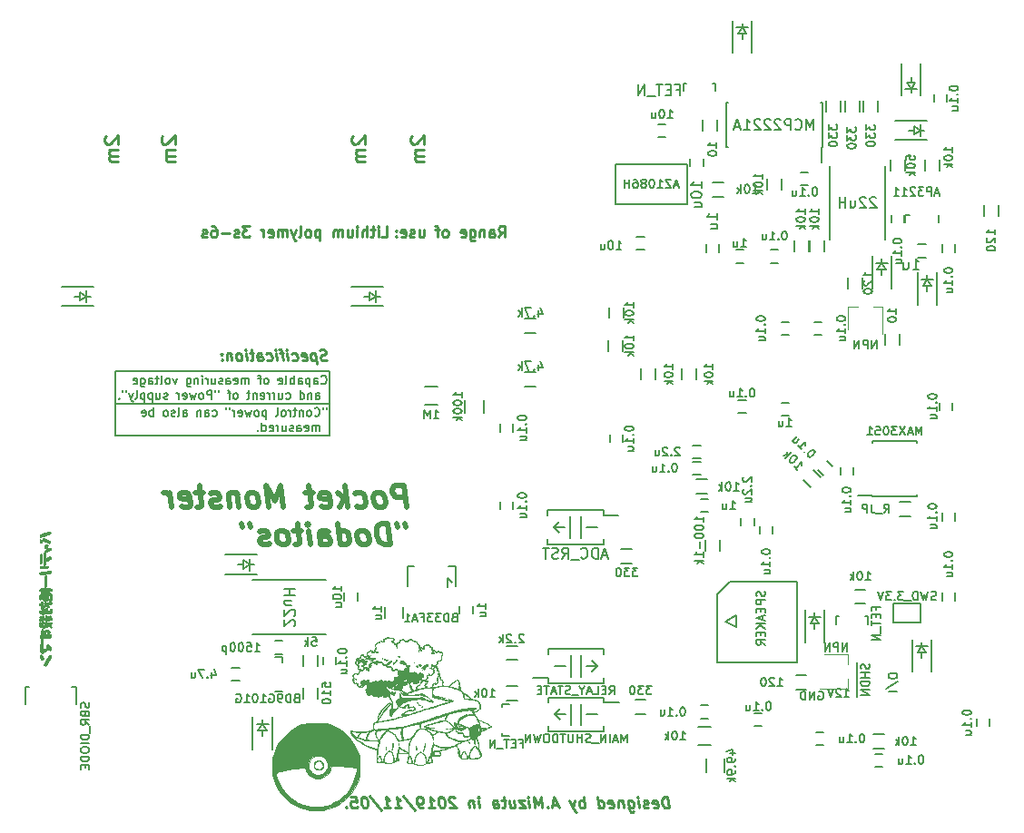
<source format=gbr>
G04 #@! TF.GenerationSoftware,KiCad,Pcbnew,(5.1.4)-1*
G04 #@! TF.CreationDate,2020-01-28T02:16:23+09:00*
G04 #@! TF.ProjectId,Electricity_Manager,456c6563-7472-4696-9369-74795f4d616e,rev?*
G04 #@! TF.SameCoordinates,Original*
G04 #@! TF.FileFunction,Legend,Bot*
G04 #@! TF.FilePolarity,Positive*
%FSLAX46Y46*%
G04 Gerber Fmt 4.6, Leading zero omitted, Abs format (unit mm)*
G04 Created by KiCad (PCBNEW (5.1.4)-1) date 2020-01-28 02:16:23*
%MOMM*%
%LPD*%
G04 APERTURE LIST*
%ADD10C,0.250000*%
%ADD11C,0.500000*%
%ADD12C,0.200000*%
%ADD13C,0.262500*%
%ADD14C,0.150000*%
%ADD15C,0.010000*%
%ADD16C,0.120000*%
%ADD17C,0.254000*%
G04 APERTURE END LIST*
D10*
X89873214Y-120702380D02*
X90349404Y-120702380D01*
X90349404Y-119702380D01*
X89539880Y-120702380D02*
X89539880Y-120035714D01*
X89539880Y-119702380D02*
X89587500Y-119750000D01*
X89539880Y-119797619D01*
X89492261Y-119750000D01*
X89539880Y-119702380D01*
X89539880Y-119797619D01*
X89206547Y-120035714D02*
X88825595Y-120035714D01*
X89063690Y-119702380D02*
X89063690Y-120559523D01*
X89016071Y-120654761D01*
X88920833Y-120702380D01*
X88825595Y-120702380D01*
X88492261Y-120702380D02*
X88492261Y-119702380D01*
X88063690Y-120702380D02*
X88063690Y-120178571D01*
X88111309Y-120083333D01*
X88206547Y-120035714D01*
X88349404Y-120035714D01*
X88444642Y-120083333D01*
X88492261Y-120130952D01*
X87587500Y-120702380D02*
X87587500Y-120035714D01*
X87587500Y-119702380D02*
X87635119Y-119750000D01*
X87587500Y-119797619D01*
X87539880Y-119750000D01*
X87587500Y-119702380D01*
X87587500Y-119797619D01*
X86682738Y-120035714D02*
X86682738Y-120702380D01*
X87111309Y-120035714D02*
X87111309Y-120559523D01*
X87063690Y-120654761D01*
X86968452Y-120702380D01*
X86825595Y-120702380D01*
X86730357Y-120654761D01*
X86682738Y-120607142D01*
X86206547Y-120702380D02*
X86206547Y-120035714D01*
X86206547Y-120130952D02*
X86158928Y-120083333D01*
X86063690Y-120035714D01*
X85920833Y-120035714D01*
X85825595Y-120083333D01*
X85777976Y-120178571D01*
X85777976Y-120702380D01*
X85777976Y-120178571D02*
X85730357Y-120083333D01*
X85635119Y-120035714D01*
X85492261Y-120035714D01*
X85397023Y-120083333D01*
X85349404Y-120178571D01*
X85349404Y-120702380D01*
X84111309Y-120035714D02*
X84111309Y-121035714D01*
X84111309Y-120083333D02*
X84016071Y-120035714D01*
X83825595Y-120035714D01*
X83730357Y-120083333D01*
X83682738Y-120130952D01*
X83635119Y-120226190D01*
X83635119Y-120511904D01*
X83682738Y-120607142D01*
X83730357Y-120654761D01*
X83825595Y-120702380D01*
X84016071Y-120702380D01*
X84111309Y-120654761D01*
X83063690Y-120702380D02*
X83158928Y-120654761D01*
X83206547Y-120607142D01*
X83254166Y-120511904D01*
X83254166Y-120226190D01*
X83206547Y-120130952D01*
X83158928Y-120083333D01*
X83063690Y-120035714D01*
X82920833Y-120035714D01*
X82825595Y-120083333D01*
X82777976Y-120130952D01*
X82730357Y-120226190D01*
X82730357Y-120511904D01*
X82777976Y-120607142D01*
X82825595Y-120654761D01*
X82920833Y-120702380D01*
X83063690Y-120702380D01*
X82158928Y-120702380D02*
X82254166Y-120654761D01*
X82301785Y-120559523D01*
X82301785Y-119702380D01*
X81873214Y-120035714D02*
X81635119Y-120702380D01*
X81397023Y-120035714D02*
X81635119Y-120702380D01*
X81730357Y-120940476D01*
X81777976Y-120988095D01*
X81873214Y-121035714D01*
X81016071Y-120702380D02*
X81016071Y-120035714D01*
X81016071Y-120130952D02*
X80968452Y-120083333D01*
X80873214Y-120035714D01*
X80730357Y-120035714D01*
X80635119Y-120083333D01*
X80587500Y-120178571D01*
X80587500Y-120702380D01*
X80587500Y-120178571D02*
X80539880Y-120083333D01*
X80444642Y-120035714D01*
X80301785Y-120035714D01*
X80206547Y-120083333D01*
X80158928Y-120178571D01*
X80158928Y-120702380D01*
X79301785Y-120654761D02*
X79397023Y-120702380D01*
X79587500Y-120702380D01*
X79682738Y-120654761D01*
X79730357Y-120559523D01*
X79730357Y-120178571D01*
X79682738Y-120083333D01*
X79587500Y-120035714D01*
X79397023Y-120035714D01*
X79301785Y-120083333D01*
X79254166Y-120178571D01*
X79254166Y-120273809D01*
X79730357Y-120369047D01*
X78825595Y-120702380D02*
X78825595Y-120035714D01*
X78825595Y-120226190D02*
X78777976Y-120130952D01*
X78730357Y-120083333D01*
X78635119Y-120035714D01*
X78539880Y-120035714D01*
X77539880Y-119702380D02*
X76920833Y-119702380D01*
X77254166Y-120083333D01*
X77111309Y-120083333D01*
X77016071Y-120130952D01*
X76968452Y-120178571D01*
X76920833Y-120273809D01*
X76920833Y-120511904D01*
X76968452Y-120607142D01*
X77016071Y-120654761D01*
X77111309Y-120702380D01*
X77397023Y-120702380D01*
X77492261Y-120654761D01*
X77539880Y-120607142D01*
X76539880Y-120654761D02*
X76444642Y-120702380D01*
X76254166Y-120702380D01*
X76158928Y-120654761D01*
X76111309Y-120559523D01*
X76111309Y-120511904D01*
X76158928Y-120416666D01*
X76254166Y-120369047D01*
X76397023Y-120369047D01*
X76492261Y-120321428D01*
X76539880Y-120226190D01*
X76539880Y-120178571D01*
X76492261Y-120083333D01*
X76397023Y-120035714D01*
X76254166Y-120035714D01*
X76158928Y-120083333D01*
X75682738Y-120321428D02*
X74920833Y-120321428D01*
X74016071Y-119702380D02*
X74206547Y-119702380D01*
X74301785Y-119750000D01*
X74349404Y-119797619D01*
X74444642Y-119940476D01*
X74492261Y-120130952D01*
X74492261Y-120511904D01*
X74444642Y-120607142D01*
X74397023Y-120654761D01*
X74301785Y-120702380D01*
X74111309Y-120702380D01*
X74016071Y-120654761D01*
X73968452Y-120607142D01*
X73920833Y-120511904D01*
X73920833Y-120273809D01*
X73968452Y-120178571D01*
X74016071Y-120130952D01*
X74111309Y-120083333D01*
X74301785Y-120083333D01*
X74397023Y-120130952D01*
X74444642Y-120178571D01*
X74492261Y-120273809D01*
X73539880Y-120654761D02*
X73444642Y-120702380D01*
X73254166Y-120702380D01*
X73158928Y-120654761D01*
X73111309Y-120559523D01*
X73111309Y-120511904D01*
X73158928Y-120416666D01*
X73254166Y-120369047D01*
X73397023Y-120369047D01*
X73492261Y-120321428D01*
X73539880Y-120226190D01*
X73539880Y-120178571D01*
X73492261Y-120083333D01*
X73397023Y-120035714D01*
X73254166Y-120035714D01*
X73158928Y-120083333D01*
X100777976Y-120702380D02*
X101111309Y-120226190D01*
X101349404Y-120702380D02*
X101349404Y-119702380D01*
X100968452Y-119702380D01*
X100873214Y-119750000D01*
X100825595Y-119797619D01*
X100777976Y-119892857D01*
X100777976Y-120035714D01*
X100825595Y-120130952D01*
X100873214Y-120178571D01*
X100968452Y-120226190D01*
X101349404Y-120226190D01*
X99920833Y-120702380D02*
X99920833Y-120178571D01*
X99968452Y-120083333D01*
X100063690Y-120035714D01*
X100254166Y-120035714D01*
X100349404Y-120083333D01*
X99920833Y-120654761D02*
X100016071Y-120702380D01*
X100254166Y-120702380D01*
X100349404Y-120654761D01*
X100397023Y-120559523D01*
X100397023Y-120464285D01*
X100349404Y-120369047D01*
X100254166Y-120321428D01*
X100016071Y-120321428D01*
X99920833Y-120273809D01*
X99444642Y-120035714D02*
X99444642Y-120702380D01*
X99444642Y-120130952D02*
X99397023Y-120083333D01*
X99301785Y-120035714D01*
X99158928Y-120035714D01*
X99063690Y-120083333D01*
X99016071Y-120178571D01*
X99016071Y-120702380D01*
X98111309Y-120035714D02*
X98111309Y-120845238D01*
X98158928Y-120940476D01*
X98206547Y-120988095D01*
X98301785Y-121035714D01*
X98444642Y-121035714D01*
X98539880Y-120988095D01*
X98111309Y-120654761D02*
X98206547Y-120702380D01*
X98397023Y-120702380D01*
X98492261Y-120654761D01*
X98539880Y-120607142D01*
X98587500Y-120511904D01*
X98587500Y-120226190D01*
X98539880Y-120130952D01*
X98492261Y-120083333D01*
X98397023Y-120035714D01*
X98206547Y-120035714D01*
X98111309Y-120083333D01*
X97254166Y-120654761D02*
X97349404Y-120702380D01*
X97539880Y-120702380D01*
X97635119Y-120654761D01*
X97682738Y-120559523D01*
X97682738Y-120178571D01*
X97635119Y-120083333D01*
X97539880Y-120035714D01*
X97349404Y-120035714D01*
X97254166Y-120083333D01*
X97206547Y-120178571D01*
X97206547Y-120273809D01*
X97682738Y-120369047D01*
X95873214Y-120702380D02*
X95968452Y-120654761D01*
X96016071Y-120607142D01*
X96063690Y-120511904D01*
X96063690Y-120226190D01*
X96016071Y-120130952D01*
X95968452Y-120083333D01*
X95873214Y-120035714D01*
X95730357Y-120035714D01*
X95635119Y-120083333D01*
X95587500Y-120130952D01*
X95539880Y-120226190D01*
X95539880Y-120511904D01*
X95587500Y-120607142D01*
X95635119Y-120654761D01*
X95730357Y-120702380D01*
X95873214Y-120702380D01*
X95254166Y-120035714D02*
X94873214Y-120035714D01*
X95111309Y-120702380D02*
X95111309Y-119845238D01*
X95063690Y-119750000D01*
X94968452Y-119702380D01*
X94873214Y-119702380D01*
X93349404Y-120035714D02*
X93349404Y-120702380D01*
X93777976Y-120035714D02*
X93777976Y-120559523D01*
X93730357Y-120654761D01*
X93635119Y-120702380D01*
X93492261Y-120702380D01*
X93397023Y-120654761D01*
X93349404Y-120607142D01*
X92920833Y-120654761D02*
X92825595Y-120702380D01*
X92635119Y-120702380D01*
X92539880Y-120654761D01*
X92492261Y-120559523D01*
X92492261Y-120511904D01*
X92539880Y-120416666D01*
X92635119Y-120369047D01*
X92777976Y-120369047D01*
X92873214Y-120321428D01*
X92920833Y-120226190D01*
X92920833Y-120178571D01*
X92873214Y-120083333D01*
X92777976Y-120035714D01*
X92635119Y-120035714D01*
X92539880Y-120083333D01*
X91682738Y-120654761D02*
X91777976Y-120702380D01*
X91968452Y-120702380D01*
X92063690Y-120654761D01*
X92111309Y-120559523D01*
X92111309Y-120178571D01*
X92063690Y-120083333D01*
X91968452Y-120035714D01*
X91777976Y-120035714D01*
X91682738Y-120083333D01*
X91635119Y-120178571D01*
X91635119Y-120273809D01*
X92111309Y-120369047D01*
X91206547Y-120607142D02*
X91158928Y-120654761D01*
X91206547Y-120702380D01*
X91254166Y-120654761D01*
X91206547Y-120607142D01*
X91206547Y-120702380D01*
X91206547Y-120083333D02*
X91158928Y-120130952D01*
X91206547Y-120178571D01*
X91254166Y-120130952D01*
X91206547Y-120083333D01*
X91206547Y-120178571D01*
D11*
X92186904Y-145904761D02*
X91936904Y-143904761D01*
X91175000Y-143904761D01*
X90996428Y-144000000D01*
X90913095Y-144095238D01*
X90841666Y-144285714D01*
X90877380Y-144571428D01*
X90996428Y-144761904D01*
X91103571Y-144857142D01*
X91305952Y-144952380D01*
X92067857Y-144952380D01*
X89901190Y-145904761D02*
X90079761Y-145809523D01*
X90163095Y-145714285D01*
X90234523Y-145523809D01*
X90163095Y-144952380D01*
X90044047Y-144761904D01*
X89936904Y-144666666D01*
X89734523Y-144571428D01*
X89448809Y-144571428D01*
X89270238Y-144666666D01*
X89186904Y-144761904D01*
X89115476Y-144952380D01*
X89186904Y-145523809D01*
X89305952Y-145714285D01*
X89413095Y-145809523D01*
X89615476Y-145904761D01*
X89901190Y-145904761D01*
X87508333Y-145809523D02*
X87710714Y-145904761D01*
X88091666Y-145904761D01*
X88270238Y-145809523D01*
X88353571Y-145714285D01*
X88425000Y-145523809D01*
X88353571Y-144952380D01*
X88234523Y-144761904D01*
X88127380Y-144666666D01*
X87925000Y-144571428D01*
X87544047Y-144571428D01*
X87365476Y-144666666D01*
X86663095Y-145904761D02*
X86413095Y-143904761D01*
X86377380Y-145142857D02*
X85901190Y-145904761D01*
X85734523Y-144571428D02*
X86591666Y-145333333D01*
X84270238Y-145809523D02*
X84472619Y-145904761D01*
X84853571Y-145904761D01*
X85032142Y-145809523D01*
X85103571Y-145619047D01*
X85008333Y-144857142D01*
X84889285Y-144666666D01*
X84686904Y-144571428D01*
X84305952Y-144571428D01*
X84127380Y-144666666D01*
X84055952Y-144857142D01*
X84079761Y-145047619D01*
X85055952Y-145238095D01*
X83448809Y-144571428D02*
X82686904Y-144571428D01*
X83079761Y-143904761D02*
X83294047Y-145619047D01*
X83222619Y-145809523D01*
X83044047Y-145904761D01*
X82853571Y-145904761D01*
X80663095Y-145904761D02*
X80413095Y-143904761D01*
X79925000Y-145333333D01*
X79079761Y-143904761D01*
X79329761Y-145904761D01*
X78091666Y-145904761D02*
X78270238Y-145809523D01*
X78353571Y-145714285D01*
X78425000Y-145523809D01*
X78353571Y-144952380D01*
X78234523Y-144761904D01*
X78127380Y-144666666D01*
X77925000Y-144571428D01*
X77639285Y-144571428D01*
X77460714Y-144666666D01*
X77377380Y-144761904D01*
X77305952Y-144952380D01*
X77377380Y-145523809D01*
X77496428Y-145714285D01*
X77603571Y-145809523D01*
X77805952Y-145904761D01*
X78091666Y-145904761D01*
X76401190Y-144571428D02*
X76567857Y-145904761D01*
X76425000Y-144761904D02*
X76317857Y-144666666D01*
X76115476Y-144571428D01*
X75829761Y-144571428D01*
X75651190Y-144666666D01*
X75579761Y-144857142D01*
X75710714Y-145904761D01*
X74841666Y-145809523D02*
X74663095Y-145904761D01*
X74282142Y-145904761D01*
X74079761Y-145809523D01*
X73960714Y-145619047D01*
X73948809Y-145523809D01*
X74020238Y-145333333D01*
X74198809Y-145238095D01*
X74484523Y-145238095D01*
X74663095Y-145142857D01*
X74734523Y-144952380D01*
X74722619Y-144857142D01*
X74603571Y-144666666D01*
X74401190Y-144571428D01*
X74115476Y-144571428D01*
X73936904Y-144666666D01*
X73258333Y-144571428D02*
X72496428Y-144571428D01*
X72889285Y-143904761D02*
X73103571Y-145619047D01*
X73032142Y-145809523D01*
X72853571Y-145904761D01*
X72663095Y-145904761D01*
X71222619Y-145809523D02*
X71425000Y-145904761D01*
X71805952Y-145904761D01*
X71984523Y-145809523D01*
X72055952Y-145619047D01*
X71960714Y-144857142D01*
X71841666Y-144666666D01*
X71639285Y-144571428D01*
X71258333Y-144571428D01*
X71079761Y-144666666D01*
X71008333Y-144857142D01*
X71032142Y-145047619D01*
X72008333Y-145238095D01*
X70282142Y-145904761D02*
X70115476Y-144571428D01*
X70163095Y-144952380D02*
X70044047Y-144761904D01*
X69936904Y-144666666D01*
X69734523Y-144571428D01*
X69544047Y-144571428D01*
X92032142Y-147404761D02*
X92079761Y-147785714D01*
X91270238Y-147404761D02*
X91317857Y-147785714D01*
X90663095Y-149404761D02*
X90413095Y-147404761D01*
X89936904Y-147404761D01*
X89663095Y-147500000D01*
X89496428Y-147690476D01*
X89425000Y-147880952D01*
X89377380Y-148261904D01*
X89413095Y-148547619D01*
X89555952Y-148928571D01*
X89675000Y-149119047D01*
X89889285Y-149309523D01*
X90186904Y-149404761D01*
X90663095Y-149404761D01*
X88377380Y-149404761D02*
X88555952Y-149309523D01*
X88639285Y-149214285D01*
X88710714Y-149023809D01*
X88639285Y-148452380D01*
X88520238Y-148261904D01*
X88413095Y-148166666D01*
X88210714Y-148071428D01*
X87925000Y-148071428D01*
X87746428Y-148166666D01*
X87663095Y-148261904D01*
X87591666Y-148452380D01*
X87663095Y-149023809D01*
X87782142Y-149214285D01*
X87889285Y-149309523D01*
X88091666Y-149404761D01*
X88377380Y-149404761D01*
X85996428Y-149404761D02*
X85746428Y-147404761D01*
X85984523Y-149309523D02*
X86186904Y-149404761D01*
X86567857Y-149404761D01*
X86746428Y-149309523D01*
X86829761Y-149214285D01*
X86901190Y-149023809D01*
X86829761Y-148452380D01*
X86710714Y-148261904D01*
X86603571Y-148166666D01*
X86401190Y-148071428D01*
X86020238Y-148071428D01*
X85841666Y-148166666D01*
X84186904Y-149404761D02*
X84055952Y-148357142D01*
X84127380Y-148166666D01*
X84305952Y-148071428D01*
X84686904Y-148071428D01*
X84889285Y-148166666D01*
X84175000Y-149309523D02*
X84377380Y-149404761D01*
X84853571Y-149404761D01*
X85032142Y-149309523D01*
X85103571Y-149119047D01*
X85079761Y-148928571D01*
X84960714Y-148738095D01*
X84758333Y-148642857D01*
X84282142Y-148642857D01*
X84079761Y-148547619D01*
X83234523Y-149404761D02*
X83067857Y-148071428D01*
X82984523Y-147404761D02*
X83091666Y-147500000D01*
X83008333Y-147595238D01*
X82901190Y-147500000D01*
X82984523Y-147404761D01*
X83008333Y-147595238D01*
X82401190Y-148071428D02*
X81639285Y-148071428D01*
X82032142Y-147404761D02*
X82246428Y-149119047D01*
X82175000Y-149309523D01*
X81996428Y-149404761D01*
X81805952Y-149404761D01*
X80853571Y-149404761D02*
X81032142Y-149309523D01*
X81115476Y-149214285D01*
X81186904Y-149023809D01*
X81115476Y-148452380D01*
X80996428Y-148261904D01*
X80889285Y-148166666D01*
X80686904Y-148071428D01*
X80401190Y-148071428D01*
X80222619Y-148166666D01*
X80139285Y-148261904D01*
X80067857Y-148452380D01*
X80139285Y-149023809D01*
X80258333Y-149214285D01*
X80365476Y-149309523D01*
X80567857Y-149404761D01*
X80853571Y-149404761D01*
X79413095Y-149309523D02*
X79234523Y-149404761D01*
X78853571Y-149404761D01*
X78651190Y-149309523D01*
X78532142Y-149119047D01*
X78520238Y-149023809D01*
X78591666Y-148833333D01*
X78770238Y-148738095D01*
X79055952Y-148738095D01*
X79234523Y-148642857D01*
X79305952Y-148452380D01*
X79294047Y-148357142D01*
X79175000Y-148166666D01*
X78972619Y-148071428D01*
X78686904Y-148071428D01*
X78508333Y-148166666D01*
X77555952Y-147404761D02*
X77603571Y-147785714D01*
X76794047Y-147404761D02*
X76841666Y-147785714D01*
D12*
X65000000Y-139250000D02*
X65500000Y-139250000D01*
X65000000Y-136250000D02*
X65000000Y-139250000D01*
X65000000Y-133250000D02*
X65500000Y-133250000D01*
X65000000Y-136250000D02*
X65000000Y-133250000D01*
X65500000Y-136250000D02*
X65000000Y-136250000D01*
X66250000Y-139250000D02*
X65500000Y-139250000D01*
X75000000Y-139250000D02*
X66250000Y-139250000D01*
X83000000Y-139250000D02*
X75000000Y-139250000D01*
X85000000Y-139250000D02*
X83000000Y-139250000D01*
X85000000Y-136250000D02*
X85000000Y-139250000D01*
X76750000Y-136250000D02*
X65500000Y-136250000D01*
X85000000Y-136250000D02*
X76750000Y-136250000D01*
X85000000Y-133250000D02*
X85000000Y-136250000D01*
X79750000Y-133250000D02*
X65500000Y-133250000D01*
X85000000Y-133250000D02*
X79750000Y-133250000D01*
X84717619Y-136611904D02*
X84717619Y-136764285D01*
X84412857Y-136611904D02*
X84412857Y-136764285D01*
X83612857Y-137335714D02*
X83650952Y-137373809D01*
X83765238Y-137411904D01*
X83841428Y-137411904D01*
X83955714Y-137373809D01*
X84031904Y-137297619D01*
X84070000Y-137221428D01*
X84108095Y-137069047D01*
X84108095Y-136954761D01*
X84070000Y-136802380D01*
X84031904Y-136726190D01*
X83955714Y-136650000D01*
X83841428Y-136611904D01*
X83765238Y-136611904D01*
X83650952Y-136650000D01*
X83612857Y-136688095D01*
X83155714Y-137411904D02*
X83231904Y-137373809D01*
X83270000Y-137335714D01*
X83308095Y-137259523D01*
X83308095Y-137030952D01*
X83270000Y-136954761D01*
X83231904Y-136916666D01*
X83155714Y-136878571D01*
X83041428Y-136878571D01*
X82965238Y-136916666D01*
X82927142Y-136954761D01*
X82889047Y-137030952D01*
X82889047Y-137259523D01*
X82927142Y-137335714D01*
X82965238Y-137373809D01*
X83041428Y-137411904D01*
X83155714Y-137411904D01*
X82546190Y-136878571D02*
X82546190Y-137411904D01*
X82546190Y-136954761D02*
X82508095Y-136916666D01*
X82431904Y-136878571D01*
X82317619Y-136878571D01*
X82241428Y-136916666D01*
X82203333Y-136992857D01*
X82203333Y-137411904D01*
X81936666Y-136878571D02*
X81631904Y-136878571D01*
X81822380Y-136611904D02*
X81822380Y-137297619D01*
X81784285Y-137373809D01*
X81708095Y-137411904D01*
X81631904Y-137411904D01*
X81365238Y-137411904D02*
X81365238Y-136878571D01*
X81365238Y-137030952D02*
X81327142Y-136954761D01*
X81289047Y-136916666D01*
X81212857Y-136878571D01*
X81136666Y-136878571D01*
X80755714Y-137411904D02*
X80831904Y-137373809D01*
X80870000Y-137335714D01*
X80908095Y-137259523D01*
X80908095Y-137030952D01*
X80870000Y-136954761D01*
X80831904Y-136916666D01*
X80755714Y-136878571D01*
X80641428Y-136878571D01*
X80565238Y-136916666D01*
X80527142Y-136954761D01*
X80489047Y-137030952D01*
X80489047Y-137259523D01*
X80527142Y-137335714D01*
X80565238Y-137373809D01*
X80641428Y-137411904D01*
X80755714Y-137411904D01*
X80031904Y-137411904D02*
X80108095Y-137373809D01*
X80146190Y-137297619D01*
X80146190Y-136611904D01*
X79117619Y-136878571D02*
X79117619Y-137678571D01*
X79117619Y-136916666D02*
X79041428Y-136878571D01*
X78889047Y-136878571D01*
X78812857Y-136916666D01*
X78774761Y-136954761D01*
X78736666Y-137030952D01*
X78736666Y-137259523D01*
X78774761Y-137335714D01*
X78812857Y-137373809D01*
X78889047Y-137411904D01*
X79041428Y-137411904D01*
X79117619Y-137373809D01*
X78279523Y-137411904D02*
X78355714Y-137373809D01*
X78393809Y-137335714D01*
X78431904Y-137259523D01*
X78431904Y-137030952D01*
X78393809Y-136954761D01*
X78355714Y-136916666D01*
X78279523Y-136878571D01*
X78165238Y-136878571D01*
X78089047Y-136916666D01*
X78050952Y-136954761D01*
X78012857Y-137030952D01*
X78012857Y-137259523D01*
X78050952Y-137335714D01*
X78089047Y-137373809D01*
X78165238Y-137411904D01*
X78279523Y-137411904D01*
X77746190Y-136878571D02*
X77593809Y-137411904D01*
X77441428Y-137030952D01*
X77289047Y-137411904D01*
X77136666Y-136878571D01*
X76527142Y-137373809D02*
X76603333Y-137411904D01*
X76755714Y-137411904D01*
X76831904Y-137373809D01*
X76870000Y-137297619D01*
X76870000Y-136992857D01*
X76831904Y-136916666D01*
X76755714Y-136878571D01*
X76603333Y-136878571D01*
X76527142Y-136916666D01*
X76489047Y-136992857D01*
X76489047Y-137069047D01*
X76870000Y-137145238D01*
X76146190Y-137411904D02*
X76146190Y-136878571D01*
X76146190Y-137030952D02*
X76108095Y-136954761D01*
X76070000Y-136916666D01*
X75993809Y-136878571D01*
X75917619Y-136878571D01*
X75689047Y-136611904D02*
X75689047Y-136764285D01*
X75384285Y-136611904D02*
X75384285Y-136764285D01*
X74089047Y-137373809D02*
X74165238Y-137411904D01*
X74317619Y-137411904D01*
X74393809Y-137373809D01*
X74431904Y-137335714D01*
X74470000Y-137259523D01*
X74470000Y-137030952D01*
X74431904Y-136954761D01*
X74393809Y-136916666D01*
X74317619Y-136878571D01*
X74165238Y-136878571D01*
X74089047Y-136916666D01*
X73403333Y-137411904D02*
X73403333Y-136992857D01*
X73441428Y-136916666D01*
X73517619Y-136878571D01*
X73670000Y-136878571D01*
X73746190Y-136916666D01*
X73403333Y-137373809D02*
X73479523Y-137411904D01*
X73670000Y-137411904D01*
X73746190Y-137373809D01*
X73784285Y-137297619D01*
X73784285Y-137221428D01*
X73746190Y-137145238D01*
X73670000Y-137107142D01*
X73479523Y-137107142D01*
X73403333Y-137069047D01*
X73022380Y-136878571D02*
X73022380Y-137411904D01*
X73022380Y-136954761D02*
X72984285Y-136916666D01*
X72908095Y-136878571D01*
X72793809Y-136878571D01*
X72717619Y-136916666D01*
X72679523Y-136992857D01*
X72679523Y-137411904D01*
X71346190Y-137411904D02*
X71346190Y-136992857D01*
X71384285Y-136916666D01*
X71460476Y-136878571D01*
X71612857Y-136878571D01*
X71689047Y-136916666D01*
X71346190Y-137373809D02*
X71422380Y-137411904D01*
X71612857Y-137411904D01*
X71689047Y-137373809D01*
X71727142Y-137297619D01*
X71727142Y-137221428D01*
X71689047Y-137145238D01*
X71612857Y-137107142D01*
X71422380Y-137107142D01*
X71346190Y-137069047D01*
X70850952Y-137411904D02*
X70927142Y-137373809D01*
X70965238Y-137297619D01*
X70965238Y-136611904D01*
X70584285Y-137373809D02*
X70508095Y-137411904D01*
X70355714Y-137411904D01*
X70279523Y-137373809D01*
X70241428Y-137297619D01*
X70241428Y-137259523D01*
X70279523Y-137183333D01*
X70355714Y-137145238D01*
X70470000Y-137145238D01*
X70546190Y-137107142D01*
X70584285Y-137030952D01*
X70584285Y-136992857D01*
X70546190Y-136916666D01*
X70470000Y-136878571D01*
X70355714Y-136878571D01*
X70279523Y-136916666D01*
X69784285Y-137411904D02*
X69860476Y-137373809D01*
X69898571Y-137335714D01*
X69936666Y-137259523D01*
X69936666Y-137030952D01*
X69898571Y-136954761D01*
X69860476Y-136916666D01*
X69784285Y-136878571D01*
X69670000Y-136878571D01*
X69593809Y-136916666D01*
X69555714Y-136954761D01*
X69517619Y-137030952D01*
X69517619Y-137259523D01*
X69555714Y-137335714D01*
X69593809Y-137373809D01*
X69670000Y-137411904D01*
X69784285Y-137411904D01*
X68565238Y-137411904D02*
X68565238Y-136611904D01*
X68565238Y-136916666D02*
X68489047Y-136878571D01*
X68336666Y-136878571D01*
X68260476Y-136916666D01*
X68222380Y-136954761D01*
X68184285Y-137030952D01*
X68184285Y-137259523D01*
X68222380Y-137335714D01*
X68260476Y-137373809D01*
X68336666Y-137411904D01*
X68489047Y-137411904D01*
X68565238Y-137373809D01*
X67536666Y-137373809D02*
X67612857Y-137411904D01*
X67765238Y-137411904D01*
X67841428Y-137373809D01*
X67879523Y-137297619D01*
X67879523Y-136992857D01*
X67841428Y-136916666D01*
X67765238Y-136878571D01*
X67612857Y-136878571D01*
X67536666Y-136916666D01*
X67498571Y-136992857D01*
X67498571Y-137069047D01*
X67879523Y-137145238D01*
X84070000Y-138811904D02*
X84070000Y-138278571D01*
X84070000Y-138354761D02*
X84031904Y-138316666D01*
X83955714Y-138278571D01*
X83841428Y-138278571D01*
X83765238Y-138316666D01*
X83727142Y-138392857D01*
X83727142Y-138811904D01*
X83727142Y-138392857D02*
X83689047Y-138316666D01*
X83612857Y-138278571D01*
X83498571Y-138278571D01*
X83422380Y-138316666D01*
X83384285Y-138392857D01*
X83384285Y-138811904D01*
X82698571Y-138773809D02*
X82774761Y-138811904D01*
X82927142Y-138811904D01*
X83003333Y-138773809D01*
X83041428Y-138697619D01*
X83041428Y-138392857D01*
X83003333Y-138316666D01*
X82927142Y-138278571D01*
X82774761Y-138278571D01*
X82698571Y-138316666D01*
X82660476Y-138392857D01*
X82660476Y-138469047D01*
X83041428Y-138545238D01*
X81974761Y-138811904D02*
X81974761Y-138392857D01*
X82012857Y-138316666D01*
X82089047Y-138278571D01*
X82241428Y-138278571D01*
X82317619Y-138316666D01*
X81974761Y-138773809D02*
X82050952Y-138811904D01*
X82241428Y-138811904D01*
X82317619Y-138773809D01*
X82355714Y-138697619D01*
X82355714Y-138621428D01*
X82317619Y-138545238D01*
X82241428Y-138507142D01*
X82050952Y-138507142D01*
X81974761Y-138469047D01*
X81631904Y-138773809D02*
X81555714Y-138811904D01*
X81403333Y-138811904D01*
X81327142Y-138773809D01*
X81289047Y-138697619D01*
X81289047Y-138659523D01*
X81327142Y-138583333D01*
X81403333Y-138545238D01*
X81517619Y-138545238D01*
X81593809Y-138507142D01*
X81631904Y-138430952D01*
X81631904Y-138392857D01*
X81593809Y-138316666D01*
X81517619Y-138278571D01*
X81403333Y-138278571D01*
X81327142Y-138316666D01*
X80603333Y-138278571D02*
X80603333Y-138811904D01*
X80946190Y-138278571D02*
X80946190Y-138697619D01*
X80908095Y-138773809D01*
X80831904Y-138811904D01*
X80717619Y-138811904D01*
X80641428Y-138773809D01*
X80603333Y-138735714D01*
X80222380Y-138811904D02*
X80222380Y-138278571D01*
X80222380Y-138430952D02*
X80184285Y-138354761D01*
X80146190Y-138316666D01*
X80070000Y-138278571D01*
X79993809Y-138278571D01*
X79422380Y-138773809D02*
X79498571Y-138811904D01*
X79650952Y-138811904D01*
X79727142Y-138773809D01*
X79765238Y-138697619D01*
X79765238Y-138392857D01*
X79727142Y-138316666D01*
X79650952Y-138278571D01*
X79498571Y-138278571D01*
X79422380Y-138316666D01*
X79384285Y-138392857D01*
X79384285Y-138469047D01*
X79765238Y-138545238D01*
X78698571Y-138811904D02*
X78698571Y-138011904D01*
X78698571Y-138773809D02*
X78774761Y-138811904D01*
X78927142Y-138811904D01*
X79003333Y-138773809D01*
X79041428Y-138735714D01*
X79079523Y-138659523D01*
X79079523Y-138430952D01*
X79041428Y-138354761D01*
X79003333Y-138316666D01*
X78927142Y-138278571D01*
X78774761Y-138278571D01*
X78698571Y-138316666D01*
X78317619Y-138735714D02*
X78279523Y-138773809D01*
X78317619Y-138811904D01*
X78355714Y-138773809D01*
X78317619Y-138735714D01*
X78317619Y-138811904D01*
X84222380Y-134335714D02*
X84260476Y-134373809D01*
X84374761Y-134411904D01*
X84450952Y-134411904D01*
X84565238Y-134373809D01*
X84641428Y-134297619D01*
X84679523Y-134221428D01*
X84717619Y-134069047D01*
X84717619Y-133954761D01*
X84679523Y-133802380D01*
X84641428Y-133726190D01*
X84565238Y-133650000D01*
X84450952Y-133611904D01*
X84374761Y-133611904D01*
X84260476Y-133650000D01*
X84222380Y-133688095D01*
X83536666Y-134411904D02*
X83536666Y-133992857D01*
X83574761Y-133916666D01*
X83650952Y-133878571D01*
X83803333Y-133878571D01*
X83879523Y-133916666D01*
X83536666Y-134373809D02*
X83612857Y-134411904D01*
X83803333Y-134411904D01*
X83879523Y-134373809D01*
X83917619Y-134297619D01*
X83917619Y-134221428D01*
X83879523Y-134145238D01*
X83803333Y-134107142D01*
X83612857Y-134107142D01*
X83536666Y-134069047D01*
X83155714Y-133878571D02*
X83155714Y-134678571D01*
X83155714Y-133916666D02*
X83079523Y-133878571D01*
X82927142Y-133878571D01*
X82850952Y-133916666D01*
X82812857Y-133954761D01*
X82774761Y-134030952D01*
X82774761Y-134259523D01*
X82812857Y-134335714D01*
X82850952Y-134373809D01*
X82927142Y-134411904D01*
X83079523Y-134411904D01*
X83155714Y-134373809D01*
X82089047Y-134411904D02*
X82089047Y-133992857D01*
X82127142Y-133916666D01*
X82203333Y-133878571D01*
X82355714Y-133878571D01*
X82431904Y-133916666D01*
X82089047Y-134373809D02*
X82165238Y-134411904D01*
X82355714Y-134411904D01*
X82431904Y-134373809D01*
X82470000Y-134297619D01*
X82470000Y-134221428D01*
X82431904Y-134145238D01*
X82355714Y-134107142D01*
X82165238Y-134107142D01*
X82089047Y-134069047D01*
X81708095Y-134411904D02*
X81708095Y-133611904D01*
X81708095Y-133916666D02*
X81631904Y-133878571D01*
X81479523Y-133878571D01*
X81403333Y-133916666D01*
X81365238Y-133954761D01*
X81327142Y-134030952D01*
X81327142Y-134259523D01*
X81365238Y-134335714D01*
X81403333Y-134373809D01*
X81479523Y-134411904D01*
X81631904Y-134411904D01*
X81708095Y-134373809D01*
X80870000Y-134411904D02*
X80946190Y-134373809D01*
X80984285Y-134297619D01*
X80984285Y-133611904D01*
X80260476Y-134373809D02*
X80336666Y-134411904D01*
X80489047Y-134411904D01*
X80565238Y-134373809D01*
X80603333Y-134297619D01*
X80603333Y-133992857D01*
X80565238Y-133916666D01*
X80489047Y-133878571D01*
X80336666Y-133878571D01*
X80260476Y-133916666D01*
X80222380Y-133992857D01*
X80222380Y-134069047D01*
X80603333Y-134145238D01*
X79155714Y-134411904D02*
X79231904Y-134373809D01*
X79270000Y-134335714D01*
X79308095Y-134259523D01*
X79308095Y-134030952D01*
X79270000Y-133954761D01*
X79231904Y-133916666D01*
X79155714Y-133878571D01*
X79041428Y-133878571D01*
X78965238Y-133916666D01*
X78927142Y-133954761D01*
X78889047Y-134030952D01*
X78889047Y-134259523D01*
X78927142Y-134335714D01*
X78965238Y-134373809D01*
X79041428Y-134411904D01*
X79155714Y-134411904D01*
X78660476Y-133878571D02*
X78355714Y-133878571D01*
X78546190Y-134411904D02*
X78546190Y-133726190D01*
X78508095Y-133650000D01*
X78431904Y-133611904D01*
X78355714Y-133611904D01*
X77479523Y-134411904D02*
X77479523Y-133878571D01*
X77479523Y-133954761D02*
X77441428Y-133916666D01*
X77365238Y-133878571D01*
X77250952Y-133878571D01*
X77174761Y-133916666D01*
X77136666Y-133992857D01*
X77136666Y-134411904D01*
X77136666Y-133992857D02*
X77098571Y-133916666D01*
X77022380Y-133878571D01*
X76908095Y-133878571D01*
X76831904Y-133916666D01*
X76793809Y-133992857D01*
X76793809Y-134411904D01*
X76108095Y-134373809D02*
X76184285Y-134411904D01*
X76336666Y-134411904D01*
X76412857Y-134373809D01*
X76450952Y-134297619D01*
X76450952Y-133992857D01*
X76412857Y-133916666D01*
X76336666Y-133878571D01*
X76184285Y-133878571D01*
X76108095Y-133916666D01*
X76070000Y-133992857D01*
X76070000Y-134069047D01*
X76450952Y-134145238D01*
X75384285Y-134411904D02*
X75384285Y-133992857D01*
X75422380Y-133916666D01*
X75498571Y-133878571D01*
X75650952Y-133878571D01*
X75727142Y-133916666D01*
X75384285Y-134373809D02*
X75460476Y-134411904D01*
X75650952Y-134411904D01*
X75727142Y-134373809D01*
X75765238Y-134297619D01*
X75765238Y-134221428D01*
X75727142Y-134145238D01*
X75650952Y-134107142D01*
X75460476Y-134107142D01*
X75384285Y-134069047D01*
X75041428Y-134373809D02*
X74965238Y-134411904D01*
X74812857Y-134411904D01*
X74736666Y-134373809D01*
X74698571Y-134297619D01*
X74698571Y-134259523D01*
X74736666Y-134183333D01*
X74812857Y-134145238D01*
X74927142Y-134145238D01*
X75003333Y-134107142D01*
X75041428Y-134030952D01*
X75041428Y-133992857D01*
X75003333Y-133916666D01*
X74927142Y-133878571D01*
X74812857Y-133878571D01*
X74736666Y-133916666D01*
X74012857Y-133878571D02*
X74012857Y-134411904D01*
X74355714Y-133878571D02*
X74355714Y-134297619D01*
X74317619Y-134373809D01*
X74241428Y-134411904D01*
X74127142Y-134411904D01*
X74050952Y-134373809D01*
X74012857Y-134335714D01*
X73631904Y-134411904D02*
X73631904Y-133878571D01*
X73631904Y-134030952D02*
X73593809Y-133954761D01*
X73555714Y-133916666D01*
X73479523Y-133878571D01*
X73403333Y-133878571D01*
X73136666Y-134411904D02*
X73136666Y-133878571D01*
X73136666Y-133611904D02*
X73174761Y-133650000D01*
X73136666Y-133688095D01*
X73098571Y-133650000D01*
X73136666Y-133611904D01*
X73136666Y-133688095D01*
X72755714Y-133878571D02*
X72755714Y-134411904D01*
X72755714Y-133954761D02*
X72717619Y-133916666D01*
X72641428Y-133878571D01*
X72527142Y-133878571D01*
X72450952Y-133916666D01*
X72412857Y-133992857D01*
X72412857Y-134411904D01*
X71689047Y-133878571D02*
X71689047Y-134526190D01*
X71727142Y-134602380D01*
X71765238Y-134640476D01*
X71841428Y-134678571D01*
X71955714Y-134678571D01*
X72031904Y-134640476D01*
X71689047Y-134373809D02*
X71765238Y-134411904D01*
X71917619Y-134411904D01*
X71993809Y-134373809D01*
X72031904Y-134335714D01*
X72070000Y-134259523D01*
X72070000Y-134030952D01*
X72031904Y-133954761D01*
X71993809Y-133916666D01*
X71917619Y-133878571D01*
X71765238Y-133878571D01*
X71689047Y-133916666D01*
X70774761Y-133878571D02*
X70584285Y-134411904D01*
X70393809Y-133878571D01*
X69974761Y-134411904D02*
X70050952Y-134373809D01*
X70089047Y-134335714D01*
X70127142Y-134259523D01*
X70127142Y-134030952D01*
X70089047Y-133954761D01*
X70050952Y-133916666D01*
X69974761Y-133878571D01*
X69860476Y-133878571D01*
X69784285Y-133916666D01*
X69746190Y-133954761D01*
X69708095Y-134030952D01*
X69708095Y-134259523D01*
X69746190Y-134335714D01*
X69784285Y-134373809D01*
X69860476Y-134411904D01*
X69974761Y-134411904D01*
X69250952Y-134411904D02*
X69327142Y-134373809D01*
X69365238Y-134297619D01*
X69365238Y-133611904D01*
X69060476Y-133878571D02*
X68755714Y-133878571D01*
X68946190Y-133611904D02*
X68946190Y-134297619D01*
X68908095Y-134373809D01*
X68831904Y-134411904D01*
X68755714Y-134411904D01*
X68146190Y-134411904D02*
X68146190Y-133992857D01*
X68184285Y-133916666D01*
X68260476Y-133878571D01*
X68412857Y-133878571D01*
X68489047Y-133916666D01*
X68146190Y-134373809D02*
X68222380Y-134411904D01*
X68412857Y-134411904D01*
X68489047Y-134373809D01*
X68527142Y-134297619D01*
X68527142Y-134221428D01*
X68489047Y-134145238D01*
X68412857Y-134107142D01*
X68222380Y-134107142D01*
X68146190Y-134069047D01*
X67422380Y-133878571D02*
X67422380Y-134526190D01*
X67460476Y-134602380D01*
X67498571Y-134640476D01*
X67574761Y-134678571D01*
X67689047Y-134678571D01*
X67765238Y-134640476D01*
X67422380Y-134373809D02*
X67498571Y-134411904D01*
X67650952Y-134411904D01*
X67727142Y-134373809D01*
X67765238Y-134335714D01*
X67803333Y-134259523D01*
X67803333Y-134030952D01*
X67765238Y-133954761D01*
X67727142Y-133916666D01*
X67650952Y-133878571D01*
X67498571Y-133878571D01*
X67422380Y-133916666D01*
X66736666Y-134373809D02*
X66812857Y-134411904D01*
X66965238Y-134411904D01*
X67041428Y-134373809D01*
X67079523Y-134297619D01*
X67079523Y-133992857D01*
X67041428Y-133916666D01*
X66965238Y-133878571D01*
X66812857Y-133878571D01*
X66736666Y-133916666D01*
X66698571Y-133992857D01*
X66698571Y-134069047D01*
X67079523Y-134145238D01*
X83727142Y-135811904D02*
X83727142Y-135392857D01*
X83765238Y-135316666D01*
X83841428Y-135278571D01*
X83993809Y-135278571D01*
X84070000Y-135316666D01*
X83727142Y-135773809D02*
X83803333Y-135811904D01*
X83993809Y-135811904D01*
X84070000Y-135773809D01*
X84108095Y-135697619D01*
X84108095Y-135621428D01*
X84070000Y-135545238D01*
X83993809Y-135507142D01*
X83803333Y-135507142D01*
X83727142Y-135469047D01*
X83346190Y-135278571D02*
X83346190Y-135811904D01*
X83346190Y-135354761D02*
X83308095Y-135316666D01*
X83231904Y-135278571D01*
X83117619Y-135278571D01*
X83041428Y-135316666D01*
X83003333Y-135392857D01*
X83003333Y-135811904D01*
X82279523Y-135811904D02*
X82279523Y-135011904D01*
X82279523Y-135773809D02*
X82355714Y-135811904D01*
X82508095Y-135811904D01*
X82584285Y-135773809D01*
X82622380Y-135735714D01*
X82660476Y-135659523D01*
X82660476Y-135430952D01*
X82622380Y-135354761D01*
X82584285Y-135316666D01*
X82508095Y-135278571D01*
X82355714Y-135278571D01*
X82279523Y-135316666D01*
X80946190Y-135773809D02*
X81022380Y-135811904D01*
X81174761Y-135811904D01*
X81250952Y-135773809D01*
X81289047Y-135735714D01*
X81327142Y-135659523D01*
X81327142Y-135430952D01*
X81289047Y-135354761D01*
X81250952Y-135316666D01*
X81174761Y-135278571D01*
X81022380Y-135278571D01*
X80946190Y-135316666D01*
X80260476Y-135278571D02*
X80260476Y-135811904D01*
X80603333Y-135278571D02*
X80603333Y-135697619D01*
X80565238Y-135773809D01*
X80489047Y-135811904D01*
X80374761Y-135811904D01*
X80298571Y-135773809D01*
X80260476Y-135735714D01*
X79879523Y-135811904D02*
X79879523Y-135278571D01*
X79879523Y-135430952D02*
X79841428Y-135354761D01*
X79803333Y-135316666D01*
X79727142Y-135278571D01*
X79650952Y-135278571D01*
X79384285Y-135811904D02*
X79384285Y-135278571D01*
X79384285Y-135430952D02*
X79346190Y-135354761D01*
X79308095Y-135316666D01*
X79231904Y-135278571D01*
X79155714Y-135278571D01*
X78584285Y-135773809D02*
X78660476Y-135811904D01*
X78812857Y-135811904D01*
X78889047Y-135773809D01*
X78927142Y-135697619D01*
X78927142Y-135392857D01*
X78889047Y-135316666D01*
X78812857Y-135278571D01*
X78660476Y-135278571D01*
X78584285Y-135316666D01*
X78546190Y-135392857D01*
X78546190Y-135469047D01*
X78927142Y-135545238D01*
X78203333Y-135278571D02*
X78203333Y-135811904D01*
X78203333Y-135354761D02*
X78165238Y-135316666D01*
X78089047Y-135278571D01*
X77974761Y-135278571D01*
X77898571Y-135316666D01*
X77860476Y-135392857D01*
X77860476Y-135811904D01*
X77593809Y-135278571D02*
X77289047Y-135278571D01*
X77479523Y-135011904D02*
X77479523Y-135697619D01*
X77441428Y-135773809D01*
X77365238Y-135811904D01*
X77289047Y-135811904D01*
X76298571Y-135811904D02*
X76374761Y-135773809D01*
X76412857Y-135735714D01*
X76450952Y-135659523D01*
X76450952Y-135430952D01*
X76412857Y-135354761D01*
X76374761Y-135316666D01*
X76298571Y-135278571D01*
X76184285Y-135278571D01*
X76108095Y-135316666D01*
X76070000Y-135354761D01*
X76031904Y-135430952D01*
X76031904Y-135659523D01*
X76070000Y-135735714D01*
X76108095Y-135773809D01*
X76184285Y-135811904D01*
X76298571Y-135811904D01*
X75803333Y-135278571D02*
X75498571Y-135278571D01*
X75689047Y-135811904D02*
X75689047Y-135126190D01*
X75650952Y-135050000D01*
X75574761Y-135011904D01*
X75498571Y-135011904D01*
X74660476Y-135011904D02*
X74660476Y-135164285D01*
X74355714Y-135011904D02*
X74355714Y-135164285D01*
X74012857Y-135811904D02*
X74012857Y-135011904D01*
X73708095Y-135011904D01*
X73631904Y-135050000D01*
X73593809Y-135088095D01*
X73555714Y-135164285D01*
X73555714Y-135278571D01*
X73593809Y-135354761D01*
X73631904Y-135392857D01*
X73708095Y-135430952D01*
X74012857Y-135430952D01*
X73098571Y-135811904D02*
X73174761Y-135773809D01*
X73212857Y-135735714D01*
X73250952Y-135659523D01*
X73250952Y-135430952D01*
X73212857Y-135354761D01*
X73174761Y-135316666D01*
X73098571Y-135278571D01*
X72984285Y-135278571D01*
X72908095Y-135316666D01*
X72870000Y-135354761D01*
X72831904Y-135430952D01*
X72831904Y-135659523D01*
X72870000Y-135735714D01*
X72908095Y-135773809D01*
X72984285Y-135811904D01*
X73098571Y-135811904D01*
X72565238Y-135278571D02*
X72412857Y-135811904D01*
X72260476Y-135430952D01*
X72108095Y-135811904D01*
X71955714Y-135278571D01*
X71346190Y-135773809D02*
X71422380Y-135811904D01*
X71574761Y-135811904D01*
X71650952Y-135773809D01*
X71689047Y-135697619D01*
X71689047Y-135392857D01*
X71650952Y-135316666D01*
X71574761Y-135278571D01*
X71422380Y-135278571D01*
X71346190Y-135316666D01*
X71308095Y-135392857D01*
X71308095Y-135469047D01*
X71689047Y-135545238D01*
X70965238Y-135811904D02*
X70965238Y-135278571D01*
X70965238Y-135430952D02*
X70927142Y-135354761D01*
X70889047Y-135316666D01*
X70812857Y-135278571D01*
X70736666Y-135278571D01*
X69898571Y-135773809D02*
X69822380Y-135811904D01*
X69670000Y-135811904D01*
X69593809Y-135773809D01*
X69555714Y-135697619D01*
X69555714Y-135659523D01*
X69593809Y-135583333D01*
X69670000Y-135545238D01*
X69784285Y-135545238D01*
X69860476Y-135507142D01*
X69898571Y-135430952D01*
X69898571Y-135392857D01*
X69860476Y-135316666D01*
X69784285Y-135278571D01*
X69670000Y-135278571D01*
X69593809Y-135316666D01*
X68870000Y-135278571D02*
X68870000Y-135811904D01*
X69212857Y-135278571D02*
X69212857Y-135697619D01*
X69174761Y-135773809D01*
X69098571Y-135811904D01*
X68984285Y-135811904D01*
X68908095Y-135773809D01*
X68870000Y-135735714D01*
X68489047Y-135278571D02*
X68489047Y-136078571D01*
X68489047Y-135316666D02*
X68412857Y-135278571D01*
X68260476Y-135278571D01*
X68184285Y-135316666D01*
X68146190Y-135354761D01*
X68108095Y-135430952D01*
X68108095Y-135659523D01*
X68146190Y-135735714D01*
X68184285Y-135773809D01*
X68260476Y-135811904D01*
X68412857Y-135811904D01*
X68489047Y-135773809D01*
X67765238Y-135278571D02*
X67765238Y-136078571D01*
X67765238Y-135316666D02*
X67689047Y-135278571D01*
X67536666Y-135278571D01*
X67460476Y-135316666D01*
X67422380Y-135354761D01*
X67384285Y-135430952D01*
X67384285Y-135659523D01*
X67422380Y-135735714D01*
X67460476Y-135773809D01*
X67536666Y-135811904D01*
X67689047Y-135811904D01*
X67765238Y-135773809D01*
X66927142Y-135811904D02*
X67003333Y-135773809D01*
X67041428Y-135697619D01*
X67041428Y-135011904D01*
X66698571Y-135278571D02*
X66508095Y-135811904D01*
X66317619Y-135278571D02*
X66508095Y-135811904D01*
X66584285Y-136002380D01*
X66622380Y-136040476D01*
X66698571Y-136078571D01*
X66050952Y-135011904D02*
X66050952Y-135164285D01*
X65746190Y-135011904D02*
X65746190Y-135164285D01*
X65403333Y-135735714D02*
X65365238Y-135773809D01*
X65403333Y-135811904D01*
X65441428Y-135773809D01*
X65403333Y-135735714D01*
X65403333Y-135811904D01*
D10*
X84756919Y-132154761D02*
X84620014Y-132202380D01*
X84381919Y-132202380D01*
X84280729Y-132154761D01*
X84227157Y-132107142D01*
X84167633Y-132011904D01*
X84155729Y-131916666D01*
X84191443Y-131821428D01*
X84233110Y-131773809D01*
X84322395Y-131726190D01*
X84506919Y-131678571D01*
X84596205Y-131630952D01*
X84637872Y-131583333D01*
X84673586Y-131488095D01*
X84661681Y-131392857D01*
X84602157Y-131297619D01*
X84548586Y-131250000D01*
X84447395Y-131202380D01*
X84209300Y-131202380D01*
X84072395Y-131250000D01*
X83679538Y-131535714D02*
X83804538Y-132535714D01*
X83685491Y-131583333D02*
X83584300Y-131535714D01*
X83393824Y-131535714D01*
X83304538Y-131583333D01*
X83262872Y-131630952D01*
X83227157Y-131726190D01*
X83262872Y-132011904D01*
X83322395Y-132107142D01*
X83375967Y-132154761D01*
X83477157Y-132202380D01*
X83667633Y-132202380D01*
X83756919Y-132154761D01*
X82471205Y-132154761D02*
X82572395Y-132202380D01*
X82762872Y-132202380D01*
X82852157Y-132154761D01*
X82887872Y-132059523D01*
X82840252Y-131678571D01*
X82780729Y-131583333D01*
X82679538Y-131535714D01*
X82489062Y-131535714D01*
X82399776Y-131583333D01*
X82364062Y-131678571D01*
X82375967Y-131773809D01*
X82864062Y-131869047D01*
X81566443Y-132154761D02*
X81667633Y-132202380D01*
X81858110Y-132202380D01*
X81947395Y-132154761D01*
X81989062Y-132107142D01*
X82024776Y-132011904D01*
X81989062Y-131726190D01*
X81929538Y-131630952D01*
X81875967Y-131583333D01*
X81774776Y-131535714D01*
X81584300Y-131535714D01*
X81495014Y-131583333D01*
X81143824Y-132202380D02*
X81060491Y-131535714D01*
X81018824Y-131202380D02*
X81072395Y-131250000D01*
X81030729Y-131297619D01*
X80977157Y-131250000D01*
X81018824Y-131202380D01*
X81030729Y-131297619D01*
X80727157Y-131535714D02*
X80346205Y-131535714D01*
X80667633Y-132202380D02*
X80560491Y-131345238D01*
X80500967Y-131250000D01*
X80399776Y-131202380D01*
X80304538Y-131202380D01*
X80096205Y-132202380D02*
X80012872Y-131535714D01*
X79971205Y-131202380D02*
X80024776Y-131250000D01*
X79983110Y-131297619D01*
X79929538Y-131250000D01*
X79971205Y-131202380D01*
X79983110Y-131297619D01*
X79185491Y-132154761D02*
X79286681Y-132202380D01*
X79477157Y-132202380D01*
X79566443Y-132154761D01*
X79608110Y-132107142D01*
X79643824Y-132011904D01*
X79608110Y-131726190D01*
X79548586Y-131630952D01*
X79495014Y-131583333D01*
X79393824Y-131535714D01*
X79203348Y-131535714D01*
X79114062Y-131583333D01*
X78334300Y-132202380D02*
X78268824Y-131678571D01*
X78304538Y-131583333D01*
X78393824Y-131535714D01*
X78584300Y-131535714D01*
X78685491Y-131583333D01*
X78328348Y-132154761D02*
X78429538Y-132202380D01*
X78667633Y-132202380D01*
X78756919Y-132154761D01*
X78792633Y-132059523D01*
X78780729Y-131964285D01*
X78721205Y-131869047D01*
X78620014Y-131821428D01*
X78381919Y-131821428D01*
X78280729Y-131773809D01*
X77917633Y-131535714D02*
X77536681Y-131535714D01*
X77733110Y-131202380D02*
X77840252Y-132059523D01*
X77804538Y-132154761D01*
X77715252Y-132202380D01*
X77620014Y-132202380D01*
X77286681Y-132202380D02*
X77203348Y-131535714D01*
X77161681Y-131202380D02*
X77215252Y-131250000D01*
X77173586Y-131297619D01*
X77120014Y-131250000D01*
X77161681Y-131202380D01*
X77173586Y-131297619D01*
X76667633Y-132202380D02*
X76756919Y-132154761D01*
X76798586Y-132107142D01*
X76834300Y-132011904D01*
X76798586Y-131726190D01*
X76739062Y-131630952D01*
X76685491Y-131583333D01*
X76584300Y-131535714D01*
X76441443Y-131535714D01*
X76352157Y-131583333D01*
X76310491Y-131630952D01*
X76274776Y-131726190D01*
X76310491Y-132011904D01*
X76370014Y-132107142D01*
X76423586Y-132154761D01*
X76524776Y-132202380D01*
X76667633Y-132202380D01*
X75822395Y-131535714D02*
X75905729Y-132202380D01*
X75834300Y-131630952D02*
X75780729Y-131583333D01*
X75679538Y-131535714D01*
X75536681Y-131535714D01*
X75447395Y-131583333D01*
X75411681Y-131678571D01*
X75477157Y-132202380D01*
X74989062Y-132107142D02*
X74947395Y-132154761D01*
X75000967Y-132202380D01*
X75042633Y-132154761D01*
X74989062Y-132107142D01*
X75000967Y-132202380D01*
X74923586Y-131583333D02*
X74881919Y-131630952D01*
X74935491Y-131678571D01*
X74977157Y-131630952D01*
X74923586Y-131583333D01*
X74935491Y-131678571D01*
D13*
X116663515Y-173975000D02*
X116532265Y-172925000D01*
X116282265Y-172925000D01*
X116138515Y-172975000D01*
X116051015Y-173075000D01*
X116013515Y-173175000D01*
X115988515Y-173375000D01*
X116007265Y-173525000D01*
X116082265Y-173725000D01*
X116144765Y-173825000D01*
X116257265Y-173925000D01*
X116413515Y-173975000D01*
X116663515Y-173975000D01*
X115207265Y-173925000D02*
X115313515Y-173975000D01*
X115513515Y-173975000D01*
X115607265Y-173925000D01*
X115644765Y-173825000D01*
X115594765Y-173425000D01*
X115532265Y-173325000D01*
X115426015Y-173275000D01*
X115226015Y-173275000D01*
X115132265Y-173325000D01*
X115094765Y-173425000D01*
X115107265Y-173525000D01*
X115619765Y-173625000D01*
X114757265Y-173925000D02*
X114663515Y-173975000D01*
X114463515Y-173975000D01*
X114357265Y-173925000D01*
X114294765Y-173825000D01*
X114288515Y-173775000D01*
X114326015Y-173675000D01*
X114419765Y-173625000D01*
X114569765Y-173625000D01*
X114663515Y-173575000D01*
X114701015Y-173475000D01*
X114694765Y-173425000D01*
X114632265Y-173325000D01*
X114526015Y-173275000D01*
X114376015Y-173275000D01*
X114282265Y-173325000D01*
X113863515Y-173975000D02*
X113776015Y-173275000D01*
X113732265Y-172925000D02*
X113788515Y-172975000D01*
X113744765Y-173025000D01*
X113688515Y-172975000D01*
X113732265Y-172925000D01*
X113744765Y-173025000D01*
X112826015Y-173275000D02*
X112932265Y-174125000D01*
X112994765Y-174225000D01*
X113051015Y-174275000D01*
X113157265Y-174325000D01*
X113307265Y-174325000D01*
X113401015Y-174275000D01*
X112907265Y-173925000D02*
X113013515Y-173975000D01*
X113213515Y-173975000D01*
X113307265Y-173925000D01*
X113351015Y-173875000D01*
X113388515Y-173775000D01*
X113351015Y-173475000D01*
X113288515Y-173375000D01*
X113232265Y-173325000D01*
X113126015Y-173275000D01*
X112926015Y-173275000D01*
X112832265Y-173325000D01*
X112326015Y-173275000D02*
X112413515Y-173975000D01*
X112338515Y-173375000D02*
X112282265Y-173325000D01*
X112176015Y-173275000D01*
X112026015Y-173275000D01*
X111932265Y-173325000D01*
X111894765Y-173425000D01*
X111963515Y-173975000D01*
X111057265Y-173925000D02*
X111163515Y-173975000D01*
X111363515Y-173975000D01*
X111457265Y-173925000D01*
X111494765Y-173825000D01*
X111444765Y-173425000D01*
X111382265Y-173325000D01*
X111276015Y-173275000D01*
X111076015Y-173275000D01*
X110982265Y-173325000D01*
X110944765Y-173425000D01*
X110957265Y-173525000D01*
X111469765Y-173625000D01*
X110113515Y-173975000D02*
X109982265Y-172925000D01*
X110107265Y-173925000D02*
X110213515Y-173975000D01*
X110413515Y-173975000D01*
X110507265Y-173925000D01*
X110551015Y-173875000D01*
X110588515Y-173775000D01*
X110551015Y-173475000D01*
X110488515Y-173375000D01*
X110432265Y-173325000D01*
X110326015Y-173275000D01*
X110126015Y-173275000D01*
X110032265Y-173325000D01*
X108813515Y-173975000D02*
X108682265Y-172925000D01*
X108732265Y-173325000D02*
X108626015Y-173275000D01*
X108426015Y-173275000D01*
X108332265Y-173325000D01*
X108288515Y-173375000D01*
X108251015Y-173475000D01*
X108288515Y-173775000D01*
X108351015Y-173875000D01*
X108407265Y-173925000D01*
X108513515Y-173975000D01*
X108713515Y-173975000D01*
X108807265Y-173925000D01*
X107876015Y-173275000D02*
X107713515Y-173975000D01*
X107376015Y-173275000D02*
X107713515Y-173975000D01*
X107844765Y-174225000D01*
X107901015Y-174275000D01*
X108007265Y-174325000D01*
X106276015Y-173675000D02*
X105776015Y-173675000D01*
X106413515Y-173975000D02*
X105932265Y-172925000D01*
X105713515Y-173975000D01*
X105351015Y-173875000D02*
X105307265Y-173925000D01*
X105363515Y-173975000D01*
X105407265Y-173925000D01*
X105351015Y-173875000D01*
X105363515Y-173975000D01*
X104863515Y-173975000D02*
X104732265Y-172925000D01*
X104476015Y-173675000D01*
X104032265Y-172925000D01*
X104163515Y-173975000D01*
X103663515Y-173975000D02*
X103576015Y-173275000D01*
X103532265Y-172925000D02*
X103588515Y-172975000D01*
X103544765Y-173025000D01*
X103488515Y-172975000D01*
X103532265Y-172925000D01*
X103544765Y-173025000D01*
X103176015Y-173275000D02*
X102626015Y-173275000D01*
X103263515Y-173975000D01*
X102713515Y-173975000D01*
X101776015Y-173275000D02*
X101863515Y-173975000D01*
X102226015Y-173275000D02*
X102294765Y-173825000D01*
X102257265Y-173925000D01*
X102163515Y-173975000D01*
X102013515Y-173975000D01*
X101907265Y-173925000D01*
X101851015Y-173875000D01*
X101426015Y-173275000D02*
X101026015Y-173275000D01*
X101232265Y-172925000D02*
X101344765Y-173825000D01*
X101307265Y-173925000D01*
X101213515Y-173975000D01*
X101113515Y-173975000D01*
X100313515Y-173975000D02*
X100244765Y-173425000D01*
X100282265Y-173325000D01*
X100376015Y-173275000D01*
X100576015Y-173275000D01*
X100682265Y-173325000D01*
X100307265Y-173925000D02*
X100413515Y-173975000D01*
X100663515Y-173975000D01*
X100757265Y-173925000D01*
X100794765Y-173825000D01*
X100782265Y-173725000D01*
X100719765Y-173625000D01*
X100613515Y-173575000D01*
X100363515Y-173575000D01*
X100257265Y-173525000D01*
X99013515Y-173975000D02*
X98926015Y-173275000D01*
X98882265Y-172925000D02*
X98938515Y-172975000D01*
X98894765Y-173025000D01*
X98838515Y-172975000D01*
X98882265Y-172925000D01*
X98894765Y-173025000D01*
X98426015Y-173275000D02*
X98513515Y-173975000D01*
X98438515Y-173375000D02*
X98382265Y-173325000D01*
X98276015Y-173275000D01*
X98126015Y-173275000D01*
X98032265Y-173325000D01*
X97994765Y-173425000D01*
X98063515Y-173975000D01*
X96694765Y-173025000D02*
X96638515Y-172975000D01*
X96532265Y-172925000D01*
X96282265Y-172925000D01*
X96188515Y-172975000D01*
X96144765Y-173025000D01*
X96107265Y-173125000D01*
X96119765Y-173225000D01*
X96188515Y-173375000D01*
X96863515Y-173975000D01*
X96213515Y-173975000D01*
X95432265Y-172925000D02*
X95332265Y-172925000D01*
X95238515Y-172975000D01*
X95194765Y-173025000D01*
X95157265Y-173125000D01*
X95132265Y-173325000D01*
X95163515Y-173575000D01*
X95238515Y-173775000D01*
X95301015Y-173875000D01*
X95357265Y-173925000D01*
X95463515Y-173975000D01*
X95563515Y-173975000D01*
X95657265Y-173925000D01*
X95701015Y-173875000D01*
X95738515Y-173775000D01*
X95763515Y-173575000D01*
X95732265Y-173325000D01*
X95657265Y-173125000D01*
X95594765Y-173025000D01*
X95538515Y-172975000D01*
X95432265Y-172925000D01*
X94213515Y-173975000D02*
X94813515Y-173975000D01*
X94513515Y-173975000D02*
X94382265Y-172925000D01*
X94501015Y-173075000D01*
X94613515Y-173175000D01*
X94719765Y-173225000D01*
X93713515Y-173975000D02*
X93513515Y-173975000D01*
X93407265Y-173925000D01*
X93351015Y-173875000D01*
X93232265Y-173725000D01*
X93157265Y-173525000D01*
X93107265Y-173125000D01*
X93144765Y-173025000D01*
X93188515Y-172975000D01*
X93282265Y-172925000D01*
X93482265Y-172925000D01*
X93588515Y-172975000D01*
X93644765Y-173025000D01*
X93707265Y-173125000D01*
X93738515Y-173375000D01*
X93701015Y-173475000D01*
X93657265Y-173525000D01*
X93563515Y-173575000D01*
X93363515Y-173575000D01*
X93257265Y-173525000D01*
X93201015Y-173475000D01*
X93138515Y-173375000D01*
X91876015Y-172875000D02*
X92944765Y-174225000D01*
X91113515Y-173975000D02*
X91713515Y-173975000D01*
X91413515Y-173975000D02*
X91282265Y-172925000D01*
X91401015Y-173075000D01*
X91513515Y-173175000D01*
X91619765Y-173225000D01*
X90113515Y-173975000D02*
X90713515Y-173975000D01*
X90413515Y-173975000D02*
X90282265Y-172925000D01*
X90401015Y-173075000D01*
X90513515Y-173175000D01*
X90619765Y-173225000D01*
X88776015Y-172875000D02*
X89844765Y-174225000D01*
X88232265Y-172925000D02*
X88132265Y-172925000D01*
X88038515Y-172975000D01*
X87994765Y-173025000D01*
X87957265Y-173125000D01*
X87932265Y-173325000D01*
X87963515Y-173575000D01*
X88038515Y-173775000D01*
X88101015Y-173875000D01*
X88157265Y-173925000D01*
X88263515Y-173975000D01*
X88363515Y-173975000D01*
X88457265Y-173925000D01*
X88501015Y-173875000D01*
X88538515Y-173775000D01*
X88563515Y-173575000D01*
X88532265Y-173325000D01*
X88457265Y-173125000D01*
X88394765Y-173025000D01*
X88338515Y-172975000D01*
X88232265Y-172925000D01*
X86932265Y-172925000D02*
X87432265Y-172925000D01*
X87544765Y-173425000D01*
X87488515Y-173375000D01*
X87382265Y-173325000D01*
X87132265Y-173325000D01*
X87038515Y-173375000D01*
X86994765Y-173425000D01*
X86957265Y-173525000D01*
X86988515Y-173775000D01*
X87051015Y-173875000D01*
X87107265Y-173925000D01*
X87213515Y-173975000D01*
X87463515Y-173975000D01*
X87557265Y-173925000D01*
X87601015Y-173875000D01*
X86551015Y-173875000D02*
X86507265Y-173925000D01*
X86563515Y-173975000D01*
X86607265Y-173925000D01*
X86551015Y-173875000D01*
X86563515Y-173975000D01*
D12*
X130609523Y-163100000D02*
X130685714Y-163061904D01*
X130800000Y-163061904D01*
X130914285Y-163100000D01*
X130990476Y-163176190D01*
X131028571Y-163252380D01*
X131066666Y-163404761D01*
X131066666Y-163519047D01*
X131028571Y-163671428D01*
X130990476Y-163747619D01*
X130914285Y-163823809D01*
X130800000Y-163861904D01*
X130723809Y-163861904D01*
X130609523Y-163823809D01*
X130571428Y-163785714D01*
X130571428Y-163519047D01*
X130723809Y-163519047D01*
X130228571Y-163861904D02*
X130228571Y-163061904D01*
X129771428Y-163861904D01*
X129771428Y-163061904D01*
X129390476Y-163861904D02*
X129390476Y-163061904D01*
X129200000Y-163061904D01*
X129085714Y-163100000D01*
X129009523Y-163176190D01*
X128971428Y-163252380D01*
X128933333Y-163404761D01*
X128933333Y-163519047D01*
X128971428Y-163671428D01*
X129009523Y-163747619D01*
X129085714Y-163823809D01*
X129200000Y-163861904D01*
X129390476Y-163861904D01*
X132995238Y-163611904D02*
X133452380Y-163611904D01*
X133223809Y-163611904D02*
X133223809Y-162811904D01*
X133300000Y-162926190D01*
X133376190Y-163002380D01*
X133452380Y-163040476D01*
X132690476Y-162888095D02*
X132652380Y-162850000D01*
X132576190Y-162811904D01*
X132385714Y-162811904D01*
X132309523Y-162850000D01*
X132271428Y-162888095D01*
X132233333Y-162964285D01*
X132233333Y-163040476D01*
X132271428Y-163154761D01*
X132728571Y-163611904D01*
X132233333Y-163611904D01*
X132004761Y-162811904D02*
X131738095Y-163611904D01*
X131471428Y-162811904D01*
X137138095Y-163088095D02*
X137938095Y-163088095D01*
X137976190Y-162135714D02*
X136947619Y-162821428D01*
X137938095Y-161716666D02*
X137938095Y-161564285D01*
X137900000Y-161488095D01*
X137823809Y-161411904D01*
X137671428Y-161373809D01*
X137404761Y-161373809D01*
X137252380Y-161411904D01*
X137176190Y-161488095D01*
X137138095Y-161564285D01*
X137138095Y-161716666D01*
X137176190Y-161792857D01*
X137252380Y-161869047D01*
X137404761Y-161907142D01*
X137671428Y-161907142D01*
X137823809Y-161869047D01*
X137900000Y-161792857D01*
X137938095Y-161716666D01*
X134164000Y-160380952D02*
X134164000Y-161142857D01*
X135323809Y-160533333D02*
X135361904Y-160647619D01*
X135361904Y-160838095D01*
X135323809Y-160914285D01*
X135285714Y-160952380D01*
X135209523Y-160990476D01*
X135133333Y-160990476D01*
X135057142Y-160952380D01*
X135019047Y-160914285D01*
X134980952Y-160838095D01*
X134942857Y-160685714D01*
X134904761Y-160609523D01*
X134866666Y-160571428D01*
X134790476Y-160533333D01*
X134714285Y-160533333D01*
X134638095Y-160571428D01*
X134600000Y-160609523D01*
X134561904Y-160685714D01*
X134561904Y-160876190D01*
X134600000Y-160990476D01*
X134164000Y-161142857D02*
X134164000Y-161980952D01*
X135361904Y-161333333D02*
X134561904Y-161333333D01*
X134942857Y-161333333D02*
X134942857Y-161790476D01*
X135361904Y-161790476D02*
X134561904Y-161790476D01*
X134164000Y-161980952D02*
X134164000Y-162780952D01*
X135361904Y-162171428D02*
X134561904Y-162171428D01*
X134561904Y-162361904D01*
X134600000Y-162476190D01*
X134676190Y-162552380D01*
X134752380Y-162590476D01*
X134904761Y-162628571D01*
X135019047Y-162628571D01*
X135171428Y-162590476D01*
X135247619Y-162552380D01*
X135323809Y-162476190D01*
X135361904Y-162361904D01*
X135361904Y-162171428D01*
X134164000Y-162780952D02*
X134164000Y-163619047D01*
X135361904Y-162971428D02*
X134561904Y-162971428D01*
X135361904Y-163428571D01*
X134561904Y-163428571D01*
X105360000Y-146150000D02*
X105360000Y-146650000D01*
X110560000Y-146150000D02*
X105360000Y-146150000D01*
X110560000Y-146650000D02*
X110560000Y-146150000D01*
X105360000Y-149350000D02*
X105360000Y-148850000D01*
X110560000Y-149350000D02*
X105360000Y-149350000D01*
X110560000Y-148850000D02*
X110560000Y-149350000D01*
X110560000Y-146650000D02*
X111960000Y-146650000D01*
X108460000Y-146750000D02*
X108460000Y-148750000D01*
X107460000Y-146750000D02*
X107460000Y-148750000D01*
X106960000Y-147750000D02*
X105960000Y-147750000D01*
X105960000Y-147750000D02*
X106460000Y-147250000D01*
X105960000Y-147750000D02*
X106460000Y-148250000D01*
X108960000Y-147750000D02*
X109960000Y-147750000D01*
D14*
X124600000Y-147600000D02*
X124600000Y-146900000D01*
X123400000Y-146900000D02*
X123400000Y-147600000D01*
X132650000Y-142150000D02*
X132650000Y-142850000D01*
X133850000Y-142850000D02*
X133850000Y-142150000D01*
X119599999Y-140150000D02*
X118900001Y-140150000D01*
X118900001Y-141350000D02*
X119599999Y-141350000D01*
X131700000Y-120950000D02*
X131700000Y-114050000D01*
X136800000Y-120950000D02*
X136800000Y-114050000D01*
X126150000Y-123100000D02*
X126850000Y-123100000D01*
X126850000Y-121900000D02*
X126150000Y-121900000D01*
X140750000Y-125250000D02*
X140750000Y-125750000D01*
X140350000Y-125250000D02*
X140750000Y-124650000D01*
X141150000Y-125250000D02*
X140350000Y-125250000D01*
X140750000Y-124650000D02*
X141150000Y-125250000D01*
X140750000Y-124650000D02*
X140200000Y-124650000D01*
X140750000Y-124650000D02*
X141300000Y-124650000D01*
X140750000Y-124250000D02*
X140750000Y-124650000D01*
X139850000Y-127000000D02*
X139850000Y-124000000D01*
X141650000Y-127000000D02*
X141650000Y-124000000D01*
X119825000Y-109750000D02*
X119825000Y-110750000D01*
X121175000Y-110750000D02*
X121175000Y-109750000D01*
X119600000Y-141650000D02*
X118900000Y-141650000D01*
X118900000Y-142850000D02*
X119600000Y-142850000D01*
X122350000Y-152850000D02*
X128650000Y-152850000D01*
X128650000Y-152850000D02*
X128650000Y-160350000D01*
X121150000Y-160350000D02*
X128650000Y-160350000D01*
X121150000Y-160350000D02*
X121150000Y-154050000D01*
X122350000Y-152850000D02*
X121150000Y-154050000D01*
X122950000Y-157050000D02*
X121950000Y-156550000D01*
X122950000Y-155950000D02*
X122950000Y-157050000D01*
X121950000Y-156550000D02*
X122950000Y-155950000D01*
X112350000Y-139850000D02*
X112350000Y-139150000D01*
X111150000Y-139150000D02*
X111150000Y-139850000D01*
X120350000Y-164400000D02*
X119650000Y-164400000D01*
X119650000Y-165600000D02*
X120350000Y-165600000D01*
X118200840Y-106349760D02*
X118249100Y-106349760D01*
X120999820Y-107050800D02*
X120999820Y-106349760D01*
X120999820Y-106349760D02*
X120750900Y-106349760D01*
X118200840Y-106349760D02*
X118000180Y-106349760D01*
X118000180Y-106349760D02*
X118000180Y-107050800D01*
X147425000Y-118750000D02*
X147425000Y-117750000D01*
X146075000Y-117750000D02*
X146075000Y-118750000D01*
X140155000Y-156639000D02*
X140155000Y-154861000D01*
X137615000Y-154861000D02*
X137615000Y-156639000D01*
X137615000Y-154861000D02*
X140155000Y-154861000D01*
X140155000Y-156639000D02*
X137615000Y-156639000D01*
X131921751Y-142073223D02*
X131426777Y-141578249D01*
X130578249Y-142426777D02*
X131073223Y-142921751D01*
X121350000Y-122100000D02*
X121350000Y-121400000D01*
X120150000Y-121400000D02*
X120150000Y-122100000D01*
X138600000Y-119350000D02*
X138600000Y-118650000D01*
X137400000Y-118650000D02*
X137400000Y-119350000D01*
X118650000Y-113400000D02*
X118650000Y-114100000D01*
X119850000Y-114100000D02*
X119850000Y-113400000D01*
X139900000Y-122600000D02*
X140600000Y-122600000D01*
X140600000Y-121400000D02*
X139900000Y-121400000D01*
X114350000Y-120650000D02*
X113650000Y-120650000D01*
X113650000Y-121850000D02*
X114350000Y-121850000D01*
X141150000Y-161250000D02*
X141150000Y-158250000D01*
X139350000Y-161250000D02*
X139350000Y-158250000D01*
X140250000Y-158500000D02*
X140250000Y-158900000D01*
X140250000Y-158900000D02*
X140800000Y-158900000D01*
X140250000Y-158900000D02*
X139700000Y-158900000D01*
X140250000Y-158900000D02*
X140650000Y-159500000D01*
X140650000Y-159500000D02*
X139850000Y-159500000D01*
X139850000Y-159500000D02*
X140250000Y-158900000D01*
X140250000Y-159500000D02*
X140250000Y-160000000D01*
X130250000Y-156750000D02*
X130250000Y-157250000D01*
X129850000Y-156750000D02*
X130250000Y-156150000D01*
X130650000Y-156750000D02*
X129850000Y-156750000D01*
X130250000Y-156150000D02*
X130650000Y-156750000D01*
X130250000Y-156150000D02*
X129700000Y-156150000D01*
X130250000Y-156150000D02*
X130800000Y-156150000D01*
X130250000Y-155750000D02*
X130250000Y-156150000D01*
X129350000Y-158500000D02*
X129350000Y-155500000D01*
X131150000Y-158500000D02*
X131150000Y-155500000D01*
X137400000Y-125500000D02*
X137400000Y-122500000D01*
X135600000Y-125500000D02*
X135600000Y-122500000D01*
X136500000Y-122750000D02*
X136500000Y-123150000D01*
X136500000Y-123150000D02*
X137050000Y-123150000D01*
X136500000Y-123150000D02*
X135950000Y-123150000D01*
X136500000Y-123150000D02*
X136900000Y-123750000D01*
X136900000Y-123750000D02*
X136100000Y-123750000D01*
X136100000Y-123750000D02*
X136500000Y-123150000D01*
X136500000Y-123750000D02*
X136500000Y-124250000D01*
X137750000Y-111650000D02*
X140750000Y-111650000D01*
X137750000Y-109850000D02*
X140750000Y-109850000D01*
X140500000Y-110750000D02*
X140100000Y-110750000D01*
X140100000Y-110750000D02*
X140100000Y-111300000D01*
X140100000Y-110750000D02*
X140100000Y-110200000D01*
X140100000Y-110750000D02*
X139500000Y-111150000D01*
X139500000Y-111150000D02*
X139500000Y-110350000D01*
X139500000Y-110350000D02*
X140100000Y-110750000D01*
X139500000Y-110750000D02*
X139000000Y-110750000D01*
X78750000Y-166750000D02*
X78750000Y-167250000D01*
X78350000Y-166750000D02*
X78750000Y-166150000D01*
X79150000Y-166750000D02*
X78350000Y-166750000D01*
X78750000Y-166150000D02*
X79150000Y-166750000D01*
X78750000Y-166150000D02*
X78200000Y-166150000D01*
X78750000Y-166150000D02*
X79300000Y-166150000D01*
X78750000Y-165750000D02*
X78750000Y-166150000D01*
X77850000Y-168500000D02*
X77850000Y-165500000D01*
X79650000Y-168500000D02*
X79650000Y-165500000D01*
X141850200Y-119350520D02*
X141850200Y-118649480D01*
X138649800Y-119350520D02*
X138649800Y-118649480D01*
X138649800Y-118649480D02*
X139140020Y-118649480D01*
X118350000Y-113900000D02*
X111650000Y-113900000D01*
X118350000Y-117600000D02*
X118350000Y-113900000D01*
X111650000Y-117600000D02*
X118350000Y-117610000D01*
X111650000Y-117600000D02*
X111650000Y-113900000D01*
D12*
X109000000Y-165250000D02*
X110000000Y-165250000D01*
X106000000Y-165250000D02*
X106500000Y-165750000D01*
X106000000Y-165250000D02*
X106500000Y-164750000D01*
X107000000Y-165250000D02*
X106000000Y-165250000D01*
X107500000Y-164250000D02*
X107500000Y-166250000D01*
X108500000Y-164250000D02*
X108500000Y-166250000D01*
X110600000Y-164150000D02*
X112000000Y-164150000D01*
X110600000Y-166350000D02*
X110600000Y-166850000D01*
X110600000Y-166850000D02*
X105400000Y-166850000D01*
X105400000Y-166850000D02*
X105400000Y-166350000D01*
X110600000Y-164150000D02*
X110600000Y-163650000D01*
X110600000Y-163650000D02*
X105400000Y-163650000D01*
X105400000Y-163650000D02*
X105400000Y-164150000D01*
X110600000Y-162350000D02*
X110600000Y-161850000D01*
X105400000Y-162350000D02*
X110600000Y-162350000D01*
X105400000Y-161850000D02*
X105400000Y-162350000D01*
X110600000Y-159150000D02*
X110600000Y-159650000D01*
X105400000Y-159150000D02*
X110600000Y-159150000D01*
X105400000Y-159650000D02*
X105400000Y-159150000D01*
X105400000Y-161850000D02*
X104000000Y-161850000D01*
X107500000Y-161750000D02*
X107500000Y-159750000D01*
X108500000Y-161750000D02*
X108500000Y-159750000D01*
X109000000Y-160750000D02*
X110000000Y-160750000D01*
X110000000Y-160750000D02*
X109500000Y-161250000D01*
X110000000Y-160750000D02*
X109500000Y-160250000D01*
X107000000Y-160750000D02*
X106000000Y-160750000D01*
D14*
X141900000Y-136150000D02*
X141900000Y-136850000D01*
X143100000Y-136850000D02*
X143100000Y-136150000D01*
X146600000Y-166350000D02*
X146600000Y-165650000D01*
X145400000Y-165650000D02*
X145400000Y-166350000D01*
X142150000Y-121400000D02*
X142150000Y-122100000D01*
X143350000Y-122100000D02*
X143350000Y-121400000D01*
X136600000Y-168900000D02*
X135900000Y-168900000D01*
X135900000Y-170100000D02*
X136600000Y-170100000D01*
X123150000Y-137100000D02*
X123850000Y-137100000D01*
X123850000Y-135900000D02*
X123150000Y-135900000D01*
X125150000Y-147650000D02*
X125150000Y-148350000D01*
X126350000Y-148350000D02*
X126350000Y-147650000D01*
X130400000Y-168100000D02*
X131100000Y-168100000D01*
X131100000Y-166900000D02*
X130400000Y-166900000D01*
X127150000Y-137350000D02*
X127850000Y-137350000D01*
X127850000Y-136150000D02*
X127150000Y-136150000D01*
X142150000Y-153900000D02*
X142150000Y-154600000D01*
X143350000Y-154600000D02*
X143350000Y-153900000D01*
X143350000Y-147150000D02*
X143350000Y-146450000D01*
X142150000Y-146450000D02*
X142150000Y-147150000D01*
X128970000Y-115850000D02*
X129670000Y-115850000D01*
X129670000Y-114650000D02*
X128970000Y-114650000D01*
X122900000Y-123100000D02*
X123600000Y-123100000D01*
X123600000Y-121900000D02*
X122900000Y-121900000D01*
X141400000Y-107400000D02*
X141400000Y-108100000D01*
X142600000Y-108100000D02*
X142600000Y-107400000D01*
X84400000Y-159900000D02*
X84400000Y-160600000D01*
X85600000Y-160600000D02*
X85600000Y-159900000D01*
X75900000Y-162100000D02*
X76600000Y-162100000D01*
X76600000Y-160900000D02*
X75900000Y-160900000D01*
X100900000Y-145400000D02*
X100900000Y-146100000D01*
X102100000Y-146100000D02*
X102100000Y-145400000D01*
X125350000Y-165150000D02*
X124650000Y-165150000D01*
X124650000Y-166350000D02*
X125350000Y-166350000D01*
X119650000Y-146350000D02*
X120350000Y-146350000D01*
X120350000Y-145150000D02*
X119650000Y-145150000D01*
X98350000Y-155850000D02*
X98350000Y-155150000D01*
X97150000Y-155150000D02*
X97150000Y-155850000D01*
X61375000Y-164250000D02*
X61375000Y-162675000D01*
X61000000Y-162675000D02*
X61375000Y-162675000D01*
X56625000Y-164250000D02*
X56625000Y-162675000D01*
X56625000Y-162675000D02*
X57000000Y-162675000D01*
X77800000Y-157800000D02*
X84700000Y-157800000D01*
X77800000Y-152700000D02*
X84700000Y-152700000D01*
X101099760Y-167049160D02*
X101099760Y-167000900D01*
X101800800Y-164250180D02*
X101099760Y-164250180D01*
X101099760Y-164250180D02*
X101099760Y-164499100D01*
X101099760Y-167049160D02*
X101099760Y-167249820D01*
X101099760Y-167249820D02*
X101800800Y-167249820D01*
X102500000Y-162575000D02*
X101500000Y-162575000D01*
X101500000Y-163925000D02*
X102500000Y-163925000D01*
X129169150Y-143373744D02*
X129876256Y-144080850D01*
X130830850Y-143126256D02*
X130123744Y-142419150D01*
X102500000Y-158825000D02*
X101500000Y-158825000D01*
X101500000Y-160175000D02*
X102500000Y-160175000D01*
X139220000Y-145385000D02*
X138220000Y-145385000D01*
X138220000Y-146735000D02*
X139220000Y-146735000D01*
X113500000Y-165175000D02*
X114500000Y-165175000D01*
X114500000Y-163825000D02*
X113500000Y-163825000D01*
X136750000Y-167075000D02*
X135750000Y-167075000D01*
X135750000Y-168425000D02*
X136750000Y-168425000D01*
X128500000Y-162925000D02*
X129500000Y-162925000D01*
X129500000Y-161575000D02*
X128500000Y-161575000D01*
X112220000Y-151175000D02*
X113220000Y-151175000D01*
X113220000Y-149825000D02*
X112220000Y-149825000D01*
X131175000Y-122000000D02*
X131175000Y-121000000D01*
X129825000Y-121000000D02*
X129825000Y-122000000D01*
X128325000Y-121000000D02*
X128325000Y-122000000D01*
X129675000Y-122000000D02*
X129675000Y-121000000D01*
X136825000Y-129750000D02*
X136825000Y-130750000D01*
X138175000Y-130750000D02*
X138175000Y-129750000D01*
X134675000Y-125500000D02*
X134675000Y-124500000D01*
X133325000Y-124500000D02*
X133325000Y-125500000D01*
X138675000Y-114500000D02*
X138675000Y-113500000D01*
X137325000Y-113500000D02*
X137325000Y-114500000D01*
X141925000Y-114500000D02*
X141925000Y-113500000D01*
X140575000Y-113500000D02*
X140575000Y-114500000D01*
X82575000Y-159750000D02*
X82575000Y-160750000D01*
X83925000Y-160750000D02*
X83925000Y-159750000D01*
X83925000Y-163750000D02*
X83925000Y-162750000D01*
X82575000Y-162750000D02*
X82575000Y-163750000D01*
X121425000Y-150000000D02*
X121425000Y-149000000D01*
X120075000Y-149000000D02*
X120075000Y-150000000D01*
X100900000Y-138150000D02*
X100900000Y-138850000D01*
X102100000Y-138850000D02*
X102100000Y-138150000D01*
X60000000Y-127150000D02*
X63000000Y-127150000D01*
X60000000Y-125350000D02*
X63000000Y-125350000D01*
X62750000Y-126250000D02*
X62350000Y-126250000D01*
X62350000Y-126250000D02*
X62350000Y-126800000D01*
X62350000Y-126250000D02*
X62350000Y-125700000D01*
X62350000Y-126250000D02*
X61750000Y-126650000D01*
X61750000Y-126650000D02*
X61750000Y-125850000D01*
X61750000Y-125850000D02*
X62350000Y-126250000D01*
X61750000Y-126250000D02*
X61250000Y-126250000D01*
X88750000Y-126250000D02*
X88250000Y-126250000D01*
X88750000Y-125850000D02*
X89350000Y-126250000D01*
X88750000Y-126650000D02*
X88750000Y-125850000D01*
X89350000Y-126250000D02*
X88750000Y-126650000D01*
X89350000Y-126250000D02*
X89350000Y-125700000D01*
X89350000Y-126250000D02*
X89350000Y-126800000D01*
X89750000Y-126250000D02*
X89350000Y-126250000D01*
X87000000Y-125350000D02*
X90000000Y-125350000D01*
X87000000Y-127150000D02*
X90000000Y-127150000D01*
X95100000Y-134625000D02*
X93900000Y-134625000D01*
X93900000Y-136375000D02*
X95100000Y-136375000D01*
X97625000Y-135900000D02*
X97625000Y-137100000D01*
X99375000Y-137100000D02*
X99375000Y-135900000D01*
X96399920Y-152951360D02*
X96151000Y-152651640D01*
X96151000Y-152651640D02*
X96049400Y-152501780D01*
X96049400Y-152501780D02*
X96049400Y-153350140D01*
X96750440Y-151450220D02*
X96750440Y-153251080D01*
X96750440Y-151450220D02*
X96100200Y-151450220D01*
X92249560Y-151450220D02*
X92249560Y-153251080D01*
X92249560Y-151450220D02*
X92899800Y-151450220D01*
X91850000Y-155250000D02*
X91850000Y-156250000D01*
X90150000Y-156250000D02*
X90150000Y-155250000D01*
X120125000Y-169400000D02*
X120125000Y-170600000D01*
X121875000Y-170600000D02*
X121875000Y-169400000D01*
X130200000Y-129850000D02*
X130900000Y-129850000D01*
X130900000Y-128650000D02*
X130200000Y-128650000D01*
X127850000Y-128650000D02*
X127150000Y-128650000D01*
X127150000Y-129850000D02*
X127850000Y-129850000D01*
X123500000Y-101750000D02*
X123500000Y-102250000D01*
X123100000Y-101750000D02*
X123500000Y-101150000D01*
X123900000Y-101750000D02*
X123100000Y-101750000D01*
X123500000Y-101150000D02*
X123900000Y-101750000D01*
X123500000Y-101150000D02*
X122950000Y-101150000D01*
X123500000Y-101150000D02*
X124050000Y-101150000D01*
X123500000Y-100750000D02*
X123500000Y-101150000D01*
X122600000Y-103500000D02*
X122600000Y-100500000D01*
X124400000Y-103500000D02*
X124400000Y-100500000D01*
X120750000Y-116925000D02*
X121750000Y-116925000D01*
X121750000Y-115575000D02*
X120750000Y-115575000D01*
X139250000Y-106250000D02*
X139250000Y-105750000D01*
X139650000Y-106250000D02*
X139250000Y-106850000D01*
X138850000Y-106250000D02*
X139650000Y-106250000D01*
X139250000Y-106850000D02*
X138850000Y-106250000D01*
X139250000Y-106850000D02*
X139800000Y-106850000D01*
X139250000Y-106850000D02*
X138700000Y-106850000D01*
X139250000Y-107250000D02*
X139250000Y-106850000D01*
X140150000Y-104500000D02*
X140150000Y-107500000D01*
X138350000Y-104500000D02*
X138350000Y-107500000D01*
X132675000Y-109000000D02*
X132675000Y-108000000D01*
X131325000Y-108000000D02*
X131325000Y-109000000D01*
X133075000Y-108000000D02*
X133075000Y-109000000D01*
X134425000Y-109000000D02*
X134425000Y-108000000D01*
X136175000Y-109000000D02*
X136175000Y-108000000D01*
X134825000Y-108000000D02*
X134825000Y-109000000D01*
X127175000Y-116250000D02*
X127175000Y-115250000D01*
X125825000Y-115250000D02*
X125825000Y-116250000D01*
X130950000Y-112325000D02*
X130925000Y-112325000D01*
X130950000Y-108175000D02*
X130835000Y-108175000D01*
X122050000Y-108175000D02*
X122165000Y-108175000D01*
X122050000Y-112325000D02*
X122165000Y-112325000D01*
X130950000Y-112325000D02*
X130950000Y-108175000D01*
X122050000Y-112325000D02*
X122050000Y-108175000D01*
X130925000Y-112325000D02*
X130925000Y-113700000D01*
X79900000Y-159600000D02*
X80600000Y-159600000D01*
X80600000Y-158400000D02*
X79900000Y-158400000D01*
X86400000Y-153900000D02*
X86400000Y-154600000D01*
X87600000Y-154600000D02*
X87600000Y-153900000D01*
X79899480Y-163100200D02*
X80600520Y-163100200D01*
X79899480Y-159899800D02*
X80600520Y-159899800D01*
X80600520Y-159899800D02*
X80600520Y-160390020D01*
X77000000Y-151250000D02*
X76500000Y-151250000D01*
X77000000Y-150850000D02*
X77600000Y-151250000D01*
X77000000Y-151650000D02*
X77000000Y-150850000D01*
X77600000Y-151250000D02*
X77000000Y-151650000D01*
X77600000Y-151250000D02*
X77600000Y-150700000D01*
X77600000Y-151250000D02*
X77600000Y-151800000D01*
X78000000Y-151250000D02*
X77600000Y-151250000D01*
X75250000Y-150350000D02*
X78250000Y-150350000D01*
X75250000Y-152150000D02*
X78250000Y-152150000D01*
X115650000Y-111350000D02*
X116350000Y-111350000D01*
X116350000Y-110150000D02*
X115650000Y-110150000D01*
X119400000Y-168125000D02*
X120600000Y-168125000D01*
X120600000Y-166375000D02*
X119400000Y-166375000D01*
X114075000Y-133000000D02*
X114075000Y-134000000D01*
X115425000Y-134000000D02*
X115425000Y-133000000D01*
X119175000Y-134000000D02*
X119175000Y-133000000D01*
X117825000Y-133000000D02*
X117825000Y-134000000D01*
X135645000Y-144885000D02*
X135645000Y-144835000D01*
X139795000Y-144885000D02*
X139795000Y-144740000D01*
X139795000Y-139735000D02*
X139795000Y-139880000D01*
X135645000Y-139735000D02*
X135645000Y-139880000D01*
X135645000Y-144885000D02*
X139795000Y-144885000D01*
X135645000Y-139735000D02*
X139795000Y-139735000D01*
X135645000Y-144835000D02*
X134245000Y-144835000D01*
D15*
G36*
X57924133Y-154453627D02*
G01*
X57961487Y-154518809D01*
X58035649Y-154511335D01*
X58071469Y-154494068D01*
X58159579Y-154471471D01*
X58229166Y-154530967D01*
X58232580Y-154535784D01*
X58311661Y-154600401D01*
X58443052Y-154620425D01*
X58498894Y-154619086D01*
X58628769Y-154608742D01*
X58709583Y-154594709D01*
X58719312Y-154590048D01*
X58732979Y-154534099D01*
X58745765Y-154414016D01*
X58750541Y-154339998D01*
X58765405Y-154195700D01*
X58796950Y-154126308D01*
X58851051Y-154109231D01*
X58913048Y-154132630D01*
X58937583Y-154218335D01*
X58939616Y-154280192D01*
X58924939Y-154404366D01*
X58876293Y-154450070D01*
X58862765Y-154451154D01*
X58806043Y-154480997D01*
X58806227Y-154546602D01*
X58853814Y-154612078D01*
X58912525Y-154639078D01*
X59019899Y-154617136D01*
X59095122Y-154511489D01*
X59132168Y-154332565D01*
X59135000Y-154254004D01*
X59108861Y-154068370D01*
X59038460Y-153932790D01*
X58935825Y-153867809D01*
X58907276Y-153865000D01*
X58863743Y-153825440D01*
X58858206Y-153791731D01*
X58901496Y-153733322D01*
X58996603Y-153718462D01*
X59106931Y-153695543D01*
X59135000Y-153645192D01*
X59114825Y-153576598D01*
X59098366Y-153566139D01*
X59025097Y-153566139D01*
X58992710Y-153532125D01*
X58988462Y-153498654D01*
X58951389Y-153444463D01*
X58890770Y-153434757D01*
X58890770Y-153523077D01*
X58930976Y-153540949D01*
X58923334Y-153555641D01*
X58865365Y-153561487D01*
X58858206Y-153555641D01*
X58864911Y-153526602D01*
X58890770Y-153523077D01*
X58890770Y-153434757D01*
X58833071Y-153425517D01*
X58817500Y-153425385D01*
X58698474Y-153440401D01*
X58647702Y-153475857D01*
X58676083Y-153517361D01*
X58732020Y-153538252D01*
X58775502Y-153555901D01*
X58725672Y-153565199D01*
X58707597Y-153566257D01*
X58646539Y-153550862D01*
X58646539Y-153718462D01*
X58686745Y-153736334D01*
X58679103Y-153751026D01*
X58646539Y-153754309D01*
X58646539Y-153865000D01*
X58686745Y-153882872D01*
X58679103Y-153897564D01*
X58621134Y-153903410D01*
X58613975Y-153897564D01*
X58620680Y-153868525D01*
X58646539Y-153865000D01*
X58646539Y-153754309D01*
X58621134Y-153756872D01*
X58613975Y-153751026D01*
X58620680Y-153721987D01*
X58646539Y-153718462D01*
X58646539Y-153550862D01*
X58617600Y-153543564D01*
X58597693Y-153498654D01*
X58560349Y-153440729D01*
X58475630Y-153428168D01*
X58475577Y-153428189D01*
X58475577Y-154118753D01*
X58558998Y-154124033D01*
X58566343Y-154139324D01*
X58561988Y-154141271D01*
X58475577Y-154149881D01*
X58475577Y-154362984D01*
X58558998Y-154368264D01*
X58566343Y-154383555D01*
X58561988Y-154385502D01*
X58465019Y-154395164D01*
X58415449Y-154387312D01*
X58395530Y-154371763D01*
X58460409Y-154363306D01*
X58475577Y-154362984D01*
X58475577Y-154149881D01*
X58465019Y-154150934D01*
X58415449Y-154143081D01*
X58395530Y-154127532D01*
X58460409Y-154119076D01*
X58475577Y-154118753D01*
X58475577Y-153428189D01*
X58384498Y-153464628D01*
X58368990Y-153478241D01*
X58307499Y-153498958D01*
X58307499Y-153767308D01*
X58336671Y-153797233D01*
X58329039Y-153816154D01*
X58345607Y-153854548D01*
X58411637Y-153868856D01*
X58474584Y-153880079D01*
X58461754Y-153897887D01*
X58361978Y-153904551D01*
X58327427Y-153895564D01*
X58266924Y-153845604D01*
X58261968Y-153789325D01*
X58307499Y-153767308D01*
X58307499Y-153498958D01*
X58295607Y-153502965D01*
X58213233Y-153466836D01*
X58193892Y-153458435D01*
X58193892Y-154127556D01*
X58206924Y-154149213D01*
X58170975Y-154220806D01*
X58154828Y-154233355D01*
X58091239Y-154251640D01*
X58086022Y-154213733D01*
X58132474Y-154159057D01*
X58193892Y-154127556D01*
X58193892Y-153458435D01*
X58130825Y-153431039D01*
X58059951Y-153457983D01*
X58001778Y-153511129D01*
X57931995Y-153599716D01*
X57937613Y-153661975D01*
X57950311Y-153676772D01*
X58017882Y-153707621D01*
X58082738Y-153671334D01*
X58144569Y-153639404D01*
X58158077Y-153660752D01*
X58122187Y-153732573D01*
X58107244Y-153744113D01*
X58076947Y-153810445D01*
X58083512Y-153860915D01*
X58069617Y-153960947D01*
X58012229Y-154035337D01*
X57930100Y-154174440D01*
X57913847Y-154304045D01*
X57924133Y-154453627D01*
X57924133Y-154453627D01*
G37*
X57924133Y-154453627D02*
X57961487Y-154518809D01*
X58035649Y-154511335D01*
X58071469Y-154494068D01*
X58159579Y-154471471D01*
X58229166Y-154530967D01*
X58232580Y-154535784D01*
X58311661Y-154600401D01*
X58443052Y-154620425D01*
X58498894Y-154619086D01*
X58628769Y-154608742D01*
X58709583Y-154594709D01*
X58719312Y-154590048D01*
X58732979Y-154534099D01*
X58745765Y-154414016D01*
X58750541Y-154339998D01*
X58765405Y-154195700D01*
X58796950Y-154126308D01*
X58851051Y-154109231D01*
X58913048Y-154132630D01*
X58937583Y-154218335D01*
X58939616Y-154280192D01*
X58924939Y-154404366D01*
X58876293Y-154450070D01*
X58862765Y-154451154D01*
X58806043Y-154480997D01*
X58806227Y-154546602D01*
X58853814Y-154612078D01*
X58912525Y-154639078D01*
X59019899Y-154617136D01*
X59095122Y-154511489D01*
X59132168Y-154332565D01*
X59135000Y-154254004D01*
X59108861Y-154068370D01*
X59038460Y-153932790D01*
X58935825Y-153867809D01*
X58907276Y-153865000D01*
X58863743Y-153825440D01*
X58858206Y-153791731D01*
X58901496Y-153733322D01*
X58996603Y-153718462D01*
X59106931Y-153695543D01*
X59135000Y-153645192D01*
X59114825Y-153576598D01*
X59098366Y-153566139D01*
X59025097Y-153566139D01*
X58992710Y-153532125D01*
X58988462Y-153498654D01*
X58951389Y-153444463D01*
X58890770Y-153434757D01*
X58890770Y-153523077D01*
X58930976Y-153540949D01*
X58923334Y-153555641D01*
X58865365Y-153561487D01*
X58858206Y-153555641D01*
X58864911Y-153526602D01*
X58890770Y-153523077D01*
X58890770Y-153434757D01*
X58833071Y-153425517D01*
X58817500Y-153425385D01*
X58698474Y-153440401D01*
X58647702Y-153475857D01*
X58676083Y-153517361D01*
X58732020Y-153538252D01*
X58775502Y-153555901D01*
X58725672Y-153565199D01*
X58707597Y-153566257D01*
X58646539Y-153550862D01*
X58646539Y-153718462D01*
X58686745Y-153736334D01*
X58679103Y-153751026D01*
X58646539Y-153754309D01*
X58646539Y-153865000D01*
X58686745Y-153882872D01*
X58679103Y-153897564D01*
X58621134Y-153903410D01*
X58613975Y-153897564D01*
X58620680Y-153868525D01*
X58646539Y-153865000D01*
X58646539Y-153754309D01*
X58621134Y-153756872D01*
X58613975Y-153751026D01*
X58620680Y-153721987D01*
X58646539Y-153718462D01*
X58646539Y-153550862D01*
X58617600Y-153543564D01*
X58597693Y-153498654D01*
X58560349Y-153440729D01*
X58475630Y-153428168D01*
X58475577Y-153428189D01*
X58475577Y-154118753D01*
X58558998Y-154124033D01*
X58566343Y-154139324D01*
X58561988Y-154141271D01*
X58475577Y-154149881D01*
X58475577Y-154362984D01*
X58558998Y-154368264D01*
X58566343Y-154383555D01*
X58561988Y-154385502D01*
X58465019Y-154395164D01*
X58415449Y-154387312D01*
X58395530Y-154371763D01*
X58460409Y-154363306D01*
X58475577Y-154362984D01*
X58475577Y-154149881D01*
X58465019Y-154150934D01*
X58415449Y-154143081D01*
X58395530Y-154127532D01*
X58460409Y-154119076D01*
X58475577Y-154118753D01*
X58475577Y-153428189D01*
X58384498Y-153464628D01*
X58368990Y-153478241D01*
X58307499Y-153498958D01*
X58307499Y-153767308D01*
X58336671Y-153797233D01*
X58329039Y-153816154D01*
X58345607Y-153854548D01*
X58411637Y-153868856D01*
X58474584Y-153880079D01*
X58461754Y-153897887D01*
X58361978Y-153904551D01*
X58327427Y-153895564D01*
X58266924Y-153845604D01*
X58261968Y-153789325D01*
X58307499Y-153767308D01*
X58307499Y-153498958D01*
X58295607Y-153502965D01*
X58213233Y-153466836D01*
X58193892Y-153458435D01*
X58193892Y-154127556D01*
X58206924Y-154149213D01*
X58170975Y-154220806D01*
X58154828Y-154233355D01*
X58091239Y-154251640D01*
X58086022Y-154213733D01*
X58132474Y-154159057D01*
X58193892Y-154127556D01*
X58193892Y-153458435D01*
X58130825Y-153431039D01*
X58059951Y-153457983D01*
X58001778Y-153511129D01*
X57931995Y-153599716D01*
X57937613Y-153661975D01*
X57950311Y-153676772D01*
X58017882Y-153707621D01*
X58082738Y-153671334D01*
X58144569Y-153639404D01*
X58158077Y-153660752D01*
X58122187Y-153732573D01*
X58107244Y-153744113D01*
X58076947Y-153810445D01*
X58083512Y-153860915D01*
X58069617Y-153960947D01*
X58012229Y-154035337D01*
X57930100Y-154174440D01*
X57913847Y-154304045D01*
X57924133Y-154453627D01*
G36*
X57946797Y-155746604D02*
G01*
X58023750Y-155779974D01*
X58104410Y-155815122D01*
X58121443Y-155856641D01*
X58151434Y-155904816D01*
X58206924Y-155916539D01*
X58286297Y-155896083D01*
X58304616Y-155867692D01*
X58349966Y-155842905D01*
X58472262Y-155825687D01*
X58650874Y-155818864D01*
X58661193Y-155818846D01*
X58863468Y-155810710D01*
X59010782Y-155788439D01*
X59076385Y-155760231D01*
X59130387Y-155652102D01*
X59122050Y-155529100D01*
X59062676Y-155426488D01*
X58963569Y-155379527D01*
X58954270Y-155379231D01*
X58902750Y-155419987D01*
X58890770Y-155476923D01*
X58880289Y-155531046D01*
X58834084Y-155560533D01*
X58730006Y-155572618D01*
X58591587Y-155574616D01*
X58292404Y-155574616D01*
X58321025Y-155431512D01*
X58324892Y-155312510D01*
X58290496Y-155268529D01*
X58293446Y-155243437D01*
X58370855Y-155203872D01*
X58417582Y-155187027D01*
X58547186Y-155152191D01*
X58628222Y-155160192D01*
X58691444Y-155204703D01*
X58765153Y-155256271D01*
X58818042Y-155235338D01*
X58837292Y-155213850D01*
X58867679Y-155140298D01*
X58844295Y-155112043D01*
X58796083Y-155055021D01*
X58838907Y-154995403D01*
X58961860Y-154934032D01*
X59068679Y-154884362D01*
X59097963Y-154840650D01*
X59065337Y-154779430D01*
X59065042Y-154779038D01*
X59016100Y-154726048D01*
X58960214Y-154719003D01*
X58862166Y-154757367D01*
X58824059Y-154775364D01*
X58706897Y-154825952D01*
X58636631Y-154831102D01*
X58573722Y-154790902D01*
X58556919Y-154775959D01*
X58482352Y-154721445D01*
X58430667Y-154737461D01*
X58403331Y-154767422D01*
X58368196Y-154853115D01*
X58393844Y-154904994D01*
X58412119Y-154968157D01*
X58344224Y-155031741D01*
X58343898Y-155031944D01*
X58280270Y-155065974D01*
X58255768Y-155047746D01*
X58260273Y-154958967D01*
X58268465Y-154895605D01*
X58279632Y-154767723D01*
X58261506Y-154709565D01*
X58205580Y-154695400D01*
X58202275Y-154695385D01*
X58124011Y-154732128D01*
X58109231Y-154793077D01*
X58074692Y-154874714D01*
X58011539Y-154890769D01*
X57929902Y-154925309D01*
X57913847Y-154988462D01*
X57948585Y-155070305D01*
X58010006Y-155086154D01*
X58080296Y-155110553D01*
X58078947Y-155157084D01*
X58076254Y-155257324D01*
X58089385Y-155288944D01*
X58121967Y-155385149D01*
X58131961Y-155462245D01*
X58112380Y-155550271D01*
X58027149Y-155574612D01*
X58025363Y-155574616D01*
X57936225Y-155605996D01*
X57909940Y-155675595D01*
X57946797Y-155746604D01*
X57946797Y-155746604D01*
G37*
X57946797Y-155746604D02*
X58023750Y-155779974D01*
X58104410Y-155815122D01*
X58121443Y-155856641D01*
X58151434Y-155904816D01*
X58206924Y-155916539D01*
X58286297Y-155896083D01*
X58304616Y-155867692D01*
X58349966Y-155842905D01*
X58472262Y-155825687D01*
X58650874Y-155818864D01*
X58661193Y-155818846D01*
X58863468Y-155810710D01*
X59010782Y-155788439D01*
X59076385Y-155760231D01*
X59130387Y-155652102D01*
X59122050Y-155529100D01*
X59062676Y-155426488D01*
X58963569Y-155379527D01*
X58954270Y-155379231D01*
X58902750Y-155419987D01*
X58890770Y-155476923D01*
X58880289Y-155531046D01*
X58834084Y-155560533D01*
X58730006Y-155572618D01*
X58591587Y-155574616D01*
X58292404Y-155574616D01*
X58321025Y-155431512D01*
X58324892Y-155312510D01*
X58290496Y-155268529D01*
X58293446Y-155243437D01*
X58370855Y-155203872D01*
X58417582Y-155187027D01*
X58547186Y-155152191D01*
X58628222Y-155160192D01*
X58691444Y-155204703D01*
X58765153Y-155256271D01*
X58818042Y-155235338D01*
X58837292Y-155213850D01*
X58867679Y-155140298D01*
X58844295Y-155112043D01*
X58796083Y-155055021D01*
X58838907Y-154995403D01*
X58961860Y-154934032D01*
X59068679Y-154884362D01*
X59097963Y-154840650D01*
X59065337Y-154779430D01*
X59065042Y-154779038D01*
X59016100Y-154726048D01*
X58960214Y-154719003D01*
X58862166Y-154757367D01*
X58824059Y-154775364D01*
X58706897Y-154825952D01*
X58636631Y-154831102D01*
X58573722Y-154790902D01*
X58556919Y-154775959D01*
X58482352Y-154721445D01*
X58430667Y-154737461D01*
X58403331Y-154767422D01*
X58368196Y-154853115D01*
X58393844Y-154904994D01*
X58412119Y-154968157D01*
X58344224Y-155031741D01*
X58343898Y-155031944D01*
X58280270Y-155065974D01*
X58255768Y-155047746D01*
X58260273Y-154958967D01*
X58268465Y-154895605D01*
X58279632Y-154767723D01*
X58261506Y-154709565D01*
X58205580Y-154695400D01*
X58202275Y-154695385D01*
X58124011Y-154732128D01*
X58109231Y-154793077D01*
X58074692Y-154874714D01*
X58011539Y-154890769D01*
X57929902Y-154925309D01*
X57913847Y-154988462D01*
X57948585Y-155070305D01*
X58010006Y-155086154D01*
X58080296Y-155110553D01*
X58078947Y-155157084D01*
X58076254Y-155257324D01*
X58089385Y-155288944D01*
X58121967Y-155385149D01*
X58131961Y-155462245D01*
X58112380Y-155550271D01*
X58027149Y-155574612D01*
X58025363Y-155574616D01*
X57936225Y-155605996D01*
X57909940Y-155675595D01*
X57946797Y-155746604D01*
G36*
X58376617Y-156424217D02*
G01*
X58426731Y-156422664D01*
X58489444Y-156430703D01*
X58500000Y-156470984D01*
X58525910Y-156522118D01*
X58617157Y-156538214D01*
X58683174Y-156536055D01*
X58809365Y-156513737D01*
X58854740Y-156470825D01*
X58854135Y-156464844D01*
X58887182Y-156420173D01*
X58988462Y-156405000D01*
X59095724Y-156389648D01*
X59133489Y-156332526D01*
X59135000Y-156307308D01*
X59101579Y-156226686D01*
X59031327Y-156209616D01*
X58961367Y-156197764D01*
X58975951Y-156151695D01*
X58983083Y-156142827D01*
X59010443Y-156070022D01*
X58971546Y-156020462D01*
X58903111Y-155996091D01*
X58812213Y-156038925D01*
X58775560Y-156066372D01*
X58688357Y-156130969D01*
X58653214Y-156135277D01*
X58646548Y-156080830D01*
X58646539Y-156074763D01*
X58614745Y-155998130D01*
X58573270Y-155981667D01*
X58513900Y-156023320D01*
X58500000Y-156090415D01*
X58470795Y-156188360D01*
X58426731Y-156227280D01*
X58366074Y-156293618D01*
X58353462Y-156353088D01*
X58376617Y-156424217D01*
X58376617Y-156424217D01*
G37*
X58376617Y-156424217D02*
X58426731Y-156422664D01*
X58489444Y-156430703D01*
X58500000Y-156470984D01*
X58525910Y-156522118D01*
X58617157Y-156538214D01*
X58683174Y-156536055D01*
X58809365Y-156513737D01*
X58854740Y-156470825D01*
X58854135Y-156464844D01*
X58887182Y-156420173D01*
X58988462Y-156405000D01*
X59095724Y-156389648D01*
X59133489Y-156332526D01*
X59135000Y-156307308D01*
X59101579Y-156226686D01*
X59031327Y-156209616D01*
X58961367Y-156197764D01*
X58975951Y-156151695D01*
X58983083Y-156142827D01*
X59010443Y-156070022D01*
X58971546Y-156020462D01*
X58903111Y-155996091D01*
X58812213Y-156038925D01*
X58775560Y-156066372D01*
X58688357Y-156130969D01*
X58653214Y-156135277D01*
X58646548Y-156080830D01*
X58646539Y-156074763D01*
X58614745Y-155998130D01*
X58573270Y-155981667D01*
X58513900Y-156023320D01*
X58500000Y-156090415D01*
X58470795Y-156188360D01*
X58426731Y-156227280D01*
X58366074Y-156293618D01*
X58353462Y-156353088D01*
X58376617Y-156424217D01*
G36*
X57923250Y-156856827D02*
G01*
X57937792Y-156986448D01*
X57969116Y-157043306D01*
X58036598Y-157052299D01*
X58072597Y-157048716D01*
X58176027Y-157054490D01*
X58206924Y-157109774D01*
X58247755Y-157173254D01*
X58304616Y-157186539D01*
X58383967Y-157164721D01*
X58402308Y-157134401D01*
X58440309Y-157104467D01*
X58499488Y-157113107D01*
X58616830Y-157109098D01*
X58706482Y-157067033D01*
X58790925Y-157019089D01*
X58848662Y-157039292D01*
X58899742Y-157100539D01*
X58984039Y-157170857D01*
X59047162Y-157160942D01*
X59068019Y-157088250D01*
X59035649Y-156988053D01*
X59001487Y-156895359D01*
X59033451Y-156835773D01*
X59050415Y-156822427D01*
X59098322Y-156762735D01*
X59064947Y-156686312D01*
X59064669Y-156685933D01*
X59001287Y-156633479D01*
X58949755Y-156658630D01*
X58880026Y-156687532D01*
X58828178Y-156658092D01*
X58752333Y-156628863D01*
X58703992Y-156660162D01*
X58656266Y-156692561D01*
X58646539Y-156659000D01*
X58646539Y-156771346D01*
X58691622Y-156773579D01*
X58695385Y-156790004D01*
X58659739Y-156859057D01*
X58646539Y-156869039D01*
X58601456Y-156866806D01*
X58597693Y-156850381D01*
X58633338Y-156781328D01*
X58646539Y-156771346D01*
X58646539Y-156659000D01*
X58605727Y-156611419D01*
X58548847Y-156600385D01*
X58486135Y-156615897D01*
X58457598Y-156679324D01*
X58451154Y-156805539D01*
X58445281Y-156930124D01*
X58424100Y-156970875D01*
X58392539Y-156952077D01*
X58302531Y-156908254D01*
X58197154Y-156893462D01*
X58098568Y-156878387D01*
X58060385Y-156844616D01*
X58101806Y-156806200D01*
X58170289Y-156795021D01*
X58307942Y-156770043D01*
X58385074Y-156707010D01*
X58388230Y-156634154D01*
X58349171Y-156589219D01*
X58264795Y-156585768D01*
X58173517Y-156603636D01*
X58044163Y-156631770D01*
X57957642Y-156647171D01*
X57947673Y-156648066D01*
X57926758Y-156692119D01*
X57920680Y-156801582D01*
X57923250Y-156856827D01*
X57923250Y-156856827D01*
G37*
X57923250Y-156856827D02*
X57937792Y-156986448D01*
X57969116Y-157043306D01*
X58036598Y-157052299D01*
X58072597Y-157048716D01*
X58176027Y-157054490D01*
X58206924Y-157109774D01*
X58247755Y-157173254D01*
X58304616Y-157186539D01*
X58383967Y-157164721D01*
X58402308Y-157134401D01*
X58440309Y-157104467D01*
X58499488Y-157113107D01*
X58616830Y-157109098D01*
X58706482Y-157067033D01*
X58790925Y-157019089D01*
X58848662Y-157039292D01*
X58899742Y-157100539D01*
X58984039Y-157170857D01*
X59047162Y-157160942D01*
X59068019Y-157088250D01*
X59035649Y-156988053D01*
X59001487Y-156895359D01*
X59033451Y-156835773D01*
X59050415Y-156822427D01*
X59098322Y-156762735D01*
X59064947Y-156686312D01*
X59064669Y-156685933D01*
X59001287Y-156633479D01*
X58949755Y-156658630D01*
X58880026Y-156687532D01*
X58828178Y-156658092D01*
X58752333Y-156628863D01*
X58703992Y-156660162D01*
X58656266Y-156692561D01*
X58646539Y-156659000D01*
X58646539Y-156771346D01*
X58691622Y-156773579D01*
X58695385Y-156790004D01*
X58659739Y-156859057D01*
X58646539Y-156869039D01*
X58601456Y-156866806D01*
X58597693Y-156850381D01*
X58633338Y-156781328D01*
X58646539Y-156771346D01*
X58646539Y-156659000D01*
X58605727Y-156611419D01*
X58548847Y-156600385D01*
X58486135Y-156615897D01*
X58457598Y-156679324D01*
X58451154Y-156805539D01*
X58445281Y-156930124D01*
X58424100Y-156970875D01*
X58392539Y-156952077D01*
X58302531Y-156908254D01*
X58197154Y-156893462D01*
X58098568Y-156878387D01*
X58060385Y-156844616D01*
X58101806Y-156806200D01*
X58170289Y-156795021D01*
X58307942Y-156770043D01*
X58385074Y-156707010D01*
X58388230Y-156634154D01*
X58349171Y-156589219D01*
X58264795Y-156585768D01*
X58173517Y-156603636D01*
X58044163Y-156631770D01*
X57957642Y-156647171D01*
X57947673Y-156648066D01*
X57926758Y-156692119D01*
X57920680Y-156801582D01*
X57923250Y-156856827D01*
G36*
X58434545Y-150033325D02*
G01*
X58486404Y-150088003D01*
X58518515Y-150087590D01*
X58594127Y-150057746D01*
X58723031Y-150007164D01*
X58793077Y-149979745D01*
X58952743Y-149914003D01*
X59036101Y-149865512D01*
X59058987Y-149819058D01*
X59037233Y-149759429D01*
X59032067Y-149750119D01*
X58999185Y-149708204D01*
X58950310Y-149700028D01*
X58862890Y-149729668D01*
X58714371Y-149801202D01*
X58694696Y-149811117D01*
X58530198Y-149902506D01*
X58446883Y-149972258D01*
X58433398Y-150030070D01*
X58434545Y-150033325D01*
X58434545Y-150033325D01*
G37*
X58434545Y-150033325D02*
X58486404Y-150088003D01*
X58518515Y-150087590D01*
X58594127Y-150057746D01*
X58723031Y-150007164D01*
X58793077Y-149979745D01*
X58952743Y-149914003D01*
X59036101Y-149865512D01*
X59058987Y-149819058D01*
X59037233Y-149759429D01*
X59032067Y-149750119D01*
X58999185Y-149708204D01*
X58950310Y-149700028D01*
X58862890Y-149729668D01*
X58714371Y-149801202D01*
X58694696Y-149811117D01*
X58530198Y-149902506D01*
X58446883Y-149972258D01*
X58433398Y-150030070D01*
X58434545Y-150033325D01*
G36*
X58305361Y-150989018D02*
G01*
X58309518Y-151149554D01*
X58320105Y-151243784D01*
X58340105Y-151287402D01*
X58372504Y-151296101D01*
X58407783Y-151288875D01*
X58473853Y-151256945D01*
X58495129Y-151188673D01*
X58485699Y-151073629D01*
X58479087Y-150955109D01*
X58498206Y-150911363D01*
X58507103Y-150914197D01*
X58578161Y-150914068D01*
X58692858Y-150876546D01*
X58715403Y-150866326D01*
X58853421Y-150803328D01*
X58969424Y-150754343D01*
X58975431Y-150752022D01*
X59044196Y-150703057D01*
X59037246Y-150617118D01*
X59032712Y-150604519D01*
X59000412Y-150529765D01*
X58960275Y-150502830D01*
X58886335Y-150522617D01*
X58752627Y-150588025D01*
X58744231Y-150592308D01*
X58621326Y-150651831D01*
X58537807Y-150686440D01*
X58522845Y-150690000D01*
X58511059Y-150646205D01*
X58512228Y-150533350D01*
X58521031Y-150426505D01*
X58534752Y-150275309D01*
X58528468Y-150197787D01*
X58493609Y-150170590D01*
X58426898Y-150170063D01*
X58304685Y-150177116D01*
X58304650Y-150746485D01*
X58305361Y-150989018D01*
X58305361Y-150989018D01*
G37*
X58305361Y-150989018D02*
X58309518Y-151149554D01*
X58320105Y-151243784D01*
X58340105Y-151287402D01*
X58372504Y-151296101D01*
X58407783Y-151288875D01*
X58473853Y-151256945D01*
X58495129Y-151188673D01*
X58485699Y-151073629D01*
X58479087Y-150955109D01*
X58498206Y-150911363D01*
X58507103Y-150914197D01*
X58578161Y-150914068D01*
X58692858Y-150876546D01*
X58715403Y-150866326D01*
X58853421Y-150803328D01*
X58969424Y-150754343D01*
X58975431Y-150752022D01*
X59044196Y-150703057D01*
X59037246Y-150617118D01*
X59032712Y-150604519D01*
X59000412Y-150529765D01*
X58960275Y-150502830D01*
X58886335Y-150522617D01*
X58752627Y-150588025D01*
X58744231Y-150592308D01*
X58621326Y-150651831D01*
X58537807Y-150686440D01*
X58522845Y-150690000D01*
X58511059Y-150646205D01*
X58512228Y-150533350D01*
X58521031Y-150426505D01*
X58534752Y-150275309D01*
X58528468Y-150197787D01*
X58493609Y-150170590D01*
X58426898Y-150170063D01*
X58304685Y-150177116D01*
X58304650Y-150746485D01*
X58305361Y-150989018D01*
G36*
X58011445Y-158066322D02*
G01*
X58060385Y-158090433D01*
X58113570Y-158125376D01*
X58117947Y-158224759D01*
X58121309Y-158324175D01*
X58174366Y-158357753D01*
X58196731Y-158358846D01*
X58266935Y-158333876D01*
X58286195Y-158243514D01*
X58285707Y-158224519D01*
X58295315Y-158127710D01*
X58353047Y-158097907D01*
X58402308Y-158098889D01*
X58549358Y-158118510D01*
X58652866Y-158140093D01*
X58774104Y-158134216D01*
X58896222Y-158074239D01*
X58994379Y-157982076D01*
X59043737Y-157879642D01*
X59031829Y-157805760D01*
X58988643Y-157746259D01*
X58942436Y-157753466D01*
X58879239Y-157805760D01*
X58809712Y-157864673D01*
X58801875Y-157853931D01*
X58834816Y-157788115D01*
X58880359Y-157651050D01*
X58890770Y-157562077D01*
X58852797Y-157425531D01*
X58756808Y-157340657D01*
X58629695Y-157310812D01*
X58597693Y-157317766D01*
X58597693Y-157528462D01*
X58678873Y-157559822D01*
X58688017Y-157635993D01*
X58636770Y-157714077D01*
X58554910Y-157768961D01*
X58509742Y-157733311D01*
X58500000Y-157650577D01*
X58522897Y-157554819D01*
X58597693Y-157528462D01*
X58597693Y-157317766D01*
X58498351Y-157339356D01*
X58389669Y-157429647D01*
X58353803Y-157495020D01*
X58325832Y-157550982D01*
X58312430Y-157527660D01*
X58307712Y-157422880D01*
X58304616Y-157391853D01*
X58304616Y-157772692D01*
X58352043Y-157809863D01*
X58353462Y-157821539D01*
X58316291Y-157868965D01*
X58304616Y-157870385D01*
X58257189Y-157833214D01*
X58255770Y-157821539D01*
X58292940Y-157774112D01*
X58304616Y-157772692D01*
X58304616Y-157391853D01*
X58295728Y-157302779D01*
X58257706Y-157257439D01*
X58219135Y-157256778D01*
X58178863Y-157268450D01*
X58152157Y-157301199D01*
X58135184Y-157373251D01*
X58124111Y-157502829D01*
X58115105Y-157708158D01*
X58113194Y-157760481D01*
X58080677Y-157849961D01*
X58032565Y-157870385D01*
X57974569Y-157906873D01*
X57971507Y-157980289D01*
X58011445Y-158066322D01*
X58011445Y-158066322D01*
G37*
X58011445Y-158066322D02*
X58060385Y-158090433D01*
X58113570Y-158125376D01*
X58117947Y-158224759D01*
X58121309Y-158324175D01*
X58174366Y-158357753D01*
X58196731Y-158358846D01*
X58266935Y-158333876D01*
X58286195Y-158243514D01*
X58285707Y-158224519D01*
X58295315Y-158127710D01*
X58353047Y-158097907D01*
X58402308Y-158098889D01*
X58549358Y-158118510D01*
X58652866Y-158140093D01*
X58774104Y-158134216D01*
X58896222Y-158074239D01*
X58994379Y-157982076D01*
X59043737Y-157879642D01*
X59031829Y-157805760D01*
X58988643Y-157746259D01*
X58942436Y-157753466D01*
X58879239Y-157805760D01*
X58809712Y-157864673D01*
X58801875Y-157853931D01*
X58834816Y-157788115D01*
X58880359Y-157651050D01*
X58890770Y-157562077D01*
X58852797Y-157425531D01*
X58756808Y-157340657D01*
X58629695Y-157310812D01*
X58597693Y-157317766D01*
X58597693Y-157528462D01*
X58678873Y-157559822D01*
X58688017Y-157635993D01*
X58636770Y-157714077D01*
X58554910Y-157768961D01*
X58509742Y-157733311D01*
X58500000Y-157650577D01*
X58522897Y-157554819D01*
X58597693Y-157528462D01*
X58597693Y-157317766D01*
X58498351Y-157339356D01*
X58389669Y-157429647D01*
X58353803Y-157495020D01*
X58325832Y-157550982D01*
X58312430Y-157527660D01*
X58307712Y-157422880D01*
X58304616Y-157391853D01*
X58304616Y-157772692D01*
X58352043Y-157809863D01*
X58353462Y-157821539D01*
X58316291Y-157868965D01*
X58304616Y-157870385D01*
X58257189Y-157833214D01*
X58255770Y-157821539D01*
X58292940Y-157774112D01*
X58304616Y-157772692D01*
X58304616Y-157391853D01*
X58295728Y-157302779D01*
X58257706Y-157257439D01*
X58219135Y-157256778D01*
X58178863Y-157268450D01*
X58152157Y-157301199D01*
X58135184Y-157373251D01*
X58124111Y-157502829D01*
X58115105Y-157708158D01*
X58113194Y-157760481D01*
X58080677Y-157849961D01*
X58032565Y-157870385D01*
X57974569Y-157906873D01*
X57971507Y-157980289D01*
X58011445Y-158066322D01*
G36*
X58021916Y-159164808D02*
G01*
X58031416Y-159343929D01*
X58047344Y-159447610D01*
X58078472Y-159498076D01*
X58133575Y-159517549D01*
X58162722Y-159521457D01*
X58280059Y-159502394D01*
X58434233Y-159416501D01*
X58545079Y-159334144D01*
X58683777Y-159228367D01*
X58768823Y-159178247D01*
X58820740Y-159175865D01*
X58859646Y-159212751D01*
X58910613Y-159265683D01*
X58959670Y-159244045D01*
X58995963Y-159204679D01*
X59034683Y-159148106D01*
X59034208Y-159089071D01*
X58987117Y-159001432D01*
X58905409Y-158885628D01*
X58806267Y-158757411D01*
X58738986Y-158698032D01*
X58683152Y-158693799D01*
X58646602Y-158712065D01*
X58584493Y-158780435D01*
X58601118Y-158853707D01*
X58634189Y-158923049D01*
X58632207Y-158974225D01*
X58581339Y-159029746D01*
X58467753Y-159112126D01*
X58423684Y-159142481D01*
X58200830Y-159295809D01*
X58226246Y-159132616D01*
X58246271Y-158988027D01*
X58269106Y-158800578D01*
X58280657Y-158696535D01*
X58294601Y-158541956D01*
X58289386Y-158461553D01*
X58257956Y-158432566D01*
X58198596Y-158431829D01*
X58109623Y-158481360D01*
X58050868Y-158616355D01*
X58021693Y-158839468D01*
X58021457Y-159153353D01*
X58021916Y-159164808D01*
X58021916Y-159164808D01*
G37*
X58021916Y-159164808D02*
X58031416Y-159343929D01*
X58047344Y-159447610D01*
X58078472Y-159498076D01*
X58133575Y-159517549D01*
X58162722Y-159521457D01*
X58280059Y-159502394D01*
X58434233Y-159416501D01*
X58545079Y-159334144D01*
X58683777Y-159228367D01*
X58768823Y-159178247D01*
X58820740Y-159175865D01*
X58859646Y-159212751D01*
X58910613Y-159265683D01*
X58959670Y-159244045D01*
X58995963Y-159204679D01*
X59034683Y-159148106D01*
X59034208Y-159089071D01*
X58987117Y-159001432D01*
X58905409Y-158885628D01*
X58806267Y-158757411D01*
X58738986Y-158698032D01*
X58683152Y-158693799D01*
X58646602Y-158712065D01*
X58584493Y-158780435D01*
X58601118Y-158853707D01*
X58634189Y-158923049D01*
X58632207Y-158974225D01*
X58581339Y-159029746D01*
X58467753Y-159112126D01*
X58423684Y-159142481D01*
X58200830Y-159295809D01*
X58226246Y-159132616D01*
X58246271Y-158988027D01*
X58269106Y-158800578D01*
X58280657Y-158696535D01*
X58294601Y-158541956D01*
X58289386Y-158461553D01*
X58257956Y-158432566D01*
X58198596Y-158431829D01*
X58109623Y-158481360D01*
X58050868Y-158616355D01*
X58021693Y-158839468D01*
X58021457Y-159153353D01*
X58021916Y-159164808D01*
G36*
X58366737Y-160606439D02*
G01*
X58396617Y-160639095D01*
X58414509Y-160650899D01*
X58492740Y-160691207D01*
X58521264Y-160694635D01*
X58569435Y-160625288D01*
X58652878Y-160500549D01*
X58753986Y-160347168D01*
X58855151Y-160191896D01*
X58938762Y-160061481D01*
X58954169Y-160036998D01*
X59027857Y-159914427D01*
X59052558Y-159843459D01*
X59031626Y-159793211D01*
X58985511Y-159748291D01*
X58910269Y-159691217D01*
X58875003Y-159682062D01*
X58844915Y-159729578D01*
X58775362Y-159842456D01*
X58677510Y-160002509D01*
X58589670Y-160146842D01*
X58470977Y-160344444D01*
X58398121Y-160475792D01*
X58365307Y-160557564D01*
X58366737Y-160606439D01*
X58366737Y-160606439D01*
G37*
X58366737Y-160606439D02*
X58396617Y-160639095D01*
X58414509Y-160650899D01*
X58492740Y-160691207D01*
X58521264Y-160694635D01*
X58569435Y-160625288D01*
X58652878Y-160500549D01*
X58753986Y-160347168D01*
X58855151Y-160191896D01*
X58938762Y-160061481D01*
X58954169Y-160036998D01*
X59027857Y-159914427D01*
X59052558Y-159843459D01*
X59031626Y-159793211D01*
X58985511Y-159748291D01*
X58910269Y-159691217D01*
X58875003Y-159682062D01*
X58844915Y-159729578D01*
X58775362Y-159842456D01*
X58677510Y-160002509D01*
X58589670Y-160146842D01*
X58470977Y-160344444D01*
X58398121Y-160475792D01*
X58365307Y-160557564D01*
X58366737Y-160606439D01*
G36*
X57938694Y-152107875D02*
G01*
X57966331Y-152167394D01*
X58017391Y-152194571D01*
X58118182Y-152195767D01*
X58248442Y-152182730D01*
X58464038Y-152153938D01*
X58691693Y-152117410D01*
X58780866Y-152100979D01*
X58931322Y-152066094D01*
X59008282Y-152027503D01*
X59035235Y-151969741D01*
X59037308Y-151932114D01*
X59024439Y-151842408D01*
X59000674Y-151814627D01*
X58933706Y-151825939D01*
X58811512Y-151852727D01*
X58768654Y-151862876D01*
X58611535Y-151893321D01*
X58408438Y-151923093D01*
X58255770Y-151940409D01*
X58091119Y-151958140D01*
X57970506Y-151974780D01*
X57921598Y-151986172D01*
X57921359Y-152038511D01*
X57938694Y-152107875D01*
X57938694Y-152107875D01*
G37*
X57938694Y-152107875D02*
X57966331Y-152167394D01*
X58017391Y-152194571D01*
X58118182Y-152195767D01*
X58248442Y-152182730D01*
X58464038Y-152153938D01*
X58691693Y-152117410D01*
X58780866Y-152100979D01*
X58931322Y-152066094D01*
X59008282Y-152027503D01*
X59035235Y-151969741D01*
X59037308Y-151932114D01*
X59024439Y-151842408D01*
X59000674Y-151814627D01*
X58933706Y-151825939D01*
X58811512Y-151852727D01*
X58768654Y-151862876D01*
X58611535Y-151893321D01*
X58408438Y-151923093D01*
X58255770Y-151940409D01*
X58091119Y-151958140D01*
X57970506Y-151974780D01*
X57921598Y-151986172D01*
X57921359Y-152038511D01*
X57938694Y-152107875D01*
G36*
X57994170Y-148565192D02*
G01*
X58022831Y-148650047D01*
X58034939Y-148676146D01*
X58082759Y-148667905D01*
X58194928Y-148632902D01*
X58309737Y-148592319D01*
X58501984Y-148526018D01*
X58696246Y-148465968D01*
X58780866Y-148442848D01*
X58927899Y-148389257D01*
X58984400Y-148320542D01*
X58957354Y-148227464D01*
X58951079Y-148217605D01*
X58896396Y-148201591D01*
X58770741Y-148220531D01*
X58566519Y-148275877D01*
X58439929Y-148315297D01*
X58224712Y-148386340D01*
X58088051Y-148438917D01*
X58014631Y-148481616D01*
X57989133Y-148523024D01*
X57994170Y-148565192D01*
X57994170Y-148565192D01*
G37*
X57994170Y-148565192D02*
X58022831Y-148650047D01*
X58034939Y-148676146D01*
X58082759Y-148667905D01*
X58194928Y-148632902D01*
X58309737Y-148592319D01*
X58501984Y-148526018D01*
X58696246Y-148465968D01*
X58780866Y-148442848D01*
X58927899Y-148389257D01*
X58984400Y-148320542D01*
X58957354Y-148227464D01*
X58951079Y-148217605D01*
X58896396Y-148201591D01*
X58770741Y-148220531D01*
X58566519Y-148275877D01*
X58439929Y-148315297D01*
X58224712Y-148386340D01*
X58088051Y-148438917D01*
X58014631Y-148481616D01*
X57989133Y-148523024D01*
X57994170Y-148565192D01*
G36*
X58046063Y-149034111D02*
G01*
X58123631Y-149085931D01*
X58205235Y-149089760D01*
X58240950Y-149059694D01*
X58278611Y-149030015D01*
X58350466Y-149038122D01*
X58476504Y-149088451D01*
X58569808Y-149132640D01*
X58718916Y-149204195D01*
X58828278Y-149254890D01*
X58873378Y-149273462D01*
X58904179Y-149236344D01*
X58939518Y-149175952D01*
X58958261Y-149121517D01*
X58936499Y-149075031D01*
X58858633Y-149022284D01*
X58709062Y-148949068D01*
X58671360Y-148931721D01*
X58483032Y-148847237D01*
X58364378Y-148802590D01*
X58296775Y-148795816D01*
X58261597Y-148824953D01*
X58240661Y-148886347D01*
X58207007Y-148956009D01*
X58141819Y-148948044D01*
X58112848Y-148933474D01*
X58035719Y-148904049D01*
X58012001Y-148938561D01*
X58011539Y-148952524D01*
X58046063Y-149034111D01*
X58046063Y-149034111D01*
G37*
X58046063Y-149034111D02*
X58123631Y-149085931D01*
X58205235Y-149089760D01*
X58240950Y-149059694D01*
X58278611Y-149030015D01*
X58350466Y-149038122D01*
X58476504Y-149088451D01*
X58569808Y-149132640D01*
X58718916Y-149204195D01*
X58828278Y-149254890D01*
X58873378Y-149273462D01*
X58904179Y-149236344D01*
X58939518Y-149175952D01*
X58958261Y-149121517D01*
X58936499Y-149075031D01*
X58858633Y-149022284D01*
X58709062Y-148949068D01*
X58671360Y-148931721D01*
X58483032Y-148847237D01*
X58364378Y-148802590D01*
X58296775Y-148795816D01*
X58261597Y-148824953D01*
X58240661Y-148886347D01*
X58207007Y-148956009D01*
X58141819Y-148948044D01*
X58112848Y-148933474D01*
X58035719Y-148904049D01*
X58012001Y-148938561D01*
X58011539Y-148952524D01*
X58046063Y-149034111D01*
G36*
X58504243Y-149512898D02*
G01*
X58595326Y-149528851D01*
X58699097Y-149518114D01*
X58723561Y-149468347D01*
X58664575Y-149402925D01*
X58621734Y-149379868D01*
X58526346Y-149347789D01*
X58479519Y-149373249D01*
X58467896Y-149397980D01*
X58454186Y-149474399D01*
X58504243Y-149512898D01*
X58504243Y-149512898D01*
G37*
X58504243Y-149512898D02*
X58595326Y-149528851D01*
X58699097Y-149518114D01*
X58723561Y-149468347D01*
X58664575Y-149402925D01*
X58621734Y-149379868D01*
X58526346Y-149347789D01*
X58479519Y-149373249D01*
X58467896Y-149397980D01*
X58454186Y-149474399D01*
X58504243Y-149512898D01*
G36*
X57973796Y-151560509D02*
G01*
X58020078Y-151584276D01*
X58121000Y-151592837D01*
X58296021Y-151589801D01*
X58341250Y-151588134D01*
X58533784Y-151578088D01*
X58649351Y-151562261D01*
X58708675Y-151534636D01*
X58732484Y-151489197D01*
X58735417Y-151473702D01*
X58735620Y-151419892D01*
X58701221Y-151389871D01*
X58611592Y-151376803D01*
X58446104Y-151373851D01*
X58434123Y-151373846D01*
X58208813Y-151379807D01*
X58065374Y-151400800D01*
X57988538Y-151441491D01*
X57963036Y-151506548D01*
X57962693Y-151517928D01*
X57973796Y-151560509D01*
X57973796Y-151560509D01*
G37*
X57973796Y-151560509D02*
X58020078Y-151584276D01*
X58121000Y-151592837D01*
X58296021Y-151589801D01*
X58341250Y-151588134D01*
X58533784Y-151578088D01*
X58649351Y-151562261D01*
X58708675Y-151534636D01*
X58732484Y-151489197D01*
X58735417Y-151473702D01*
X58735620Y-151419892D01*
X58701221Y-151389871D01*
X58611592Y-151376803D01*
X58446104Y-151373851D01*
X58434123Y-151373846D01*
X58208813Y-151379807D01*
X58065374Y-151400800D01*
X57988538Y-151441491D01*
X57963036Y-151506548D01*
X57962693Y-151517928D01*
X57973796Y-151560509D01*
G36*
X58434190Y-149744090D02*
G01*
X58500000Y-149761923D01*
X58598527Y-149763099D01*
X58634327Y-149764503D01*
X58674749Y-149727114D01*
X58686755Y-149691234D01*
X58664539Y-149625996D01*
X58629692Y-149615385D01*
X58518434Y-149598090D01*
X58479572Y-149585736D01*
X58417824Y-149589194D01*
X58402308Y-149659005D01*
X58434190Y-149744090D01*
X58434190Y-149744090D01*
G37*
X58434190Y-149744090D02*
X58500000Y-149761923D01*
X58598527Y-149763099D01*
X58634327Y-149764503D01*
X58674749Y-149727114D01*
X58686755Y-149691234D01*
X58664539Y-149625996D01*
X58629692Y-149615385D01*
X58518434Y-149598090D01*
X58479572Y-149585736D01*
X58417824Y-149589194D01*
X58402308Y-149659005D01*
X58434190Y-149744090D01*
G36*
X58456792Y-155481418D02*
G01*
X58544776Y-155501346D01*
X58654043Y-155475377D01*
X58680098Y-155402794D01*
X58652103Y-155337790D01*
X58575730Y-155287789D01*
X58487146Y-155304310D01*
X58430743Y-155374249D01*
X58426731Y-155404323D01*
X58456792Y-155481418D01*
X58456792Y-155481418D01*
G37*
X58456792Y-155481418D02*
X58544776Y-155501346D01*
X58654043Y-155475377D01*
X58680098Y-155402794D01*
X58652103Y-155337790D01*
X58575730Y-155287789D01*
X58487146Y-155304310D01*
X58430743Y-155374249D01*
X58426731Y-155404323D01*
X58456792Y-155481418D01*
G36*
X58413058Y-153170566D02*
G01*
X58433058Y-153299123D01*
X58464563Y-153358687D01*
X58471556Y-153360257D01*
X58522632Y-153323660D01*
X58556868Y-153206538D01*
X58569269Y-153111955D01*
X58595550Y-152825668D01*
X58611567Y-152586305D01*
X58616768Y-152407894D01*
X58610600Y-152304458D01*
X58601883Y-152284469D01*
X58532686Y-152274213D01*
X58500000Y-152274332D01*
X58463971Y-152320360D01*
X58435731Y-152439250D01*
X58415901Y-152607357D01*
X58405099Y-152801041D01*
X58403945Y-152996658D01*
X58413058Y-153170566D01*
X58413058Y-153170566D01*
G37*
X58413058Y-153170566D02*
X58433058Y-153299123D01*
X58464563Y-153358687D01*
X58471556Y-153360257D01*
X58522632Y-153323660D01*
X58556868Y-153206538D01*
X58569269Y-153111955D01*
X58595550Y-152825668D01*
X58611567Y-152586305D01*
X58616768Y-152407894D01*
X58610600Y-152304458D01*
X58601883Y-152284469D01*
X58532686Y-152274213D01*
X58500000Y-152274332D01*
X58463971Y-152320360D01*
X58435731Y-152439250D01*
X58415901Y-152607357D01*
X58405099Y-152801041D01*
X58403945Y-152996658D01*
X58413058Y-153170566D01*
G36*
X57933846Y-156532857D02*
G01*
X57965611Y-156597201D01*
X57997730Y-156572799D01*
X58018767Y-156536618D01*
X58073262Y-156478277D01*
X58135458Y-156504189D01*
X58222877Y-156536706D01*
X58278997Y-156492428D01*
X58277777Y-156397389D01*
X58284512Y-156278145D01*
X58320908Y-156218327D01*
X58368413Y-156137750D01*
X58337001Y-156057556D01*
X58333675Y-156052968D01*
X58281311Y-155996720D01*
X58231128Y-156013266D01*
X58189098Y-156052968D01*
X58118068Y-156105770D01*
X58072016Y-156081362D01*
X58066518Y-156072976D01*
X58022444Y-156034639D01*
X57973387Y-156074615D01*
X57946911Y-156168368D01*
X57961004Y-156206883D01*
X57972275Y-156304517D01*
X57950501Y-156357524D01*
X57923035Y-156470893D01*
X57933846Y-156532857D01*
X57933846Y-156532857D01*
G37*
X57933846Y-156532857D02*
X57965611Y-156597201D01*
X57997730Y-156572799D01*
X58018767Y-156536618D01*
X58073262Y-156478277D01*
X58135458Y-156504189D01*
X58222877Y-156536706D01*
X58278997Y-156492428D01*
X58277777Y-156397389D01*
X58284512Y-156278145D01*
X58320908Y-156218327D01*
X58368413Y-156137750D01*
X58337001Y-156057556D01*
X58333675Y-156052968D01*
X58281311Y-155996720D01*
X58231128Y-156013266D01*
X58189098Y-156052968D01*
X58118068Y-156105770D01*
X58072016Y-156081362D01*
X58066518Y-156072976D01*
X58022444Y-156034639D01*
X57973387Y-156074615D01*
X57946911Y-156168368D01*
X57961004Y-156206883D01*
X57972275Y-156304517D01*
X57950501Y-156357524D01*
X57923035Y-156470893D01*
X57933846Y-156532857D01*
G36*
X58011469Y-159913290D02*
G01*
X58102066Y-160094281D01*
X58139167Y-160157327D01*
X58180757Y-160148344D01*
X58257310Y-160104365D01*
X58327811Y-160051796D01*
X58352340Y-160020077D01*
X58329298Y-159966278D01*
X58272710Y-159860540D01*
X58245047Y-159812019D01*
X58164607Y-159685119D01*
X58106496Y-159637411D01*
X58050840Y-159659979D01*
X58008430Y-159705862D01*
X57981511Y-159788148D01*
X58011469Y-159913290D01*
X58011469Y-159913290D01*
G37*
X58011469Y-159913290D02*
X58102066Y-160094281D01*
X58139167Y-160157327D01*
X58180757Y-160148344D01*
X58257310Y-160104365D01*
X58327811Y-160051796D01*
X58352340Y-160020077D01*
X58329298Y-159966278D01*
X58272710Y-159860540D01*
X58245047Y-159812019D01*
X58164607Y-159685119D01*
X58106496Y-159637411D01*
X58050840Y-159659979D01*
X58008430Y-159705862D01*
X57981511Y-159788148D01*
X58011469Y-159913290D01*
G36*
X57971168Y-151072191D02*
G01*
X57985552Y-151144270D01*
X58014359Y-151173562D01*
X58051016Y-151178462D01*
X58106282Y-151163062D01*
X58136464Y-151101694D01*
X58150595Y-150971607D01*
X58152820Y-150922019D01*
X58162445Y-150730944D01*
X58175348Y-150546280D01*
X58181053Y-150482984D01*
X58185106Y-150361102D01*
X58171899Y-150289818D01*
X58166562Y-150284431D01*
X58092837Y-150271729D01*
X58060385Y-150271639D01*
X58024142Y-150292273D01*
X57999666Y-150361170D01*
X57983868Y-150494418D01*
X57973661Y-150708107D01*
X57973071Y-150726635D01*
X57968058Y-150939066D01*
X57971168Y-151072191D01*
X57971168Y-151072191D01*
G37*
X57971168Y-151072191D02*
X57985552Y-151144270D01*
X58014359Y-151173562D01*
X58051016Y-151178462D01*
X58106282Y-151163062D01*
X58136464Y-151101694D01*
X58150595Y-150971607D01*
X58152820Y-150922019D01*
X58162445Y-150730944D01*
X58175348Y-150546280D01*
X58181053Y-150482984D01*
X58185106Y-150361102D01*
X58171899Y-150289818D01*
X58166562Y-150284431D01*
X58092837Y-150271729D01*
X58060385Y-150271639D01*
X58024142Y-150292273D01*
X57999666Y-150361170D01*
X57983868Y-150494418D01*
X57973661Y-150708107D01*
X57973071Y-150726635D01*
X57968058Y-150939066D01*
X57971168Y-151072191D01*
G36*
X58000805Y-149182885D02*
G01*
X58060385Y-149224616D01*
X58135942Y-149251990D01*
X58157957Y-149213916D01*
X58158077Y-149207137D01*
X58118484Y-149131094D01*
X58080813Y-149107726D01*
X57993612Y-149080714D01*
X57964711Y-149099658D01*
X57962693Y-149125205D01*
X58000805Y-149182885D01*
X58000805Y-149182885D01*
G37*
X58000805Y-149182885D02*
X58060385Y-149224616D01*
X58135942Y-149251990D01*
X58157957Y-149213916D01*
X58158077Y-149207137D01*
X58118484Y-149131094D01*
X58080813Y-149107726D01*
X57993612Y-149080714D01*
X57964711Y-149099658D01*
X57962693Y-149125205D01*
X58000805Y-149182885D01*
G36*
X83395789Y-166025492D02*
G01*
X83102398Y-166039549D01*
X82856850Y-166067649D01*
X82638619Y-166113581D01*
X82427184Y-166181138D01*
X82202020Y-166274110D01*
X82075612Y-166332381D01*
X81553912Y-166625515D01*
X81079659Y-166986173D01*
X80660177Y-167405535D01*
X80302790Y-167874780D01*
X80014823Y-168385089D01*
X79803599Y-168927641D01*
X79745433Y-169138578D01*
X79706825Y-169307804D01*
X79680937Y-169459450D01*
X79666156Y-169616421D01*
X79660873Y-169801626D01*
X79663474Y-170037971D01*
X79668645Y-170230332D01*
X79679070Y-170514186D01*
X79692739Y-170731479D01*
X79712684Y-170904774D01*
X79741937Y-171056633D01*
X79783530Y-171209617D01*
X79812664Y-171302105D01*
X79946058Y-171669954D01*
X80096034Y-171988245D01*
X80282240Y-172294660D01*
X80458705Y-172540954D01*
X80854488Y-172996635D01*
X81304229Y-173388979D01*
X81798701Y-173712004D01*
X82328678Y-173959729D01*
X82884933Y-174126176D01*
X82914124Y-174132437D01*
X83159766Y-174168126D01*
X83463341Y-174188305D01*
X83795044Y-174193110D01*
X84125070Y-174182677D01*
X84423613Y-174157141D01*
X84625798Y-174124647D01*
X85155832Y-173972651D01*
X85649272Y-173749327D01*
X86116093Y-173449085D01*
X86566265Y-173066337D01*
X86636529Y-172997945D01*
X87003509Y-172597478D01*
X87295405Y-172191479D01*
X87524899Y-171758918D01*
X87704674Y-171278769D01*
X87735714Y-171175402D01*
X87773481Y-171033593D01*
X87800226Y-170898005D01*
X87817662Y-170748981D01*
X87827502Y-170566867D01*
X87831459Y-170332008D01*
X87831466Y-170238247D01*
X87553362Y-170238247D01*
X87523943Y-170513948D01*
X87420372Y-171071118D01*
X87231646Y-171602534D01*
X86958447Y-172106417D01*
X86854276Y-172260175D01*
X86678909Y-172479730D01*
X86455955Y-172719988D01*
X86212030Y-172954809D01*
X85973752Y-173158050D01*
X85837432Y-173258851D01*
X85474707Y-173470191D01*
X85059962Y-173652135D01*
X84628972Y-173790612D01*
X84314562Y-173857807D01*
X84162069Y-173870237D01*
X83946389Y-173872304D01*
X83692682Y-173865384D01*
X83426107Y-173850853D01*
X83171825Y-173830085D01*
X82954995Y-173804456D01*
X82800776Y-173775340D01*
X82799474Y-173774993D01*
X82646304Y-173724818D01*
X82443792Y-173645902D01*
X82221805Y-173550350D01*
X82066369Y-173477894D01*
X81874037Y-173381804D01*
X81720379Y-173294848D01*
X81584546Y-173201529D01*
X81445693Y-173086346D01*
X81282972Y-172933803D01*
X81125751Y-172778594D01*
X80827340Y-172462780D01*
X80592711Y-172169928D01*
X80407977Y-171879291D01*
X80259252Y-171570121D01*
X80182180Y-171368947D01*
X80102866Y-171135090D01*
X80056344Y-170967187D01*
X80040849Y-170849044D01*
X80054616Y-170764464D01*
X80095879Y-170697252D01*
X80107546Y-170684178D01*
X80177431Y-170615997D01*
X80216976Y-170589123D01*
X80265780Y-170579983D01*
X80384998Y-170554930D01*
X80558071Y-170517517D01*
X80768442Y-170471292D01*
X80827960Y-170458101D01*
X81018862Y-170419198D01*
X81249114Y-170377697D01*
X81503619Y-170335708D01*
X81767285Y-170295340D01*
X82025018Y-170258702D01*
X82261722Y-170227905D01*
X82462304Y-170205057D01*
X82611670Y-170192269D01*
X82694726Y-170191650D01*
X82706251Y-170195590D01*
X82726411Y-170242211D01*
X82766696Y-170345827D01*
X82798255Y-170429877D01*
X82916124Y-170648648D01*
X83093073Y-170858542D01*
X83301519Y-171029895D01*
X83417755Y-171096095D01*
X83723309Y-171194377D01*
X84033988Y-171207245D01*
X84338333Y-171136852D01*
X84624888Y-170985350D01*
X84805547Y-170835334D01*
X84946229Y-170686647D01*
X85036682Y-170555152D01*
X85098814Y-170405705D01*
X85122243Y-170327303D01*
X85198121Y-170054386D01*
X85669850Y-170054845D01*
X85939083Y-170059667D01*
X86235143Y-170072556D01*
X86537768Y-170091878D01*
X86826694Y-170116001D01*
X87081662Y-170143288D01*
X87282406Y-170172107D01*
X87382208Y-170192944D01*
X87553362Y-170238247D01*
X87831466Y-170238247D01*
X87831479Y-170076666D01*
X87830627Y-169968262D01*
X84841642Y-169968262D01*
X84801114Y-170247009D01*
X84682971Y-170489554D01*
X84493184Y-170684168D01*
X84467850Y-170702381D01*
X84234040Y-170834298D01*
X84012460Y-170889541D01*
X83779040Y-170872833D01*
X83698688Y-170853277D01*
X83528686Y-170774601D01*
X83352295Y-170643401D01*
X83200195Y-170486474D01*
X83104592Y-170334326D01*
X83042339Y-170083791D01*
X83053992Y-169830719D01*
X83130750Y-169590973D01*
X83263813Y-169380419D01*
X83444382Y-169214921D01*
X83663656Y-169110343D01*
X83797848Y-169084514D01*
X84062326Y-169079576D01*
X84274365Y-169126679D01*
X84458278Y-169232560D01*
X84520632Y-169284871D01*
X84694688Y-169470417D01*
X84796345Y-169657705D01*
X84838523Y-169874237D01*
X84841642Y-169968262D01*
X87830627Y-169968262D01*
X87829217Y-169789178D01*
X87823571Y-169570362D01*
X87812339Y-169399777D01*
X87793315Y-169256978D01*
X87764296Y-169121525D01*
X87723078Y-168972974D01*
X87706568Y-168918070D01*
X87502041Y-168392840D01*
X87220678Y-167895200D01*
X86872221Y-167434802D01*
X86466412Y-167021297D01*
X86012993Y-166664336D01*
X85521705Y-166373570D01*
X85002291Y-166158651D01*
X84884568Y-166122319D01*
X84742609Y-166084375D01*
X84607120Y-166057193D01*
X84458842Y-166039052D01*
X84278520Y-166028233D01*
X84046895Y-166023017D01*
X83757544Y-166021685D01*
X83395789Y-166025492D01*
X83395789Y-166025492D01*
G37*
X83395789Y-166025492D02*
X83102398Y-166039549D01*
X82856850Y-166067649D01*
X82638619Y-166113581D01*
X82427184Y-166181138D01*
X82202020Y-166274110D01*
X82075612Y-166332381D01*
X81553912Y-166625515D01*
X81079659Y-166986173D01*
X80660177Y-167405535D01*
X80302790Y-167874780D01*
X80014823Y-168385089D01*
X79803599Y-168927641D01*
X79745433Y-169138578D01*
X79706825Y-169307804D01*
X79680937Y-169459450D01*
X79666156Y-169616421D01*
X79660873Y-169801626D01*
X79663474Y-170037971D01*
X79668645Y-170230332D01*
X79679070Y-170514186D01*
X79692739Y-170731479D01*
X79712684Y-170904774D01*
X79741937Y-171056633D01*
X79783530Y-171209617D01*
X79812664Y-171302105D01*
X79946058Y-171669954D01*
X80096034Y-171988245D01*
X80282240Y-172294660D01*
X80458705Y-172540954D01*
X80854488Y-172996635D01*
X81304229Y-173388979D01*
X81798701Y-173712004D01*
X82328678Y-173959729D01*
X82884933Y-174126176D01*
X82914124Y-174132437D01*
X83159766Y-174168126D01*
X83463341Y-174188305D01*
X83795044Y-174193110D01*
X84125070Y-174182677D01*
X84423613Y-174157141D01*
X84625798Y-174124647D01*
X85155832Y-173972651D01*
X85649272Y-173749327D01*
X86116093Y-173449085D01*
X86566265Y-173066337D01*
X86636529Y-172997945D01*
X87003509Y-172597478D01*
X87295405Y-172191479D01*
X87524899Y-171758918D01*
X87704674Y-171278769D01*
X87735714Y-171175402D01*
X87773481Y-171033593D01*
X87800226Y-170898005D01*
X87817662Y-170748981D01*
X87827502Y-170566867D01*
X87831459Y-170332008D01*
X87831466Y-170238247D01*
X87553362Y-170238247D01*
X87523943Y-170513948D01*
X87420372Y-171071118D01*
X87231646Y-171602534D01*
X86958447Y-172106417D01*
X86854276Y-172260175D01*
X86678909Y-172479730D01*
X86455955Y-172719988D01*
X86212030Y-172954809D01*
X85973752Y-173158050D01*
X85837432Y-173258851D01*
X85474707Y-173470191D01*
X85059962Y-173652135D01*
X84628972Y-173790612D01*
X84314562Y-173857807D01*
X84162069Y-173870237D01*
X83946389Y-173872304D01*
X83692682Y-173865384D01*
X83426107Y-173850853D01*
X83171825Y-173830085D01*
X82954995Y-173804456D01*
X82800776Y-173775340D01*
X82799474Y-173774993D01*
X82646304Y-173724818D01*
X82443792Y-173645902D01*
X82221805Y-173550350D01*
X82066369Y-173477894D01*
X81874037Y-173381804D01*
X81720379Y-173294848D01*
X81584546Y-173201529D01*
X81445693Y-173086346D01*
X81282972Y-172933803D01*
X81125751Y-172778594D01*
X80827340Y-172462780D01*
X80592711Y-172169928D01*
X80407977Y-171879291D01*
X80259252Y-171570121D01*
X80182180Y-171368947D01*
X80102866Y-171135090D01*
X80056344Y-170967187D01*
X80040849Y-170849044D01*
X80054616Y-170764464D01*
X80095879Y-170697252D01*
X80107546Y-170684178D01*
X80177431Y-170615997D01*
X80216976Y-170589123D01*
X80265780Y-170579983D01*
X80384998Y-170554930D01*
X80558071Y-170517517D01*
X80768442Y-170471292D01*
X80827960Y-170458101D01*
X81018862Y-170419198D01*
X81249114Y-170377697D01*
X81503619Y-170335708D01*
X81767285Y-170295340D01*
X82025018Y-170258702D01*
X82261722Y-170227905D01*
X82462304Y-170205057D01*
X82611670Y-170192269D01*
X82694726Y-170191650D01*
X82706251Y-170195590D01*
X82726411Y-170242211D01*
X82766696Y-170345827D01*
X82798255Y-170429877D01*
X82916124Y-170648648D01*
X83093073Y-170858542D01*
X83301519Y-171029895D01*
X83417755Y-171096095D01*
X83723309Y-171194377D01*
X84033988Y-171207245D01*
X84338333Y-171136852D01*
X84624888Y-170985350D01*
X84805547Y-170835334D01*
X84946229Y-170686647D01*
X85036682Y-170555152D01*
X85098814Y-170405705D01*
X85122243Y-170327303D01*
X85198121Y-170054386D01*
X85669850Y-170054845D01*
X85939083Y-170059667D01*
X86235143Y-170072556D01*
X86537768Y-170091878D01*
X86826694Y-170116001D01*
X87081662Y-170143288D01*
X87282406Y-170172107D01*
X87382208Y-170192944D01*
X87553362Y-170238247D01*
X87831466Y-170238247D01*
X87831479Y-170076666D01*
X87830627Y-169968262D01*
X84841642Y-169968262D01*
X84801114Y-170247009D01*
X84682971Y-170489554D01*
X84493184Y-170684168D01*
X84467850Y-170702381D01*
X84234040Y-170834298D01*
X84012460Y-170889541D01*
X83779040Y-170872833D01*
X83698688Y-170853277D01*
X83528686Y-170774601D01*
X83352295Y-170643401D01*
X83200195Y-170486474D01*
X83104592Y-170334326D01*
X83042339Y-170083791D01*
X83053992Y-169830719D01*
X83130750Y-169590973D01*
X83263813Y-169380419D01*
X83444382Y-169214921D01*
X83663656Y-169110343D01*
X83797848Y-169084514D01*
X84062326Y-169079576D01*
X84274365Y-169126679D01*
X84458278Y-169232560D01*
X84520632Y-169284871D01*
X84694688Y-169470417D01*
X84796345Y-169657705D01*
X84838523Y-169874237D01*
X84841642Y-169968262D01*
X87830627Y-169968262D01*
X87829217Y-169789178D01*
X87823571Y-169570362D01*
X87812339Y-169399777D01*
X87793315Y-169256978D01*
X87764296Y-169121525D01*
X87723078Y-168972974D01*
X87706568Y-168918070D01*
X87502041Y-168392840D01*
X87220678Y-167895200D01*
X86872221Y-167434802D01*
X86466412Y-167021297D01*
X86012993Y-166664336D01*
X85521705Y-166373570D01*
X85002291Y-166158651D01*
X84884568Y-166122319D01*
X84742609Y-166084375D01*
X84607120Y-166057193D01*
X84458842Y-166039052D01*
X84278520Y-166028233D01*
X84046895Y-166023017D01*
X83757544Y-166021685D01*
X83395789Y-166025492D01*
G36*
X83726547Y-169601322D02*
G01*
X83605807Y-169718273D01*
X83546975Y-169874998D01*
X83546828Y-169973249D01*
X83565036Y-170121228D01*
X83573584Y-169965263D01*
X83619717Y-169782846D01*
X83722918Y-169651383D01*
X83864160Y-169578479D01*
X84024417Y-169571737D01*
X84184661Y-169638763D01*
X84251147Y-169694467D01*
X84357738Y-169849650D01*
X84375629Y-170011785D01*
X84304753Y-170178501D01*
X84266039Y-170229212D01*
X84122001Y-170339711D01*
X83955605Y-170371210D01*
X83787640Y-170322692D01*
X83697209Y-170257040D01*
X83621296Y-170195950D01*
X83581180Y-170181734D01*
X83579299Y-170186963D01*
X83611089Y-170238724D01*
X83688452Y-170311926D01*
X83696712Y-170318520D01*
X83841485Y-170387140D01*
X84016091Y-170409114D01*
X84176877Y-170380711D01*
X84214300Y-170362746D01*
X84308606Y-170268677D01*
X84385310Y-170125397D01*
X84424399Y-169972786D01*
X84425965Y-169940934D01*
X84385394Y-169777372D01*
X84279408Y-169637475D01*
X84131602Y-169549434D01*
X84089169Y-169538504D01*
X83893049Y-169537085D01*
X83726547Y-169601322D01*
X83726547Y-169601322D01*
G37*
X83726547Y-169601322D02*
X83605807Y-169718273D01*
X83546975Y-169874998D01*
X83546828Y-169973249D01*
X83565036Y-170121228D01*
X83573584Y-169965263D01*
X83619717Y-169782846D01*
X83722918Y-169651383D01*
X83864160Y-169578479D01*
X84024417Y-169571737D01*
X84184661Y-169638763D01*
X84251147Y-169694467D01*
X84357738Y-169849650D01*
X84375629Y-170011785D01*
X84304753Y-170178501D01*
X84266039Y-170229212D01*
X84122001Y-170339711D01*
X83955605Y-170371210D01*
X83787640Y-170322692D01*
X83697209Y-170257040D01*
X83621296Y-170195950D01*
X83581180Y-170181734D01*
X83579299Y-170186963D01*
X83611089Y-170238724D01*
X83688452Y-170311926D01*
X83696712Y-170318520D01*
X83841485Y-170387140D01*
X84016091Y-170409114D01*
X84176877Y-170380711D01*
X84214300Y-170362746D01*
X84308606Y-170268677D01*
X84385310Y-170125397D01*
X84424399Y-169972786D01*
X84425965Y-169940934D01*
X84385394Y-169777372D01*
X84279408Y-169637475D01*
X84131602Y-169549434D01*
X84089169Y-169538504D01*
X83893049Y-169537085D01*
X83726547Y-169601322D01*
D14*
X120250000Y-143325000D02*
X119250000Y-143325000D01*
X119250000Y-144675000D02*
X120250000Y-144675000D01*
X112385000Y-131310000D02*
X112385000Y-130310000D01*
X111035000Y-130310000D02*
X111035000Y-131310000D01*
X104250000Y-133325000D02*
X103250000Y-133325000D01*
X103250000Y-134675000D02*
X104250000Y-134675000D01*
X112425000Y-128250000D02*
X112425000Y-127250000D01*
X111075000Y-127250000D02*
X111075000Y-128250000D01*
X103250000Y-129675000D02*
X104250000Y-129675000D01*
X104250000Y-128325000D02*
X103250000Y-128325000D01*
X132450840Y-156099760D02*
X132499100Y-156099760D01*
X135249820Y-156800800D02*
X135249820Y-156099760D01*
X135249820Y-156099760D02*
X135000900Y-156099760D01*
X132450840Y-156099760D02*
X132250180Y-156099760D01*
X132250180Y-156099760D02*
X132250180Y-156800800D01*
X135000000Y-153575000D02*
X134000000Y-153575000D01*
X134000000Y-154925000D02*
X135000000Y-154925000D01*
D15*
G36*
X90378065Y-158022585D02*
G01*
X90327824Y-158036715D01*
X90230137Y-158075017D01*
X90136445Y-158127018D01*
X90102629Y-158151701D01*
X90044948Y-158206304D01*
X90021616Y-158252851D01*
X90022390Y-158304573D01*
X90023818Y-158360973D01*
X89997176Y-158388529D01*
X89963295Y-158399248D01*
X89890574Y-158402435D01*
X89846041Y-158387654D01*
X89785217Y-158362000D01*
X89727060Y-158370777D01*
X89657277Y-158417212D01*
X89636463Y-158434975D01*
X89565071Y-158484381D01*
X89497161Y-158510166D01*
X89482353Y-158511558D01*
X89409222Y-158535844D01*
X89326175Y-158606223D01*
X89257977Y-158704660D01*
X89233833Y-158803633D01*
X89254524Y-158894777D01*
X89294321Y-158947746D01*
X89330004Y-158988497D01*
X89327310Y-159010167D01*
X89314987Y-159016308D01*
X89266509Y-159048271D01*
X89211096Y-159103819D01*
X89162986Y-159166125D01*
X89136417Y-159218362D01*
X89134774Y-159229290D01*
X89154731Y-159274344D01*
X89173065Y-159286619D01*
X89207495Y-159319443D01*
X89201921Y-159364680D01*
X89158518Y-159405969D01*
X89157110Y-159406733D01*
X89098437Y-159417827D01*
X89036665Y-159402371D01*
X88991965Y-159368181D01*
X88981608Y-159338716D01*
X88961839Y-159287931D01*
X88913498Y-159249492D01*
X88853031Y-159228931D01*
X88796885Y-159231778D01*
X88761508Y-159263563D01*
X88761111Y-159264571D01*
X88732268Y-159295380D01*
X88670970Y-159338999D01*
X88592782Y-159384708D01*
X88439127Y-159466605D01*
X88453918Y-159624992D01*
X88459044Y-159724031D01*
X88446215Y-159781312D01*
X88407490Y-159805137D01*
X88334928Y-159803813D01*
X88289208Y-159797238D01*
X88210610Y-159774139D01*
X88161985Y-159728198D01*
X88149426Y-159706457D01*
X88115979Y-159656544D01*
X88072820Y-159638585D01*
X88016609Y-159639699D01*
X87948082Y-159653514D01*
X87904890Y-159690682D01*
X87878842Y-159736885D01*
X87849662Y-159809654D01*
X87834583Y-159872216D01*
X87834090Y-159879571D01*
X87810562Y-159929712D01*
X87755183Y-159967672D01*
X87687123Y-159983196D01*
X87649987Y-159978069D01*
X87583597Y-159980479D01*
X87521159Y-160017912D01*
X87481218Y-160076468D01*
X87475477Y-160108891D01*
X87463603Y-160177168D01*
X87434998Y-160251665D01*
X87434539Y-160252556D01*
X87405791Y-160351735D01*
X87410131Y-160435097D01*
X87432505Y-160527797D01*
X87469785Y-160582501D01*
X87532852Y-160612109D01*
X87565621Y-160619422D01*
X87637764Y-160645539D01*
X87666182Y-160692080D01*
X87653155Y-160764666D01*
X87638435Y-160798940D01*
X87614225Y-160856959D01*
X87613584Y-160898878D01*
X87639080Y-160948633D01*
X87657488Y-160976562D01*
X87702612Y-161034366D01*
X87743245Y-161056060D01*
X87788191Y-161053454D01*
X87841719Y-161051666D01*
X87854758Y-161075657D01*
X87827229Y-161127281D01*
X87782604Y-161182191D01*
X87739549Y-161241662D01*
X87719626Y-161290661D01*
X87720406Y-161303925D01*
X87710054Y-161338788D01*
X87669789Y-161382948D01*
X87615461Y-161423065D01*
X87562918Y-161445799D01*
X87550130Y-161447236D01*
X87506467Y-161431366D01*
X87475264Y-161408751D01*
X87409374Y-161380057D01*
X87331389Y-161391747D01*
X87254216Y-161439689D01*
X87205993Y-161494933D01*
X87154223Y-161599642D01*
X87149701Y-161690444D01*
X87185274Y-161757286D01*
X87211527Y-161793563D01*
X87208157Y-161827708D01*
X87182384Y-161871301D01*
X87149146Y-161966516D01*
X87160424Y-162075968D01*
X87214773Y-162191667D01*
X87248944Y-162238775D01*
X87303803Y-162301320D01*
X87345867Y-162329815D01*
X87390213Y-162332986D01*
X87406874Y-162330173D01*
X87486519Y-162328055D01*
X87542007Y-162352858D01*
X87562360Y-162398478D01*
X87559973Y-162415314D01*
X87567354Y-162474284D01*
X87606870Y-162543064D01*
X87666137Y-162606477D01*
X87732767Y-162649342D01*
X87757205Y-162657037D01*
X87842655Y-162674560D01*
X87909120Y-162688176D01*
X88009208Y-162694282D01*
X88083239Y-162669656D01*
X88121943Y-162617462D01*
X88122500Y-162615348D01*
X88155463Y-162530863D01*
X88209308Y-162481924D01*
X88295588Y-162460208D01*
X88341933Y-162457275D01*
X88435286Y-162462706D01*
X88488012Y-162484460D01*
X88496580Y-162520020D01*
X88474445Y-162551746D01*
X88446966Y-162609671D01*
X88462303Y-162670529D01*
X88496583Y-162704015D01*
X88537997Y-162737172D01*
X88538441Y-162765814D01*
X88494879Y-162797768D01*
X88451909Y-162819194D01*
X88382494Y-162868967D01*
X88350105Y-162938194D01*
X88355009Y-163030401D01*
X88397472Y-163149113D01*
X88477759Y-163297854D01*
X88489485Y-163317136D01*
X88532412Y-163378011D01*
X88575736Y-163405627D01*
X88641919Y-163412767D01*
X88657727Y-163412864D01*
X88732316Y-163406542D01*
X88786355Y-163390731D01*
X88795940Y-163384100D01*
X88844357Y-163366652D01*
X88905199Y-163378187D01*
X88954638Y-163411738D01*
X88967542Y-163434291D01*
X89003823Y-163476320D01*
X89070267Y-163508099D01*
X89146123Y-163523150D01*
X89210641Y-163514996D01*
X89216758Y-163512084D01*
X89278758Y-163497821D01*
X89349395Y-163505788D01*
X89406412Y-163531428D01*
X89425408Y-163554826D01*
X89461416Y-163584667D01*
X89527988Y-163594653D01*
X89609246Y-163586140D01*
X89689314Y-163560483D01*
X89742782Y-163527739D01*
X89798257Y-163486484D01*
X89839916Y-163464859D01*
X89845650Y-163463920D01*
X89907160Y-163479060D01*
X89968600Y-163515069D01*
X90007136Y-163557830D01*
X90009979Y-163565529D01*
X90043608Y-163603919D01*
X90109806Y-163621006D01*
X90195349Y-163618057D01*
X90287010Y-163596339D01*
X90371565Y-163557118D01*
X90411949Y-163527021D01*
X90436547Y-163511393D01*
X90462224Y-163517625D01*
X90497815Y-163552082D01*
X90552154Y-163621131D01*
X90563457Y-163636186D01*
X90631137Y-163734720D01*
X90695116Y-163842067D01*
X90750056Y-163947425D01*
X90790622Y-164039997D01*
X90811478Y-164108982D01*
X90811340Y-164137865D01*
X90784796Y-164159578D01*
X90722937Y-164163393D01*
X90682352Y-164159830D01*
X90622615Y-164155552D01*
X90574657Y-164162500D01*
X90524534Y-164186588D01*
X90458296Y-164233727D01*
X90400024Y-164279505D01*
X90167368Y-164487530D01*
X89945170Y-164729637D01*
X89745319Y-164991287D01*
X89579704Y-165257937D01*
X89543140Y-165327437D01*
X89495840Y-165430110D01*
X89469768Y-165517681D01*
X89458637Y-165616026D01*
X89456614Y-165683577D01*
X89453869Y-165873787D01*
X89294689Y-165934564D01*
X89208829Y-165969216D01*
X89157282Y-165999801D01*
X89126310Y-166039508D01*
X89102174Y-166101524D01*
X89093955Y-166127269D01*
X89072117Y-166220782D01*
X89054614Y-166339789D01*
X89045193Y-166458731D01*
X89045140Y-166460162D01*
X89040486Y-166561247D01*
X89032712Y-166623597D01*
X89017604Y-166659520D01*
X88990944Y-166681327D01*
X88965070Y-166693920D01*
X88774512Y-166761214D01*
X88546499Y-166811243D01*
X88291782Y-166843564D01*
X88021112Y-166857730D01*
X87745240Y-166853299D01*
X87474917Y-166829824D01*
X87220892Y-166786861D01*
X87145829Y-166769185D01*
X87035095Y-166748565D01*
X86964455Y-166755282D01*
X86929555Y-166791553D01*
X86926039Y-166859601D01*
X86929147Y-166879620D01*
X86955053Y-166978320D01*
X86999568Y-167072363D01*
X87070093Y-167174799D01*
X87153732Y-167275598D01*
X87261266Y-167384879D01*
X87405505Y-167510411D01*
X87577657Y-167645279D01*
X87768928Y-167782570D01*
X87955280Y-167905746D01*
X88100294Y-167990626D01*
X88273215Y-168080603D01*
X88463636Y-168171263D01*
X88661154Y-168258192D01*
X88855363Y-168336976D01*
X89035857Y-168403201D01*
X89192231Y-168452454D01*
X89307166Y-168479204D01*
X89381106Y-168497968D01*
X89418874Y-168528156D01*
X89431189Y-168558939D01*
X89434699Y-168602853D01*
X89435336Y-168688762D01*
X89433264Y-168807699D01*
X89428647Y-168950693D01*
X89421649Y-169108776D01*
X89420845Y-169124672D01*
X89412298Y-169302890D01*
X89407461Y-169436820D01*
X89406445Y-169533102D01*
X89409360Y-169598376D01*
X89416317Y-169639281D01*
X89427428Y-169662458D01*
X89429884Y-169665266D01*
X89451784Y-169680369D01*
X89488423Y-169690327D01*
X89547241Y-169695475D01*
X89635678Y-169696145D01*
X89761174Y-169692672D01*
X89905337Y-169686583D01*
X89986002Y-169691459D01*
X90054693Y-169709140D01*
X90058503Y-169710891D01*
X90256101Y-169781972D01*
X90464629Y-169812906D01*
X90669929Y-169802557D01*
X90802985Y-169770527D01*
X90890795Y-169737247D01*
X90958955Y-169703918D01*
X90992895Y-169677677D01*
X90993067Y-169677378D01*
X91026603Y-169654013D01*
X91094237Y-169627093D01*
X90959649Y-169627093D01*
X90956872Y-169646669D01*
X90921019Y-169676596D01*
X90854547Y-169713358D01*
X90775415Y-169748090D01*
X90704723Y-169771164D01*
X90605333Y-169781576D01*
X90477441Y-169775328D01*
X90340015Y-169754556D01*
X90212025Y-169721396D01*
X90187789Y-169712937D01*
X90097269Y-169671450D01*
X90056095Y-169632287D01*
X90053540Y-169620628D01*
X90059001Y-169579515D01*
X90073987Y-169500634D01*
X90096115Y-169395865D01*
X90119288Y-169293041D01*
X90185264Y-169008293D01*
X90370951Y-168811443D01*
X90462734Y-168716956D01*
X90530092Y-168659575D01*
X90582199Y-168637960D01*
X90628222Y-168650771D01*
X90677334Y-168696667D01*
X90727348Y-168759367D01*
X90815094Y-168887416D01*
X90875923Y-169012054D01*
X90915936Y-169150077D01*
X90941234Y-169318280D01*
X90945275Y-169359302D01*
X90954241Y-169471494D01*
X90959189Y-169564629D01*
X90959649Y-169627093D01*
X91094237Y-169627093D01*
X91096056Y-169626369D01*
X91187237Y-169599968D01*
X91199648Y-169596985D01*
X91293869Y-169570531D01*
X91366866Y-169541891D01*
X91404828Y-169516581D01*
X91406136Y-169514503D01*
X91413696Y-169467985D01*
X91410033Y-169393020D01*
X91404014Y-169351703D01*
X91377342Y-169351703D01*
X91375512Y-169449128D01*
X91345449Y-169505713D01*
X91336533Y-169511925D01*
X91272476Y-169536913D01*
X91235623Y-169523871D01*
X91228623Y-169494824D01*
X91235027Y-169448721D01*
X91251299Y-169370019D01*
X91273974Y-169275402D01*
X91274982Y-169271457D01*
X91320758Y-169092764D01*
X91350982Y-169212561D01*
X91377342Y-169351703D01*
X91404014Y-169351703D01*
X91403480Y-169348040D01*
X91388349Y-169250866D01*
X91373397Y-169133076D01*
X91364732Y-169050105D01*
X91349106Y-168879808D01*
X91850137Y-168884176D01*
X92351167Y-168888543D01*
X92351212Y-169036132D01*
X92342150Y-169148773D01*
X92319013Y-169271253D01*
X92302414Y-169329700D01*
X92253658Y-169498857D01*
X92232399Y-169631406D01*
X92238566Y-169725638D01*
X92272082Y-169779844D01*
X92322472Y-169793156D01*
X92339708Y-169786349D01*
X92307505Y-169768823D01*
X92306583Y-169768451D01*
X92275389Y-169755296D01*
X92258068Y-169739344D01*
X92253687Y-169709508D01*
X92261316Y-169654701D01*
X92280020Y-169563835D01*
X92286725Y-169532265D01*
X92316519Y-169420234D01*
X92354903Y-169315727D01*
X92396665Y-169229727D01*
X92436591Y-169173220D01*
X92465026Y-169156583D01*
X92497402Y-169179599D01*
X92535216Y-169240528D01*
X92574032Y-169327191D01*
X92609414Y-169427410D01*
X92636927Y-169529006D01*
X92652137Y-169619800D01*
X92652903Y-169672450D01*
X92644821Y-169721082D01*
X92623782Y-169749932D01*
X92576773Y-169768864D01*
X92504422Y-169784984D01*
X92441020Y-169798163D01*
X92411234Y-169806352D01*
X92419089Y-169810556D01*
X92468604Y-169811779D01*
X92563804Y-169811028D01*
X92606533Y-169810511D01*
X92724594Y-169810503D01*
X92804958Y-169815429D01*
X92860910Y-169827517D01*
X92905735Y-169848993D01*
X92928998Y-169864569D01*
X93020589Y-169911486D01*
X93144921Y-169950897D01*
X93285545Y-169980022D01*
X93426011Y-169996080D01*
X93549868Y-169996291D01*
X93627638Y-169982645D01*
X93711258Y-169951125D01*
X93812204Y-169906781D01*
X93909967Y-169859191D01*
X93984037Y-169817931D01*
X93993308Y-169811890D01*
X94067066Y-169779171D01*
X94177202Y-169758923D01*
X94261349Y-169752116D01*
X94284433Y-169749826D01*
X94003205Y-169749826D01*
X94001920Y-169754923D01*
X93968370Y-169791181D01*
X93898507Y-169836518D01*
X93804573Y-169884229D01*
X93698809Y-169927607D01*
X93665930Y-169938996D01*
X93551987Y-169959094D01*
X93407422Y-169958276D01*
X93247796Y-169937392D01*
X93129849Y-169909723D01*
X93021805Y-169876189D01*
X92955909Y-169842302D01*
X92924534Y-169796364D01*
X92920047Y-169726678D01*
X92934820Y-169621548D01*
X92936301Y-169613002D01*
X92954148Y-169520684D01*
X92977568Y-169413378D01*
X93003591Y-169303055D01*
X93029252Y-169201687D01*
X93051582Y-169121247D01*
X93067614Y-169073707D01*
X93071793Y-169066396D01*
X93141012Y-169006842D01*
X93224271Y-168939654D01*
X93311299Y-168872546D01*
X93391826Y-168813229D01*
X93455581Y-168769418D01*
X93492296Y-168748826D01*
X93495513Y-168748172D01*
X93525694Y-168764340D01*
X93581708Y-168806586D01*
X93652701Y-168865482D01*
X93727817Y-168931601D01*
X93796201Y-168995517D01*
X93846997Y-169047804D01*
X93862676Y-169067014D01*
X93878622Y-169105876D01*
X93897680Y-169174297D01*
X93905220Y-169207416D01*
X93923102Y-169290743D01*
X93946967Y-169400811D01*
X93971801Y-169514505D01*
X93972995Y-169519945D01*
X93991818Y-169618140D01*
X94002500Y-169699744D01*
X94003205Y-169749826D01*
X94284433Y-169749826D01*
X94374614Y-169740880D01*
X94465967Y-169722474D01*
X94516384Y-169702477D01*
X94546156Y-169677159D01*
X94561190Y-169643621D01*
X94561041Y-169620266D01*
X94511517Y-169620266D01*
X94484633Y-169675699D01*
X94421251Y-169706277D01*
X94315450Y-169717143D01*
X94297739Y-169717379D01*
X94218999Y-169715505D01*
X94178813Y-169705499D01*
X94164793Y-169682640D01*
X94163718Y-169666312D01*
X94173376Y-169613285D01*
X94198607Y-169531105D01*
X94233804Y-169434025D01*
X94273357Y-169336301D01*
X94311655Y-169252185D01*
X94343090Y-169195932D01*
X94353840Y-169183219D01*
X94377368Y-169175223D01*
X94400382Y-169199131D01*
X94428974Y-169262522D01*
X94439182Y-169289380D01*
X94472147Y-169389635D01*
X94499146Y-169491751D01*
X94507826Y-169534831D01*
X94511517Y-169620266D01*
X94561041Y-169620266D01*
X94560865Y-169592934D01*
X94544560Y-169516174D01*
X94511653Y-169404413D01*
X94491169Y-169340028D01*
X94466178Y-169257786D01*
X94450777Y-169197837D01*
X94448280Y-169173341D01*
X94523986Y-169134298D01*
X94605880Y-169109843D01*
X94706715Y-169097957D01*
X94839245Y-169096616D01*
X94916784Y-169099081D01*
X95074573Y-169102956D01*
X95188352Y-169098403D01*
X95264789Y-169083205D01*
X95310549Y-169055146D01*
X95332300Y-169012008D01*
X95334446Y-168987276D01*
X95301119Y-168987276D01*
X95288291Y-169012351D01*
X95251216Y-169027188D01*
X95179022Y-169041951D01*
X95087610Y-169054773D01*
X94992885Y-169063786D01*
X94910750Y-169067124D01*
X94857259Y-169062957D01*
X94806043Y-169056310D01*
X94758632Y-169054472D01*
X94719961Y-169051310D01*
X94703781Y-169032903D01*
X94703804Y-169031776D01*
X94556922Y-169031776D01*
X94555213Y-169068963D01*
X94540541Y-169084306D01*
X94492192Y-169104096D01*
X94474414Y-169083168D01*
X94479488Y-169048091D01*
X94492923Y-168974465D01*
X94497028Y-168926834D01*
X94500921Y-168894508D01*
X94511753Y-168903213D01*
X94533461Y-168956653D01*
X94535958Y-168963440D01*
X94556922Y-169031776D01*
X94703804Y-169031776D01*
X94704780Y-168985869D01*
X94711727Y-168936271D01*
X94730432Y-168830923D01*
X94755652Y-168762494D01*
X94798327Y-168720437D01*
X94869397Y-168694206D01*
X94979799Y-168673253D01*
X94985489Y-168672326D01*
X95093518Y-168655675D01*
X95163193Y-168653232D01*
X95206746Y-168672304D01*
X95236410Y-168720198D01*
X95264416Y-168804219D01*
X95276955Y-168846422D01*
X95299128Y-168934418D01*
X95301119Y-168987276D01*
X95334446Y-168987276D01*
X95336869Y-168959376D01*
X95326794Y-168869513D01*
X95303512Y-168774245D01*
X95298962Y-168760905D01*
X95275881Y-168690907D01*
X95262840Y-168639893D01*
X95261791Y-168630893D01*
X95285034Y-168614754D01*
X95347965Y-168593684D01*
X95439871Y-168570886D01*
X95510301Y-168556614D01*
X95801706Y-168487515D01*
X96121310Y-168384265D01*
X96204425Y-168351309D01*
X96114395Y-168351309D01*
X95975087Y-168394718D01*
X95810102Y-168441532D01*
X95610729Y-168490846D01*
X95393267Y-168539049D01*
X95174016Y-168582530D01*
X94969274Y-168617678D01*
X94967839Y-168617900D01*
X94812541Y-168641524D01*
X94700638Y-168657135D01*
X94625160Y-168665091D01*
X94579140Y-168665753D01*
X94555607Y-168659481D01*
X94547592Y-168646636D01*
X94547172Y-168639648D01*
X94552959Y-168598981D01*
X94567711Y-168524564D01*
X94588508Y-168428932D01*
X94612430Y-168324622D01*
X94636558Y-168224169D01*
X94657970Y-168140110D01*
X94673748Y-168084982D01*
X94679754Y-168070430D01*
X94707224Y-168074452D01*
X94765870Y-168097681D01*
X94830137Y-168128630D01*
X94987327Y-168205978D01*
X95123212Y-168262604D01*
X95251742Y-168301750D01*
X95386865Y-168326657D01*
X95542532Y-168340567D01*
X95732691Y-168346721D01*
X95770866Y-168347246D01*
X96114395Y-168351309D01*
X96204425Y-168351309D01*
X96461703Y-168249296D01*
X96510521Y-168228041D01*
X96767913Y-168114763D01*
X96851890Y-168259140D01*
X96921522Y-168384324D01*
X96965603Y-168480337D01*
X96988070Y-168559686D01*
X96992862Y-168634877D01*
X96987897Y-168691054D01*
X96981583Y-168810895D01*
X96991015Y-168931735D01*
X97013564Y-169039782D01*
X97046601Y-169121244D01*
X97076658Y-169156583D01*
X97132910Y-169201143D01*
X97195962Y-169258532D01*
X97201710Y-169264196D01*
X97294337Y-169325772D01*
X97420961Y-169366714D01*
X97567204Y-169382718D01*
X97597186Y-169382557D01*
X97641465Y-169380029D01*
X97642604Y-169374900D01*
X97597834Y-169366034D01*
X97533367Y-169356377D01*
X97401510Y-169331089D01*
X97315967Y-169297943D01*
X97272243Y-169254087D01*
X97265843Y-169196668D01*
X97267596Y-169187714D01*
X97297372Y-169063845D01*
X97325058Y-168973566D01*
X97356882Y-168900090D01*
X97399070Y-168826634D01*
X97405105Y-168817054D01*
X97451342Y-168748510D01*
X97483709Y-168716756D01*
X97513085Y-168713930D01*
X97534728Y-168723342D01*
X97584898Y-168767963D01*
X97645044Y-168847204D01*
X97707726Y-168947693D01*
X97765505Y-169056057D01*
X97810940Y-169158924D01*
X97836591Y-169242922D01*
X97839698Y-169271488D01*
X97817892Y-169304764D01*
X97774690Y-169325092D01*
X97730803Y-169340698D01*
X97721150Y-169352875D01*
X97750286Y-169353227D01*
X97810081Y-169340591D01*
X97838858Y-169332512D01*
X97923966Y-169314190D01*
X97995012Y-169320613D01*
X98034654Y-169333066D01*
X98110721Y-169349387D01*
X98223727Y-169359994D01*
X98359875Y-169364847D01*
X98505364Y-169363904D01*
X98646395Y-169357124D01*
X98769169Y-169344465D01*
X98821821Y-169335420D01*
X98928329Y-169305560D01*
X99008804Y-169260363D01*
X99069800Y-169205834D01*
X99128931Y-169136355D01*
X99049694Y-169136355D01*
X99048388Y-169176398D01*
X99007258Y-169232811D01*
X98916762Y-169276388D01*
X98776956Y-169307102D01*
X98758693Y-169309678D01*
X98627477Y-169322640D01*
X98479718Y-169329865D01*
X98333401Y-169331105D01*
X98206512Y-169326108D01*
X98136155Y-169318325D01*
X98036933Y-169301935D01*
X98053496Y-169066305D01*
X98064612Y-168948938D01*
X98079938Y-168839632D01*
X98096767Y-168756504D01*
X98102838Y-168735996D01*
X98139568Y-168661280D01*
X98201726Y-168564754D01*
X98278600Y-168460673D01*
X98359481Y-168363292D01*
X98433659Y-168286866D01*
X98452558Y-168270518D01*
X98521792Y-168214101D01*
X98601325Y-168272779D01*
X98676441Y-168340505D01*
X98762132Y-168436152D01*
X98844587Y-168542783D01*
X98909996Y-168643465D01*
X98922549Y-168666664D01*
X98954870Y-168743783D01*
X98987399Y-168844117D01*
X99016483Y-168952860D01*
X99038466Y-169055208D01*
X99049694Y-169136355D01*
X99128931Y-169136355D01*
X99131250Y-169133631D01*
X99160780Y-169065334D01*
X99159405Y-168987815D01*
X99128142Y-168887949D01*
X99099592Y-168821004D01*
X99056603Y-168730333D01*
X99031368Y-168686953D01*
X99025122Y-168689848D01*
X99039097Y-168738000D01*
X99074529Y-168830391D01*
X99077980Y-168838818D01*
X99117035Y-168946657D01*
X99137866Y-169032539D01*
X99139088Y-169088169D01*
X99122462Y-169105514D01*
X99107483Y-169082712D01*
X99081990Y-169021086D01*
X99049903Y-168930784D01*
X99023738Y-168849922D01*
X98988597Y-168731668D01*
X98970897Y-168657683D01*
X98969998Y-168624485D01*
X98982729Y-168626355D01*
X98999039Y-168631164D01*
X98987769Y-168595033D01*
X98966580Y-168551104D01*
X98952684Y-168519278D01*
X98883241Y-168519278D01*
X98768722Y-168378695D01*
X98681810Y-168279472D01*
X98612117Y-168218724D01*
X98551821Y-168190437D01*
X98518747Y-168186533D01*
X98466785Y-168207010D01*
X98396824Y-168262264D01*
X98316691Y-168343032D01*
X98234213Y-168440048D01*
X98157216Y-168544048D01*
X98093528Y-168645768D01*
X98050973Y-168735943D01*
X98048418Y-168743263D01*
X98033390Y-168807805D01*
X98018338Y-168905426D01*
X98005882Y-169018221D01*
X98002909Y-169054124D01*
X97993531Y-169162842D01*
X97983613Y-169229922D01*
X97970439Y-169264737D01*
X97951289Y-169276658D01*
X97938286Y-169276937D01*
X97898708Y-169258986D01*
X97890754Y-169239937D01*
X97878513Y-169190264D01*
X97846221Y-169110560D01*
X97800523Y-169014315D01*
X97748066Y-168915016D01*
X97695495Y-168826152D01*
X97664171Y-168780050D01*
X97591910Y-168701938D01*
X97524338Y-168673392D01*
X97456967Y-168693755D01*
X97402939Y-168741759D01*
X97344745Y-168820359D01*
X97290202Y-168917584D01*
X97248080Y-169015240D01*
X97227147Y-169095133D01*
X97226259Y-169108324D01*
X97221412Y-169147770D01*
X97209853Y-169142617D01*
X97197554Y-169109231D01*
X97123910Y-169109231D01*
X97120384Y-169147362D01*
X97114983Y-169149188D01*
X97089683Y-169121030D01*
X97061335Y-169062181D01*
X97053643Y-169040828D01*
X97036439Y-168958575D01*
X97027784Y-168854087D01*
X97028116Y-168787505D01*
X97035578Y-168633266D01*
X97089455Y-168895865D01*
X97113536Y-169024756D01*
X97123910Y-169109231D01*
X97197554Y-169109231D01*
X97193625Y-169098568D01*
X97174772Y-169021322D01*
X97155337Y-168916581D01*
X97153546Y-168905477D01*
X97088039Y-168646323D01*
X96973912Y-168382132D01*
X96902626Y-168255237D01*
X96859080Y-168180182D01*
X96830205Y-168124628D01*
X96822102Y-168100336D01*
X96822217Y-168100232D01*
X96847689Y-168085067D01*
X96904046Y-168052844D01*
X96958995Y-168021839D01*
X97057075Y-167960894D01*
X97159804Y-167888327D01*
X97201507Y-167855647D01*
X97271182Y-167803956D01*
X97339666Y-167769774D01*
X97423843Y-167746181D01*
X97252434Y-167746181D01*
X97230341Y-167777900D01*
X97169703Y-167826039D01*
X97078545Y-167886082D01*
X96964888Y-167953514D01*
X96836754Y-168023821D01*
X96702166Y-168092488D01*
X96569146Y-168154999D01*
X96445717Y-168206839D01*
X96410151Y-168220221D01*
X96291944Y-168251010D01*
X96135363Y-168273707D01*
X95952584Y-168287381D01*
X95755785Y-168291103D01*
X95567739Y-168284622D01*
X95325345Y-168255150D01*
X95105490Y-168195292D01*
X94888045Y-168098974D01*
X94808938Y-168055613D01*
X94733008Y-168009742D01*
X94693619Y-167976154D01*
X94681774Y-167944053D01*
X94686833Y-167909088D01*
X94692637Y-167866808D01*
X94680006Y-167867437D01*
X94659810Y-167908741D01*
X94632860Y-167991749D01*
X94601232Y-168107876D01*
X94566999Y-168248541D01*
X94532235Y-168405160D01*
X94499016Y-168569150D01*
X94469415Y-168731928D01*
X94465586Y-168754682D01*
X94439250Y-168904236D01*
X94416973Y-169009297D01*
X94397046Y-169076100D01*
X94377762Y-169110882D01*
X94365789Y-169118974D01*
X94324326Y-169153094D01*
X94275497Y-169225044D01*
X94225130Y-169323333D01*
X94179054Y-169436468D01*
X94143097Y-169552958D01*
X94140607Y-169563002D01*
X94116926Y-169647283D01*
X94093781Y-169707565D01*
X94076136Y-169730951D01*
X94075967Y-169730955D01*
X94062542Y-169707369D01*
X94043271Y-169643009D01*
X94020644Y-169547470D01*
X93997153Y-169430348D01*
X93995248Y-169419987D01*
X93971682Y-169297106D01*
X93949167Y-169190616D01*
X93930213Y-169111716D01*
X93917329Y-169071606D01*
X93917069Y-169071131D01*
X93877671Y-169021213D01*
X93811587Y-168956487D01*
X93730047Y-168885939D01*
X93644281Y-168818553D01*
X93565521Y-168763314D01*
X93504996Y-168729207D01*
X93481442Y-168722613D01*
X93429792Y-168739678D01*
X93354448Y-168784752D01*
X93266699Y-168848652D01*
X93177829Y-168922195D01*
X93099124Y-168996199D01*
X93041870Y-169061483D01*
X93020316Y-169097799D01*
X92984426Y-169205881D01*
X92947788Y-169339815D01*
X92916740Y-169474892D01*
X92900497Y-169565025D01*
X92883948Y-169667407D01*
X92867835Y-169728662D01*
X92846815Y-169758392D01*
X92815547Y-169766199D01*
X92789603Y-169764349D01*
X92747353Y-169753429D01*
X92723419Y-169723917D01*
X92708549Y-169661727D01*
X92704495Y-169634743D01*
X92685595Y-169544402D01*
X92654382Y-169437829D01*
X92616030Y-169328876D01*
X92575712Y-169231393D01*
X92538603Y-169159232D01*
X92515992Y-169130064D01*
X92466028Y-169111350D01*
X92440928Y-169114634D01*
X92427314Y-169114377D01*
X92417309Y-169097453D01*
X92410402Y-169057583D01*
X92406079Y-168988486D01*
X92403832Y-168883880D01*
X92403546Y-168822576D01*
X92348247Y-168822576D01*
X92312520Y-168839526D01*
X92234430Y-168852501D01*
X92166181Y-168857728D01*
X92078937Y-168861671D01*
X92002880Y-168862958D01*
X91925032Y-168861073D01*
X91832415Y-168855503D01*
X91712049Y-168845732D01*
X91591242Y-168834926D01*
X91499452Y-168824443D01*
X91429731Y-168812497D01*
X91395713Y-168801486D01*
X91394697Y-168800372D01*
X91394813Y-168769642D01*
X91403633Y-168704221D01*
X91418352Y-168619157D01*
X91436161Y-168529500D01*
X91454256Y-168450300D01*
X91469829Y-168396604D01*
X91470158Y-168395730D01*
X91491139Y-168383837D01*
X91538164Y-168403058D01*
X91591686Y-168437334D01*
X91667898Y-168484998D01*
X91771137Y-168543173D01*
X91889596Y-168605918D01*
X92011465Y-168667291D01*
X92124933Y-168721352D01*
X92218192Y-168762158D01*
X92279432Y-168783769D01*
X92281055Y-168784151D01*
X92338722Y-168803501D01*
X92348247Y-168822576D01*
X92403546Y-168822576D01*
X92403147Y-168737486D01*
X92403221Y-168651611D01*
X92404568Y-168464270D01*
X92408756Y-168315909D01*
X92417203Y-168194475D01*
X92431330Y-168087912D01*
X92452558Y-167984165D01*
X92482305Y-167871181D01*
X92503885Y-167797127D01*
X92537808Y-167711874D01*
X92595931Y-167595675D01*
X92625830Y-167541793D01*
X92552258Y-167541793D01*
X92529357Y-167613384D01*
X92520773Y-167633831D01*
X92474092Y-167744862D01*
X92440608Y-167834380D01*
X92413313Y-167923761D01*
X92385200Y-168034378D01*
X92373996Y-168081537D01*
X92345915Y-168219043D01*
X92333838Y-168337781D01*
X92335566Y-168466330D01*
X92339670Y-168527421D01*
X92357095Y-168753435D01*
X92296739Y-168734501D01*
X92226863Y-168707526D01*
X92125917Y-168662342D01*
X92007395Y-168605652D01*
X91884793Y-168544160D01*
X91771604Y-168484568D01*
X91681323Y-168433580D01*
X91645077Y-168410796D01*
X91573498Y-168357196D01*
X91516064Y-168304994D01*
X91498352Y-168284141D01*
X91478114Y-168260013D01*
X91461903Y-168261191D01*
X91444221Y-168294853D01*
X91419568Y-168368179D01*
X91409727Y-168399834D01*
X91381055Y-168508918D01*
X91353064Y-168642474D01*
X91331194Y-168774140D01*
X91328783Y-168792056D01*
X91311591Y-168906104D01*
X91291490Y-169011595D01*
X91272101Y-169090144D01*
X91267029Y-169105528D01*
X91245796Y-169176836D01*
X91222061Y-169276542D01*
X91201758Y-169378807D01*
X91182785Y-169475575D01*
X91164284Y-169534031D01*
X91140179Y-169566495D01*
X91104390Y-169585288D01*
X91098928Y-169587241D01*
X91047197Y-169599495D01*
X91022632Y-169582020D01*
X91013814Y-169556475D01*
X91004792Y-169498282D01*
X90998998Y-169414528D01*
X90998016Y-169373568D01*
X90991793Y-169269568D01*
X90977410Y-169164102D01*
X90971517Y-169135237D01*
X90938272Y-169038828D01*
X90884065Y-168932286D01*
X90816300Y-168825613D01*
X90742383Y-168728808D01*
X90669718Y-168651875D01*
X90605710Y-168604814D01*
X90571517Y-168594975D01*
X90527876Y-168613573D01*
X90462572Y-168662931D01*
X90385145Y-168733400D01*
X90305133Y-168815326D01*
X90232075Y-168899060D01*
X90175508Y-168974950D01*
X90148957Y-169022526D01*
X90126206Y-169087878D01*
X90098300Y-169183960D01*
X90068739Y-169296528D01*
X90041020Y-169411342D01*
X90018643Y-169514158D01*
X90005105Y-169590733D01*
X90002680Y-169618041D01*
X89989146Y-169645635D01*
X89941313Y-169649008D01*
X89926131Y-169647053D01*
X89871001Y-169630802D01*
X89851142Y-169593749D01*
X89851102Y-169593011D01*
X89814801Y-169593011D01*
X89807903Y-169631858D01*
X89778999Y-169652462D01*
X89740487Y-169665044D01*
X89646320Y-169679180D01*
X89548969Y-169672202D01*
X89469395Y-169646694D01*
X89443466Y-169628431D01*
X89423776Y-169599770D01*
X89424290Y-169560272D01*
X89445783Y-169493406D01*
X89450357Y-169481322D01*
X89487766Y-169396694D01*
X89535156Y-169307577D01*
X89585100Y-169225894D01*
X89630174Y-169163571D01*
X89662952Y-169132531D01*
X89668458Y-169131055D01*
X89691664Y-169153848D01*
X89721202Y-169213652D01*
X89752482Y-169297601D01*
X89780916Y-169392832D01*
X89801917Y-169486482D01*
X89807098Y-169519769D01*
X89814801Y-169593011D01*
X89851102Y-169593011D01*
X89849548Y-169564817D01*
X89840690Y-169494427D01*
X89817809Y-169397604D01*
X89786439Y-169292514D01*
X89752116Y-169197325D01*
X89720375Y-169130203D01*
X89714340Y-169121078D01*
X89669052Y-169091244D01*
X89614648Y-169109055D01*
X89554200Y-169172579D01*
X89504525Y-169253186D01*
X89440217Y-169373568D01*
X89454558Y-169041709D01*
X89465243Y-168843492D01*
X89480174Y-168667504D01*
X89501598Y-168495469D01*
X89531758Y-168309112D01*
X89569027Y-168109950D01*
X89631398Y-167836120D01*
X89652569Y-167769669D01*
X89591587Y-167769669D01*
X89591578Y-167808096D01*
X89580604Y-167859450D01*
X89573579Y-167887467D01*
X89554405Y-167967574D01*
X89529824Y-168074580D01*
X89505124Y-168185459D01*
X89504889Y-168186533D01*
X89478312Y-168307937D01*
X89458925Y-168387700D01*
X89442205Y-168433876D01*
X89423625Y-168454517D01*
X89398663Y-168457677D01*
X89362792Y-168451406D01*
X89356713Y-168450247D01*
X89298281Y-168435866D01*
X89206016Y-168409296D01*
X89094413Y-168374825D01*
X89016360Y-168349552D01*
X88884511Y-168304023D01*
X88748026Y-168253612D01*
X88628352Y-168206361D01*
X88582390Y-168186818D01*
X88477371Y-168139841D01*
X88385713Y-168096777D01*
X88299553Y-168053107D01*
X88211029Y-168004311D01*
X88112277Y-167945868D01*
X87995435Y-167873258D01*
X87852641Y-167781963D01*
X87676030Y-167667461D01*
X87654171Y-167653235D01*
X87589543Y-167606049D01*
X87506093Y-167537830D01*
X87411592Y-167455817D01*
X87313810Y-167367250D01*
X87220519Y-167279369D01*
X87139490Y-167199415D01*
X87078494Y-167134627D01*
X87045302Y-167092245D01*
X87041507Y-167082448D01*
X87058310Y-167083376D01*
X87101343Y-167112308D01*
X87136504Y-167141436D01*
X87239391Y-167216228D01*
X87381111Y-167297226D01*
X87550655Y-167379562D01*
X87737015Y-167458370D01*
X87929182Y-167528782D01*
X88116151Y-167585931D01*
X88177487Y-167601697D01*
X88296082Y-167629600D01*
X88397721Y-167650585D01*
X88493835Y-167665879D01*
X88595860Y-167676714D01*
X88715229Y-167684316D01*
X88863374Y-167689914D01*
X89040847Y-167694489D01*
X89226826Y-167698889D01*
X89367497Y-167703776D01*
X89468586Y-167711224D01*
X89535814Y-167723307D01*
X89574907Y-167742097D01*
X89591587Y-167769669D01*
X89652569Y-167769669D01*
X89705823Y-167602525D01*
X89797406Y-167398822D01*
X89911251Y-167214666D01*
X90052460Y-167039712D01*
X90145234Y-166942060D01*
X90225922Y-166863697D01*
X90284211Y-166815941D01*
X90331903Y-166791491D01*
X90380800Y-166783045D01*
X90403130Y-166782513D01*
X90496966Y-166798006D01*
X90615104Y-166839830D01*
X90743162Y-166900996D01*
X90866755Y-166974518D01*
X90971499Y-167053411D01*
X90984043Y-167064674D01*
X91092534Y-167181907D01*
X91201759Y-167329428D01*
X91299025Y-167488264D01*
X91371641Y-167639445D01*
X91375934Y-167650452D01*
X91403965Y-167716984D01*
X91423871Y-167751320D01*
X91430931Y-167747745D01*
X91447477Y-167717436D01*
X91500785Y-167697112D01*
X91553517Y-167687987D01*
X91752560Y-167658495D01*
X91955459Y-167624578D01*
X92149888Y-167588568D01*
X92160033Y-167586478D01*
X91837061Y-167586478D01*
X91829645Y-167593241D01*
X91810839Y-167580790D01*
X91802412Y-167573869D01*
X91772162Y-167555874D01*
X91764148Y-167578565D01*
X91764120Y-167581890D01*
X91739626Y-167614059D01*
X91667573Y-167634056D01*
X91550109Y-167641377D01*
X91512542Y-167641144D01*
X91445424Y-167629874D01*
X91409651Y-167592787D01*
X91404493Y-167580739D01*
X91366884Y-167506007D01*
X91304668Y-167406867D01*
X91227540Y-167296725D01*
X91145195Y-167188991D01*
X91067328Y-167097070D01*
X91019302Y-167048043D01*
X90821491Y-166898007D01*
X90594951Y-166787536D01*
X90538794Y-166767531D01*
X90462111Y-166741648D01*
X90408235Y-166723047D01*
X90391296Y-166716777D01*
X90394204Y-166693293D01*
X90403334Y-166665724D01*
X90347337Y-166665724D01*
X90336748Y-166714569D01*
X90315501Y-166731457D01*
X90272562Y-166750482D01*
X90206274Y-166802666D01*
X90124380Y-166880671D01*
X90034625Y-166977161D01*
X89951257Y-167076585D01*
X89831045Y-167248329D01*
X89720988Y-167443469D01*
X89642969Y-167617865D01*
X89615833Y-167688744D01*
X89567176Y-167629915D01*
X89512786Y-167629915D01*
X89494360Y-167639812D01*
X89440644Y-167649225D01*
X89367393Y-167656667D01*
X89290365Y-167660653D01*
X89225315Y-167659697D01*
X89211357Y-167658337D01*
X89172352Y-167655470D01*
X89093369Y-167651152D01*
X88985444Y-167645941D01*
X88859616Y-167640395D01*
X88843878Y-167639736D01*
X88719253Y-167633445D01*
X88613784Y-167626054D01*
X88537583Y-167618422D01*
X88500765Y-167611407D01*
X88499255Y-167610451D01*
X88491787Y-167578524D01*
X88488019Y-167511356D01*
X88488430Y-167439706D01*
X88508031Y-167307702D01*
X88554558Y-167165369D01*
X88620411Y-167029192D01*
X88697990Y-166915654D01*
X88757056Y-166857012D01*
X88820992Y-166818035D01*
X88693780Y-166818035D01*
X88685137Y-166841273D01*
X88652260Y-166887404D01*
X88641522Y-166900564D01*
X88569372Y-167006624D01*
X88506956Y-167134758D01*
X88459052Y-167270512D01*
X88430434Y-167399436D01*
X88425878Y-167507075D01*
X88431007Y-167537666D01*
X88438658Y-167584003D01*
X88434834Y-167599397D01*
X88405913Y-167594049D01*
X88341243Y-167580023D01*
X88254770Y-167560343D01*
X88253972Y-167560158D01*
X88128022Y-167528640D01*
X87999731Y-167492603D01*
X87879299Y-167455372D01*
X87776928Y-167420275D01*
X87702818Y-167390636D01*
X87667168Y-167369782D01*
X87666238Y-167368521D01*
X87666894Y-167329164D01*
X87689912Y-167261691D01*
X87728476Y-167179883D01*
X87775772Y-167097520D01*
X87824984Y-167028382D01*
X87845832Y-167005362D01*
X87881768Y-166971636D01*
X87916503Y-166947313D01*
X87960062Y-166929536D01*
X88004865Y-166919422D01*
X87839403Y-166919422D01*
X87824326Y-166951411D01*
X87782622Y-167002471D01*
X87671662Y-167167015D01*
X87618544Y-167299447D01*
X87607086Y-167328183D01*
X87588991Y-167339373D01*
X87554486Y-167330977D01*
X87493793Y-167300956D01*
X87414111Y-167256799D01*
X87307897Y-167189756D01*
X87202628Y-167110500D01*
X87107025Y-167027144D01*
X87029808Y-166947797D01*
X86979696Y-166880571D01*
X86964924Y-166838972D01*
X86968835Y-166803563D01*
X86987231Y-166787145D01*
X87030106Y-166788691D01*
X87107455Y-166807173D01*
X87152453Y-166819690D01*
X87230945Y-166837178D01*
X87343962Y-166856645D01*
X87475144Y-166875880D01*
X87608133Y-166892672D01*
X87726570Y-166904811D01*
X87814096Y-166910084D01*
X87821739Y-166910151D01*
X87839403Y-166919422D01*
X88004865Y-166919422D01*
X88022474Y-166915447D01*
X88113763Y-166902188D01*
X88243958Y-166886901D01*
X88272810Y-166883656D01*
X88390221Y-166869021D01*
X88497279Y-166853103D01*
X88577791Y-166838417D01*
X88602978Y-166832339D01*
X88660893Y-166818871D01*
X88692790Y-166817380D01*
X88693780Y-166818035D01*
X88820992Y-166818035D01*
X88837581Y-166807922D01*
X88946909Y-166758876D01*
X89066008Y-166716760D01*
X89175842Y-166688463D01*
X89245104Y-166680402D01*
X89291357Y-166683059D01*
X89310099Y-166700341D01*
X89308632Y-166746220D01*
X89301825Y-166788895D01*
X89288322Y-166873524D01*
X89277612Y-166947372D01*
X89275919Y-166960533D01*
X89280168Y-167049633D01*
X89307253Y-167168072D01*
X89353033Y-167301843D01*
X89413366Y-167436941D01*
X89421498Y-167452789D01*
X89463880Y-167534371D01*
X89496496Y-167597642D01*
X89512560Y-167629432D01*
X89512786Y-167629915D01*
X89567176Y-167629915D01*
X89563048Y-167624925D01*
X89524719Y-167568546D01*
X89476892Y-167484537D01*
X89434343Y-167400182D01*
X89368352Y-167215015D01*
X89345510Y-167078398D01*
X89343740Y-166964824D01*
X89355333Y-166863552D01*
X89377728Y-166785899D01*
X89408358Y-166743185D01*
X89422535Y-166738407D01*
X89459516Y-166735337D01*
X89535487Y-166728225D01*
X89638645Y-166718198D01*
X89734673Y-166708646D01*
X89852171Y-166697144D01*
X89867449Y-166695732D01*
X89544779Y-166695732D01*
X89509481Y-166699760D01*
X89492161Y-166700007D01*
X89445718Y-166697346D01*
X89440244Y-166690719D01*
X89447487Y-166688333D01*
X89512231Y-166684363D01*
X89536834Y-166688333D01*
X89544779Y-166695732D01*
X89867449Y-166695732D01*
X89953007Y-166687825D01*
X90025014Y-166681780D01*
X90053769Y-166680033D01*
X90079183Y-166676229D01*
X90077046Y-166674299D01*
X89889531Y-166674299D01*
X89864439Y-166678387D01*
X89831329Y-166673693D01*
X89830934Y-166664979D01*
X89865100Y-166658885D01*
X89879862Y-166662964D01*
X89889531Y-166674299D01*
X90077046Y-166674299D01*
X90060129Y-166659027D01*
X90053769Y-166654875D01*
X90040396Y-166638399D01*
X90070464Y-166630863D01*
X90108015Y-166629738D01*
X90194546Y-166625185D01*
X90273430Y-166614771D01*
X90273945Y-166614668D01*
X90325939Y-166609539D01*
X90345065Y-166630933D01*
X90347337Y-166665724D01*
X90403334Y-166665724D01*
X90411157Y-166642106D01*
X90411187Y-166642029D01*
X90427745Y-166604578D01*
X90450133Y-166584486D01*
X90491477Y-166577964D01*
X90564905Y-166581219D01*
X90609740Y-166584691D01*
X90684695Y-166589034D01*
X90724454Y-166587926D01*
X90721718Y-166581659D01*
X90717487Y-166580375D01*
X90713873Y-166573101D01*
X90753832Y-166567422D01*
X90829894Y-166564002D01*
X90908945Y-166563329D01*
X91056260Y-166561258D01*
X91183537Y-166554517D01*
X91284551Y-166543982D01*
X91291763Y-166542566D01*
X91025382Y-166542566D01*
X90990084Y-166546595D01*
X90972764Y-166546841D01*
X90926321Y-166544180D01*
X90920847Y-166537554D01*
X90928090Y-166535167D01*
X90992834Y-166531197D01*
X91017437Y-166535167D01*
X91025382Y-166542566D01*
X91291763Y-166542566D01*
X91353078Y-166530528D01*
X91377815Y-166517672D01*
X91231583Y-166517672D01*
X91197676Y-166522091D01*
X91189749Y-166522260D01*
X91146152Y-166519500D01*
X91142314Y-166511509D01*
X91144589Y-166510492D01*
X91195267Y-166505442D01*
X91221172Y-166509546D01*
X91231583Y-166517672D01*
X91377815Y-166517672D01*
X91382893Y-166515033D01*
X91368442Y-166498661D01*
X91351904Y-166486660D01*
X91384143Y-166486168D01*
X91422830Y-166490761D01*
X91502248Y-166496182D01*
X91580381Y-166492961D01*
X91645332Y-166483060D01*
X91685209Y-166468442D01*
X91685514Y-166466616D01*
X91588969Y-166466616D01*
X91555063Y-166471036D01*
X91547136Y-166471204D01*
X91503539Y-166468445D01*
X91499700Y-166460454D01*
X91501976Y-166459437D01*
X91552653Y-166454387D01*
X91578559Y-166458491D01*
X91588969Y-166466616D01*
X91685514Y-166466616D01*
X91688115Y-166451069D01*
X91683681Y-166447730D01*
X91664333Y-166429811D01*
X91689409Y-166425517D01*
X91705129Y-166431252D01*
X91716138Y-166453691D01*
X91723195Y-166500151D01*
X91727059Y-166577949D01*
X91728491Y-166694401D01*
X91728456Y-166801658D01*
X91729282Y-166963776D01*
X91733715Y-167088146D01*
X91743036Y-167188023D01*
X91758525Y-167276662D01*
X91781466Y-167367318D01*
X91784022Y-167376315D01*
X91814944Y-167485474D01*
X91832392Y-167553042D01*
X91837061Y-167586478D01*
X92160033Y-167586478D01*
X92323517Y-167552799D01*
X92464017Y-167519604D01*
X92510804Y-167506811D01*
X92546179Y-167507611D01*
X92552258Y-167541793D01*
X92625830Y-167541793D01*
X92672205Y-167458223D01*
X92760584Y-167309214D01*
X92855020Y-167158339D01*
X92949465Y-167015295D01*
X93037871Y-166889773D01*
X93114192Y-166791469D01*
X93166189Y-166735505D01*
X93276869Y-166658953D01*
X93413934Y-166610326D01*
X93573622Y-166586838D01*
X93659529Y-166582271D01*
X93729705Y-166586741D01*
X93801265Y-166603758D01*
X93891324Y-166636832D01*
X93963747Y-166666853D01*
X94092644Y-166726360D01*
X94189975Y-166785436D01*
X94273742Y-166855869D01*
X94312605Y-166895249D01*
X94394420Y-166996925D01*
X94476517Y-167124639D01*
X94550467Y-167262580D01*
X94607838Y-167394937D01*
X94640203Y-167505899D01*
X94641154Y-167511466D01*
X94655859Y-167569864D01*
X94673379Y-167598737D01*
X94676006Y-167599397D01*
X94686144Y-167577192D01*
X94682997Y-167519210D01*
X94668524Y-167438400D01*
X94644686Y-167347713D01*
X94632077Y-167309002D01*
X94610627Y-167245725D01*
X94598616Y-167207257D01*
X94597688Y-167202946D01*
X94618014Y-167187752D01*
X94670929Y-167155312D01*
X94734353Y-167118700D01*
X94834734Y-167055411D01*
X94940463Y-166978792D01*
X94992219Y-166936672D01*
X95070865Y-166876600D01*
X95131373Y-166846291D01*
X95155505Y-166844776D01*
X95229116Y-166863997D01*
X95328982Y-166885653D01*
X95438348Y-166906630D01*
X95540461Y-166923816D01*
X95618566Y-166934095D01*
X95644626Y-166935679D01*
X95690538Y-166943121D01*
X95732106Y-166971752D01*
X95780489Y-167031027D01*
X95812762Y-167078180D01*
X95886962Y-167173516D01*
X95977655Y-167267807D01*
X96037637Y-167319050D01*
X96209272Y-167431956D01*
X96405501Y-167533421D01*
X96613067Y-167618461D01*
X96818714Y-167682092D01*
X97009187Y-167719331D01*
X97122796Y-167727035D01*
X97196284Y-167730426D01*
X97243259Y-167739111D01*
X97252434Y-167746181D01*
X97423843Y-167746181D01*
X97425510Y-167745714D01*
X97520603Y-167728556D01*
X97664355Y-167699215D01*
X97814071Y-167657884D01*
X97953841Y-167609783D01*
X98067755Y-167560136D01*
X98114120Y-167533737D01*
X98160892Y-167510420D01*
X98202168Y-167518172D01*
X98236544Y-167538690D01*
X98285082Y-167564095D01*
X98332850Y-167566705D01*
X98403341Y-167547669D01*
X98405492Y-167546961D01*
X98488330Y-167512693D01*
X98560799Y-167471658D01*
X98572075Y-167463392D01*
X98620792Y-167435576D01*
X98653026Y-167435663D01*
X98653890Y-167436564D01*
X98672386Y-167468878D01*
X98705234Y-167535812D01*
X98746513Y-167625133D01*
X98763541Y-167663216D01*
X98801877Y-167753227D01*
X98828298Y-167828577D01*
X98845665Y-167903708D01*
X98856841Y-167993061D01*
X98864688Y-168111080D01*
X98868619Y-168193358D01*
X98883241Y-168519278D01*
X98952684Y-168519278D01*
X98940694Y-168491818D01*
X98924299Y-168427557D01*
X98915421Y-168344725D01*
X98912084Y-168229725D01*
X98911859Y-168174225D01*
X98910589Y-168048031D01*
X98904853Y-167956733D01*
X98891766Y-167884199D01*
X98868442Y-167814294D01*
X98832901Y-167732857D01*
X98788051Y-167632567D01*
X98747204Y-167536573D01*
X98719927Y-167467553D01*
X98685910Y-167374000D01*
X98834324Y-167244914D01*
X98888197Y-167192104D01*
X98063913Y-167192104D01*
X98060855Y-167208056D01*
X98016185Y-167228828D01*
X97934065Y-167246789D01*
X97828101Y-167259640D01*
X97724334Y-167264925D01*
X97570679Y-167267538D01*
X97488186Y-167117483D01*
X97427835Y-167014163D01*
X97379502Y-166950834D01*
X97335078Y-166920567D01*
X97286452Y-166916432D01*
X97259091Y-166921732D01*
X97150903Y-166946920D01*
X97080210Y-166956111D01*
X97035562Y-166947823D01*
X97005506Y-166920576D01*
X96985403Y-166886327D01*
X96925759Y-166815200D01*
X96871466Y-166791811D01*
X96819581Y-166771874D01*
X96793201Y-166728281D01*
X96784005Y-166685517D01*
X96776863Y-166622630D01*
X96778396Y-166585557D01*
X96779773Y-166583075D01*
X96806349Y-166587781D01*
X96864345Y-166610886D01*
X96924400Y-166639172D01*
X97081254Y-166695144D01*
X97232664Y-166701674D01*
X97385772Y-166658799D01*
X97422315Y-166641785D01*
X97511188Y-166590234D01*
X97593091Y-166530935D01*
X97625166Y-166502092D01*
X97682192Y-166451366D01*
X97733138Y-166431716D01*
X97793792Y-166442202D01*
X97879940Y-166481883D01*
X97888615Y-166486400D01*
X98001350Y-166545367D01*
X98006443Y-166736848D01*
X98013636Y-166854467D01*
X98027412Y-166973346D01*
X98043368Y-167061020D01*
X98058688Y-167137613D01*
X98063913Y-167192104D01*
X98888197Y-167192104D01*
X98937039Y-167144227D01*
X99022868Y-167038417D01*
X99084436Y-166938221D01*
X99114370Y-166854379D01*
X99116080Y-166834603D01*
X99129336Y-166786710D01*
X99147990Y-166770323D01*
X99254238Y-166733308D01*
X99009968Y-166733308D01*
X98998474Y-166808961D01*
X98959762Y-166852153D01*
X98926868Y-166859096D01*
X98873785Y-166843920D01*
X98850771Y-166818716D01*
X98836289Y-166748356D01*
X98834594Y-166661554D01*
X98844185Y-166577622D01*
X98863564Y-166515869D01*
X98875513Y-166500094D01*
X98909224Y-166483443D01*
X98937742Y-166500556D01*
X98966227Y-166557344D01*
X98991876Y-166633416D01*
X99009968Y-166733308D01*
X99254238Y-166733308D01*
X99311328Y-166713419D01*
X99475978Y-166651221D01*
X99634589Y-166587005D01*
X99779812Y-166524043D01*
X99904299Y-166465611D01*
X100000701Y-166414982D01*
X100061668Y-166375431D01*
X100079649Y-166355224D01*
X100064140Y-166328558D01*
X100013619Y-166283239D01*
X99936943Y-166226727D01*
X99890285Y-166195782D01*
X99782204Y-166128321D01*
X99710201Y-166086829D01*
X99675829Y-166071214D01*
X99680640Y-166081387D01*
X99726187Y-166117255D01*
X99814021Y-166178728D01*
X99843432Y-166198530D01*
X99926230Y-166257530D01*
X99986725Y-166307713D01*
X100016674Y-166341846D01*
X100017266Y-166351036D01*
X99981069Y-166372918D01*
X99917127Y-166401115D01*
X99894056Y-166409904D01*
X99839450Y-166433614D01*
X99830678Y-166447309D01*
X99843618Y-166449774D01*
X99839852Y-166459053D01*
X99797435Y-166482371D01*
X99725553Y-166515925D01*
X99633390Y-166555912D01*
X99530132Y-166598529D01*
X99424964Y-166639972D01*
X99327071Y-166676438D01*
X99245638Y-166704123D01*
X99195860Y-166717991D01*
X99137280Y-166724362D01*
X99116205Y-166707067D01*
X99115732Y-166701576D01*
X99109064Y-166649682D01*
X99100964Y-166613922D01*
X99097578Y-166587279D01*
X99110876Y-166569159D01*
X99150146Y-166555812D01*
X99224676Y-166543487D01*
X99299151Y-166533912D01*
X99511759Y-166507619D01*
X99300104Y-166513289D01*
X99201345Y-166513508D01*
X99123719Y-166509128D01*
X99080073Y-166501038D01*
X99075350Y-166497762D01*
X99064696Y-166463012D01*
X99050029Y-166393678D01*
X99036535Y-166316826D01*
X99035088Y-166310251D01*
X98995172Y-166310251D01*
X98938899Y-166240050D01*
X98900085Y-166199428D01*
X98855806Y-166178323D01*
X98788240Y-166170607D01*
X98734743Y-166169849D01*
X98637281Y-166175942D01*
X98547085Y-166198154D01*
X98442450Y-166242390D01*
X98410659Y-166257999D01*
X98312957Y-166312291D01*
X98223673Y-166371182D01*
X98161563Y-166422257D01*
X98159941Y-166423928D01*
X98106274Y-166472514D01*
X98062477Y-166499653D01*
X98053144Y-166501709D01*
X98016436Y-166492124D01*
X97945648Y-166466493D01*
X97853357Y-166429502D01*
X97809025Y-166410769D01*
X97700742Y-166364283D01*
X97462105Y-166364283D01*
X97419644Y-166410725D01*
X97332368Y-166463656D01*
X97220908Y-166506427D01*
X97116774Y-166507794D01*
X97001213Y-166467955D01*
X96999582Y-166467181D01*
X96912486Y-166399197D01*
X96852219Y-166297443D01*
X96831030Y-166213489D01*
X96831448Y-166136904D01*
X96860238Y-166101912D01*
X96920914Y-166105509D01*
X96947255Y-166114177D01*
X96995209Y-166148476D01*
X97012549Y-166212812D01*
X97012811Y-166217387D01*
X97033553Y-166309031D01*
X97085357Y-166360629D01*
X97154125Y-166374070D01*
X97219859Y-166358488D01*
X97257208Y-166310251D01*
X97284550Y-166263124D01*
X97303275Y-166255597D01*
X97252563Y-166255597D01*
X97230801Y-166307247D01*
X97180244Y-166342951D01*
X97150452Y-166348543D01*
X97096851Y-166331512D01*
X97078975Y-166317910D01*
X97054561Y-166269334D01*
X97048342Y-166226535D01*
X97053609Y-166186308D01*
X97079460Y-166175292D01*
X97131306Y-166183587D01*
X97205365Y-166202167D01*
X97241492Y-166221197D01*
X97252320Y-166248182D01*
X97252563Y-166255597D01*
X97303275Y-166255597D01*
X97317615Y-166249833D01*
X97371685Y-166267778D01*
X97406118Y-166284925D01*
X97457189Y-166323337D01*
X97462105Y-166364283D01*
X97700742Y-166364283D01*
X97692176Y-166360606D01*
X97573157Y-166309510D01*
X97474036Y-166266955D01*
X97456784Y-166259549D01*
X97352862Y-166217538D01*
X97231750Y-166172268D01*
X97150452Y-166143951D01*
X97066359Y-166115237D01*
X97004069Y-166092686D01*
X96976799Y-166081089D01*
X96976691Y-166080992D01*
X96977663Y-166049363D01*
X97004792Y-165990196D01*
X97050897Y-165914623D01*
X97108798Y-165833778D01*
X97171317Y-165758791D01*
X97209709Y-165719693D01*
X97437281Y-165535161D01*
X97673244Y-165397981D01*
X97915043Y-165309290D01*
X98160124Y-165270226D01*
X98222613Y-165268344D01*
X98332659Y-165271067D01*
X98420130Y-165284130D01*
X98492062Y-165313467D01*
X98555490Y-165365012D01*
X98617452Y-165444699D01*
X98684984Y-165558460D01*
X98765121Y-165712230D01*
X98777039Y-165735880D01*
X98842043Y-165869479D01*
X98899262Y-165995173D01*
X98944208Y-166102475D01*
X98972392Y-166180898D01*
X98979157Y-166208141D01*
X98995172Y-166310251D01*
X99035088Y-166310251D01*
X99010798Y-166199954D01*
X98972652Y-166073234D01*
X98946647Y-166003920D01*
X98902031Y-165896510D01*
X98876365Y-165828035D01*
X98869006Y-165790283D01*
X98879310Y-165775043D01*
X98906635Y-165774104D01*
X98928845Y-165776729D01*
X98966351Y-165780055D01*
X98957441Y-165773865D01*
X98911690Y-165759771D01*
X98869014Y-165743217D01*
X98832179Y-165715569D01*
X98794017Y-165667995D01*
X98747359Y-165591664D01*
X98689411Y-165485918D01*
X98628044Y-165376269D01*
X98567530Y-165276552D01*
X98561680Y-165267833D01*
X98520476Y-165267833D01*
X98493514Y-165266619D01*
X98437107Y-165253712D01*
X98425312Y-165250418D01*
X98303124Y-165230120D01*
X98155327Y-165227307D01*
X98004038Y-165241335D01*
X97889005Y-165266078D01*
X97707769Y-165334432D01*
X97526185Y-165430021D01*
X97354171Y-165545362D01*
X97201645Y-165672975D01*
X97078524Y-165805378D01*
X96994726Y-165935090D01*
X96990655Y-165943733D01*
X96954057Y-166010857D01*
X96920602Y-166051225D01*
X96904232Y-166057085D01*
X96812953Y-166026279D01*
X96729684Y-166005365D01*
X96668752Y-165997400D01*
X96646117Y-166001970D01*
X96632104Y-166044417D01*
X96629870Y-166120109D01*
X96637680Y-166213056D01*
X96653799Y-166307269D01*
X96676489Y-166386759D01*
X96691369Y-166418797D01*
X96729276Y-166517573D01*
X96741985Y-166648360D01*
X96742010Y-166655604D01*
X96743313Y-166740023D01*
X96751675Y-166787238D01*
X96773772Y-166811099D01*
X96816282Y-166825456D01*
X96824975Y-166827682D01*
X96890861Y-166857650D01*
X96927404Y-166915744D01*
X96933192Y-166933464D01*
X96950352Y-166983138D01*
X96973293Y-167006265D01*
X97017619Y-167009883D01*
X97086358Y-167002561D01*
X97175570Y-166990321D01*
X97253535Y-166977354D01*
X97278146Y-166972325D01*
X97312097Y-166969220D01*
X97341182Y-166983348D01*
X97373398Y-167023000D01*
X97416737Y-167096470D01*
X97441414Y-167141692D01*
X97540806Y-167325710D01*
X97768861Y-167309522D01*
X97875959Y-167299732D01*
X97966583Y-167287457D01*
X98026373Y-167274797D01*
X98038517Y-167270054D01*
X98070350Y-167264376D01*
X98098920Y-167293951D01*
X98122282Y-167340120D01*
X98147635Y-167412273D01*
X98143389Y-167458030D01*
X98136454Y-167468865D01*
X98075916Y-167515832D01*
X97975033Y-167561900D01*
X97844483Y-167604443D01*
X97694949Y-167640833D01*
X97537110Y-167668444D01*
X97381645Y-167684649D01*
X97248773Y-167687189D01*
X97127134Y-167677048D01*
X96984476Y-167656298D01*
X96848648Y-167629107D01*
X96829038Y-167624344D01*
X96531608Y-167529749D01*
X96271170Y-167404735D01*
X96049981Y-167250581D01*
X95889366Y-167091566D01*
X95789787Y-166974304D01*
X95914634Y-166953373D01*
X96008649Y-166929282D01*
X96118462Y-166888342D01*
X96234192Y-166835899D01*
X96345957Y-166777298D01*
X96443876Y-166717886D01*
X96518067Y-166663006D01*
X96558651Y-166618005D01*
X96563316Y-166602456D01*
X96545898Y-166601114D01*
X96501414Y-166626983D01*
X96467588Y-166652240D01*
X96393771Y-166704070D01*
X96296076Y-166763614D01*
X96205930Y-166812609D01*
X96117602Y-166853089D01*
X96030150Y-166882314D01*
X95937438Y-166899904D01*
X95833330Y-166905478D01*
X95711691Y-166898655D01*
X95566385Y-166879055D01*
X95391276Y-166846297D01*
X95180229Y-166800000D01*
X94927107Y-166739783D01*
X94891256Y-166731027D01*
X94780989Y-166701967D01*
X94652845Y-166664899D01*
X94514972Y-166622571D01*
X94375520Y-166577731D01*
X94242640Y-166533127D01*
X94124480Y-166491505D01*
X94029190Y-166455615D01*
X93964920Y-166428203D01*
X93939819Y-166412018D01*
X93940214Y-166410372D01*
X93967653Y-166410928D01*
X94030264Y-166421129D01*
X94100996Y-166435823D01*
X94223044Y-166461630D01*
X94324963Y-166480119D01*
X94398497Y-166490068D01*
X94435388Y-166490260D01*
X94436726Y-166485403D01*
X94404331Y-166472899D01*
X94335194Y-166455883D01*
X94243144Y-166436857D01*
X94142012Y-166418322D01*
X94045626Y-166402778D01*
X93967816Y-166392729D01*
X93922411Y-166390673D01*
X93918024Y-166391587D01*
X93879137Y-166384654D01*
X93871115Y-166375630D01*
X93876786Y-166346412D01*
X93900442Y-166331837D01*
X93952721Y-166311579D01*
X94026229Y-166281142D01*
X94048844Y-166271476D01*
X94167506Y-166224901D01*
X94318452Y-166173918D01*
X94505611Y-166117369D01*
X94732908Y-166054097D01*
X95004270Y-165982945D01*
X95172060Y-165940451D01*
X95362545Y-165893327D01*
X95511412Y-165858748D01*
X95626364Y-165836075D01*
X95715109Y-165824672D01*
X95785349Y-165823901D01*
X95844792Y-165833122D01*
X95901142Y-165851699D01*
X95955038Y-165875633D01*
X96040469Y-165926532D01*
X96139055Y-166001652D01*
X96242860Y-166092873D01*
X96343946Y-166192074D01*
X96434374Y-166291134D01*
X96506207Y-166381934D01*
X96551508Y-166456354D01*
X96563316Y-166497894D01*
X96540023Y-166512732D01*
X96478887Y-166527533D01*
X96393027Y-166539142D01*
X96391005Y-166539334D01*
X96267930Y-166551551D01*
X96195583Y-166560506D01*
X96173755Y-166566442D01*
X96202241Y-166569604D01*
X96280833Y-166570233D01*
X96365461Y-166569298D01*
X96491312Y-166565501D01*
X96571030Y-166555356D01*
X96609516Y-166533893D01*
X96611675Y-166496140D01*
X96582408Y-166437126D01*
X96548192Y-166384015D01*
X96465178Y-166274433D01*
X96362369Y-166161376D01*
X96248125Y-166051808D01*
X96130802Y-165952695D01*
X96018759Y-165871004D01*
X95920352Y-165813701D01*
X95843940Y-165787750D01*
X95831821Y-165786935D01*
X95785709Y-165783742D01*
X95771960Y-165778167D01*
X95782476Y-165731463D01*
X95809864Y-165654094D01*
X95847883Y-165560921D01*
X95890294Y-165466803D01*
X95930855Y-165386600D01*
X95950276Y-165353553D01*
X95988118Y-165299983D01*
X96019738Y-165260259D01*
X95938013Y-165260259D01*
X95870672Y-165393764D01*
X95825247Y-165495618D01*
X95785343Y-165604741D01*
X95770801Y-165654192D01*
X95749369Y-165729086D01*
X95725097Y-165768634D01*
X95683188Y-165787126D01*
X95623016Y-165796911D01*
X95512631Y-165816352D01*
X95365183Y-165848602D01*
X95190095Y-165891032D01*
X94996794Y-165941012D01*
X94794703Y-165995911D01*
X94593248Y-166053100D01*
X94401853Y-166109948D01*
X94229943Y-166163826D01*
X94086944Y-166212102D01*
X93982280Y-166252148D01*
X93965879Y-166259345D01*
X93883880Y-166302705D01*
X93840127Y-166343364D01*
X93836606Y-166384014D01*
X93875302Y-166427349D01*
X93958199Y-166476064D01*
X94087282Y-166532854D01*
X94199377Y-166576305D01*
X94344892Y-166627638D01*
X94506756Y-166679652D01*
X94660085Y-166724539D01*
X94732559Y-166743558D01*
X94840448Y-166771303D01*
X94928987Y-166796169D01*
X94986926Y-166814875D01*
X95003232Y-166822523D01*
X94995241Y-166847012D01*
X94953913Y-166890811D01*
X94889328Y-166946368D01*
X94811567Y-167006131D01*
X94730708Y-167062547D01*
X94656833Y-167108065D01*
X94600022Y-167135132D01*
X94580263Y-167139415D01*
X94548021Y-167118920D01*
X94535730Y-167095226D01*
X94512185Y-167055625D01*
X94463114Y-166991924D01*
X94398397Y-166916811D01*
X94387226Y-166904554D01*
X94257380Y-166787703D01*
X94101839Y-166686195D01*
X93934093Y-166606308D01*
X93767629Y-166554324D01*
X93615938Y-166536521D01*
X93597814Y-166537054D01*
X93534606Y-166535672D01*
X93515526Y-166522912D01*
X93443722Y-166522912D01*
X93423391Y-166550256D01*
X93381255Y-166563876D01*
X93291955Y-166592330D01*
X93212196Y-166634510D01*
X93135180Y-166696825D01*
X93054107Y-166785685D01*
X92962179Y-166907498D01*
X92863906Y-167051565D01*
X92786457Y-167168915D01*
X92719241Y-167271621D01*
X92667221Y-167352031D01*
X92635359Y-167402493D01*
X92627839Y-167415538D01*
X92600726Y-167429569D01*
X92535009Y-167450669D01*
X92442186Y-167476079D01*
X92333754Y-167503044D01*
X92221211Y-167528806D01*
X92116054Y-167550608D01*
X92029780Y-167565693D01*
X91978596Y-167571223D01*
X91926922Y-167567135D01*
X91893601Y-167541981D01*
X91863941Y-167483028D01*
X91857099Y-167465919D01*
X91825730Y-167356747D01*
X91800364Y-167212399D01*
X91782335Y-167048543D01*
X91772980Y-166880843D01*
X91773636Y-166724967D01*
X91783900Y-166607659D01*
X91798991Y-166515281D01*
X91813152Y-166444394D01*
X91823619Y-166408597D01*
X91824632Y-166407160D01*
X91855004Y-166400220D01*
X91921282Y-166394980D01*
X91997634Y-166392771D01*
X92072314Y-166389895D01*
X92114035Y-166383805D01*
X92113799Y-166375844D01*
X92117615Y-166364416D01*
X92165068Y-166345745D01*
X92249617Y-166322012D01*
X92337269Y-166301354D01*
X92449711Y-166278776D01*
X92544921Y-166263856D01*
X92611191Y-166258176D01*
X92635085Y-166261066D01*
X92653344Y-166265145D01*
X92645575Y-166247647D01*
X92643396Y-166227900D01*
X92678473Y-166226737D01*
X92711831Y-166232488D01*
X92764035Y-166239337D01*
X92769362Y-166230260D01*
X92763655Y-166225830D01*
X92750240Y-166205815D01*
X92781699Y-166189335D01*
X92798576Y-166184747D01*
X92853623Y-166176515D01*
X92881840Y-166181371D01*
X92873241Y-166192853D01*
X92849045Y-166195377D01*
X92816373Y-166201112D01*
X92815573Y-166208705D01*
X92844892Y-166209847D01*
X92907194Y-166200764D01*
X92986299Y-166184988D01*
X93066022Y-166166054D01*
X93074001Y-166163746D01*
X92978375Y-166163746D01*
X92953283Y-166167834D01*
X92920173Y-166163141D01*
X92919778Y-166154426D01*
X92953944Y-166148333D01*
X92968706Y-166152411D01*
X92978375Y-166163746D01*
X93074001Y-166163746D01*
X93130183Y-166147495D01*
X93162494Y-166132950D01*
X93150731Y-166126708D01*
X93102954Y-166130042D01*
X93089696Y-166131973D01*
X93045750Y-166135659D01*
X93043591Y-166128148D01*
X93076184Y-166113178D01*
X93136492Y-166094486D01*
X93180904Y-166083523D01*
X93228028Y-166075525D01*
X93230306Y-166084169D01*
X93219196Y-166092693D01*
X93206095Y-166108639D01*
X93235460Y-166111908D01*
X93276630Y-166108158D01*
X93327493Y-166103605D01*
X93359328Y-166110879D01*
X93378853Y-166139711D01*
X93392788Y-166199831D01*
X93407353Y-166297488D01*
X93421721Y-166386102D01*
X93437046Y-166466401D01*
X93443722Y-166522912D01*
X93515526Y-166522912D01*
X93504157Y-166515309D01*
X93489047Y-166466090D01*
X93483380Y-166403336D01*
X93484765Y-166320173D01*
X93491707Y-166228904D01*
X93494331Y-166208141D01*
X93441643Y-166208141D01*
X93440021Y-166268680D01*
X93435471Y-166290809D01*
X93430975Y-166278693D01*
X93426378Y-166208660D01*
X93430626Y-166151055D01*
X93436475Y-166133340D01*
X93440495Y-166160930D01*
X93441643Y-166208141D01*
X93494331Y-166208141D01*
X93502715Y-166141833D01*
X93516295Y-166071265D01*
X93528448Y-166036643D01*
X93397889Y-166036643D01*
X93375797Y-166052372D01*
X93327688Y-166060498D01*
X93282997Y-166061190D01*
X93285326Y-166053171D01*
X93308543Y-166042332D01*
X93369408Y-166020725D01*
X93395364Y-166025645D01*
X93397889Y-166036643D01*
X93528448Y-166036643D01*
X93530954Y-166029504D01*
X93542541Y-166025188D01*
X93572241Y-166024511D01*
X93633486Y-166007458D01*
X93643138Y-166003920D01*
X93474472Y-166003920D01*
X93461708Y-166016684D01*
X93448945Y-166003920D01*
X93461708Y-165991156D01*
X93474472Y-166003920D01*
X93643138Y-166003920D01*
X93688083Y-165987446D01*
X93784083Y-165952839D01*
X93791586Y-165950458D01*
X93620065Y-165950458D01*
X93602110Y-165965628D01*
X93561378Y-165988588D01*
X93555951Y-165979941D01*
X93563819Y-165965628D01*
X93601100Y-165941357D01*
X93609999Y-165940492D01*
X93620065Y-165950458D01*
X93791586Y-165950458D01*
X93877864Y-165923082D01*
X93695712Y-165923082D01*
X93692208Y-165938258D01*
X93678693Y-165940101D01*
X93657681Y-165930760D01*
X93661675Y-165923082D01*
X93691970Y-165920027D01*
X93695712Y-165923082D01*
X93877864Y-165923082D01*
X93901706Y-165915517D01*
X93965233Y-165897555D01*
X93772295Y-165897555D01*
X93768791Y-165912731D01*
X93755276Y-165914573D01*
X93734264Y-165905233D01*
X93738258Y-165897555D01*
X93768553Y-165894499D01*
X93772295Y-165897555D01*
X93965233Y-165897555D01*
X93997789Y-165888350D01*
X94057285Y-165872027D01*
X93848878Y-165872027D01*
X93845373Y-165887203D01*
X93831859Y-165889045D01*
X93810847Y-165879705D01*
X93814841Y-165872027D01*
X93845136Y-165868972D01*
X93848878Y-165872027D01*
X94057285Y-165872027D01*
X94134825Y-165850754D01*
X93908442Y-165850754D01*
X93895678Y-165863518D01*
X93882914Y-165850754D01*
X93895678Y-165837990D01*
X93908442Y-165850754D01*
X94134825Y-165850754D01*
X94161303Y-165843490D01*
X94222725Y-165825226D01*
X93985025Y-165825226D01*
X93972261Y-165837990D01*
X93959497Y-165825226D01*
X93972261Y-165812462D01*
X93985025Y-165825226D01*
X94222725Y-165825226D01*
X94308574Y-165799699D01*
X94061608Y-165799699D01*
X94048844Y-165812462D01*
X94036080Y-165799699D01*
X94048844Y-165786935D01*
X94061608Y-165799699D01*
X94308574Y-165799699D01*
X94340719Y-165790141D01*
X94471836Y-165748643D01*
X94189246Y-165748643D01*
X94176482Y-165761407D01*
X94163718Y-165748643D01*
X94176482Y-165735880D01*
X94189246Y-165748643D01*
X94471836Y-165748643D01*
X94544637Y-165725602D01*
X94552150Y-165723116D01*
X94265829Y-165723116D01*
X94253065Y-165735880D01*
X94240301Y-165723116D01*
X94253065Y-165710352D01*
X94265829Y-165723116D01*
X94552150Y-165723116D01*
X94629300Y-165697588D01*
X94342412Y-165697588D01*
X94329648Y-165710352D01*
X94316884Y-165697588D01*
X94329648Y-165684824D01*
X94342412Y-165697588D01*
X94629300Y-165697588D01*
X94781661Y-165647174D01*
X94793236Y-165643243D01*
X94510843Y-165643243D01*
X94482814Y-165659297D01*
X94428692Y-165678440D01*
X94400768Y-165680857D01*
X94408670Y-165666548D01*
X94418995Y-165659297D01*
X94473490Y-165638131D01*
X94495578Y-165635954D01*
X94510843Y-165643243D01*
X94793236Y-165643243D01*
X94967839Y-165583950D01*
X95088487Y-165542868D01*
X94847155Y-165542868D01*
X94832883Y-165556116D01*
X94784904Y-165576674D01*
X94718997Y-165599276D01*
X94650938Y-165618656D01*
X94596503Y-165629551D01*
X94584924Y-165630381D01*
X94580037Y-165624062D01*
X94616243Y-165606878D01*
X94685711Y-165582542D01*
X94686012Y-165582445D01*
X94766416Y-165558515D01*
X94824871Y-165544391D01*
X94847155Y-165542868D01*
X95088487Y-165542868D01*
X95130387Y-165528601D01*
X95171734Y-165514640D01*
X94921038Y-165514640D01*
X94917534Y-165529816D01*
X94904020Y-165531658D01*
X94883008Y-165522318D01*
X94887002Y-165514640D01*
X94917297Y-165511585D01*
X94921038Y-165514640D01*
X95171734Y-165514640D01*
X95234737Y-165493367D01*
X95006131Y-165493367D01*
X94993367Y-165506131D01*
X94980603Y-165493367D01*
X94993367Y-165480603D01*
X95006131Y-165493367D01*
X95234737Y-165493367D01*
X95305654Y-165469422D01*
X95310378Y-165467839D01*
X95082713Y-165467839D01*
X95069950Y-165480603D01*
X95057186Y-165467839D01*
X95069950Y-165455076D01*
X95082713Y-165467839D01*
X95310378Y-165467839D01*
X95474677Y-165412786D01*
X95618495Y-165365066D01*
X95644383Y-165356556D01*
X95694252Y-165340201D01*
X95440100Y-165340201D01*
X95427337Y-165352965D01*
X95414573Y-165340201D01*
X95427337Y-165327437D01*
X95440100Y-165340201D01*
X95694252Y-165340201D01*
X95938013Y-165260259D01*
X96019738Y-165260259D01*
X96034005Y-165242337D01*
X96037682Y-165238091D01*
X95746432Y-165238091D01*
X95733668Y-165250854D01*
X95720904Y-165238091D01*
X95733668Y-165225327D01*
X95746432Y-165238091D01*
X96037682Y-165238091D01*
X96080561Y-165188591D01*
X96120412Y-165146719D01*
X96129651Y-165138824D01*
X96039969Y-165138824D01*
X96014472Y-165174271D01*
X95977464Y-165211912D01*
X95959244Y-165225327D01*
X95962382Y-165212563D01*
X95823015Y-165212563D01*
X95810251Y-165225327D01*
X95797487Y-165212563D01*
X95810251Y-165199799D01*
X95823015Y-165212563D01*
X95962382Y-165212563D01*
X95963720Y-165207121D01*
X95974961Y-165187035D01*
X95899598Y-165187035D01*
X95886834Y-165199799D01*
X95874070Y-165187035D01*
X95886834Y-165174271D01*
X95899598Y-165187035D01*
X95974961Y-165187035D01*
X95982105Y-165174271D01*
X96015814Y-165134397D01*
X96037333Y-165123216D01*
X96039969Y-165138824D01*
X96129651Y-165138824D01*
X96146184Y-165124698D01*
X96150502Y-165130501D01*
X96143030Y-165145097D01*
X96138437Y-165168882D01*
X96170823Y-165164717D01*
X96272194Y-165136122D01*
X96408177Y-165102161D01*
X96482726Y-165084925D01*
X96231457Y-165084925D01*
X96218693Y-165097689D01*
X96205930Y-165084925D01*
X96218693Y-165072161D01*
X96231457Y-165084925D01*
X96482726Y-165084925D01*
X96563107Y-165066341D01*
X96713437Y-165033869D01*
X96384623Y-165033869D01*
X96371859Y-165046633D01*
X96359095Y-165033869D01*
X96371859Y-165021106D01*
X96384623Y-165033869D01*
X96713437Y-165033869D01*
X96721317Y-165032167D01*
X96862407Y-165004087D01*
X96478224Y-165004087D01*
X96474720Y-165019263D01*
X96461206Y-165021106D01*
X96440194Y-165011765D01*
X96444187Y-165004087D01*
X96474483Y-165001032D01*
X96478224Y-165004087D01*
X96862407Y-165004087D01*
X96867141Y-165003145D01*
X96945919Y-164989475D01*
X96577772Y-164989475D01*
X96552680Y-164993563D01*
X96519570Y-164988869D01*
X96519175Y-164980155D01*
X96553341Y-164974061D01*
X96568103Y-164978140D01*
X96577772Y-164989475D01*
X96945919Y-164989475D01*
X96981638Y-164983277D01*
X97115152Y-164961502D01*
X97162610Y-164953032D01*
X96656918Y-164953032D01*
X96653414Y-164968208D01*
X96639899Y-164970050D01*
X96618887Y-164960710D01*
X96622881Y-164953032D01*
X96653176Y-164949977D01*
X96656918Y-164953032D01*
X97162610Y-164953032D01*
X97257382Y-164936118D01*
X97301615Y-164927504D01*
X96733501Y-164927504D01*
X96729997Y-164942680D01*
X96716482Y-164944523D01*
X96695470Y-164935183D01*
X96699464Y-164927504D01*
X96729759Y-164924449D01*
X96733501Y-164927504D01*
X97301615Y-164927504D01*
X97381316Y-164911983D01*
X97401016Y-164907844D01*
X97517128Y-164887262D01*
X97636230Y-164872853D01*
X97724986Y-164867940D01*
X97821509Y-164862540D01*
X97869507Y-164845340D01*
X97870458Y-164814840D01*
X97825845Y-164769542D01*
X97823735Y-164767873D01*
X97756230Y-164714774D01*
X97860458Y-164714774D01*
X97923113Y-164720347D01*
X97980976Y-164741953D01*
X98048977Y-164786917D01*
X98114483Y-164839436D01*
X98184646Y-164901450D01*
X98263757Y-164976995D01*
X98343983Y-165057806D01*
X98417491Y-165135616D01*
X98476450Y-165202162D01*
X98513024Y-165249178D01*
X98520476Y-165267833D01*
X98561680Y-165267833D01*
X98516092Y-165199899D01*
X98489604Y-165166699D01*
X98452365Y-165119533D01*
X98444279Y-165080470D01*
X98469907Y-165042492D01*
X98533812Y-164998584D01*
X98633559Y-164945277D01*
X98796350Y-164857860D01*
X98915337Y-164782754D01*
X98995327Y-164716670D01*
X99031215Y-164673225D01*
X99052788Y-164635353D01*
X99062162Y-164596898D01*
X99059903Y-164550885D01*
X99020538Y-164550885D01*
X99013855Y-164627815D01*
X98975489Y-164692011D01*
X98899291Y-164760227D01*
X98880475Y-164774687D01*
X98815148Y-164818235D01*
X98726817Y-164869402D01*
X98628299Y-164921699D01*
X98532413Y-164968643D01*
X98451974Y-165003744D01*
X98399802Y-165020519D01*
X98393547Y-165021106D01*
X98358854Y-165002364D01*
X98315920Y-164959304D01*
X98282285Y-164911674D01*
X98273668Y-164886152D01*
X98294792Y-164871509D01*
X98349036Y-164843687D01*
X98396293Y-164821621D01*
X98478203Y-164779812D01*
X98547692Y-164736237D01*
X98571108Y-164717579D01*
X98627941Y-164676666D01*
X98671850Y-164657838D01*
X98678079Y-164648221D01*
X98641258Y-164635319D01*
X98594470Y-164626092D01*
X98498454Y-164619235D01*
X98360870Y-164621759D01*
X98190152Y-164632716D01*
X97994734Y-164651156D01*
X97783046Y-164676133D01*
X97563524Y-164706697D01*
X97344598Y-164741901D01*
X97134702Y-164780796D01*
X97035578Y-164801374D01*
X96746362Y-164867713D01*
X96461246Y-164940266D01*
X96193008Y-165015510D01*
X95954426Y-165089924D01*
X95823015Y-165135554D01*
X95710730Y-165175688D01*
X95560409Y-165228089D01*
X95382545Y-165289172D01*
X95187636Y-165355351D01*
X94986174Y-165423041D01*
X94814673Y-165480061D01*
X94603091Y-165550171D01*
X94377131Y-165625308D01*
X94150203Y-165700995D01*
X93935717Y-165772756D01*
X93747084Y-165836111D01*
X93639225Y-165872513D01*
X93269720Y-165990519D01*
X92882106Y-166101320D01*
X92486043Y-166202805D01*
X92091193Y-166292862D01*
X91707217Y-166369382D01*
X91343774Y-166430252D01*
X91010525Y-166473363D01*
X90806834Y-166491405D01*
X90689032Y-166501673D01*
X90567124Y-166515711D01*
X90487739Y-166527261D01*
X90396978Y-166540131D01*
X90265934Y-166554867D01*
X90091929Y-166571726D01*
X89872284Y-166590970D01*
X89607035Y-166612642D01*
X89433506Y-166622768D01*
X89287823Y-166623852D01*
X89177959Y-166616049D01*
X89120236Y-166603145D01*
X89081136Y-166585062D01*
X89062682Y-166559668D01*
X89060169Y-166512085D01*
X89067750Y-166437151D01*
X89086859Y-166324847D01*
X89115757Y-166205678D01*
X89128622Y-166163403D01*
X89161832Y-166079116D01*
X89200572Y-166026972D01*
X89259406Y-165988865D01*
X89275176Y-165981188D01*
X89370647Y-165949871D01*
X89471266Y-165936565D01*
X89484753Y-165936682D01*
X89551294Y-165933293D01*
X89654022Y-165921308D01*
X89779155Y-165902593D01*
X89912907Y-165879015D01*
X89918723Y-165877905D01*
X90074802Y-165848358D01*
X90258259Y-165814161D01*
X90446196Y-165779557D01*
X90615377Y-165748848D01*
X90834420Y-165705314D01*
X91076675Y-165648973D01*
X91347110Y-165578480D01*
X91650692Y-165492490D01*
X91992388Y-165389657D01*
X92312965Y-165289131D01*
X92503069Y-165228753D01*
X92711499Y-165162798D01*
X92920689Y-165096809D01*
X93113070Y-165036329D01*
X93244723Y-164995120D01*
X93406328Y-164944351D01*
X93600008Y-164882987D01*
X93809299Y-164816274D01*
X94017743Y-164749459D01*
X94202010Y-164690012D01*
X94522328Y-164586404D01*
X94799572Y-164497107D01*
X95039162Y-164420471D01*
X95246521Y-164354845D01*
X95427068Y-164298577D01*
X95586227Y-164250015D01*
X95729416Y-164207509D01*
X95862058Y-164169408D01*
X95989574Y-164134059D01*
X96117385Y-164099811D01*
X96250912Y-164065014D01*
X96269749Y-164060165D01*
X96412120Y-164023555D01*
X96182507Y-164023555D01*
X96180402Y-164033330D01*
X96116242Y-164054901D01*
X96025134Y-164083302D01*
X95919303Y-164114994D01*
X95810969Y-164146441D01*
X95712355Y-164174106D01*
X95635684Y-164194450D01*
X95593179Y-164203938D01*
X95589908Y-164204221D01*
X95550229Y-164212712D01*
X95478486Y-164234978D01*
X95390171Y-164266210D01*
X95389677Y-164266394D01*
X95296722Y-164299236D01*
X95172134Y-164340708D01*
X95033289Y-164385130D01*
X94916784Y-164421039D01*
X94790318Y-164460061D01*
X94630291Y-164510714D01*
X94451497Y-164568244D01*
X94268729Y-164627897D01*
X94125427Y-164675344D01*
X93932019Y-164739120D01*
X93712813Y-164810173D01*
X93488350Y-164881919D01*
X93279173Y-164947774D01*
X93168141Y-164982154D01*
X93006584Y-165031959D01*
X92848390Y-165081104D01*
X92705247Y-165125930D01*
X92588844Y-165162780D01*
X92517186Y-165185908D01*
X92367655Y-165229289D01*
X92261825Y-165246659D01*
X92199483Y-165238044D01*
X92185327Y-165225327D01*
X92151320Y-165207940D01*
X92089686Y-165199870D01*
X92083216Y-165199799D01*
X92020165Y-165206677D01*
X91982518Y-165223427D01*
X91981105Y-165225327D01*
X91949327Y-165241461D01*
X91892085Y-165249425D01*
X91829096Y-165249114D01*
X91780077Y-165240422D01*
X91764120Y-165226483D01*
X91786466Y-165206366D01*
X91841606Y-165187859D01*
X91855481Y-165184973D01*
X91938766Y-165151613D01*
X91974453Y-165107234D01*
X92001694Y-165061899D01*
X92021536Y-165046633D01*
X92052022Y-165031604D01*
X92102777Y-164994432D01*
X92115355Y-164984074D01*
X92158436Y-164951021D01*
X92202860Y-164927745D01*
X92261112Y-164910512D01*
X92345674Y-164895588D01*
X92463534Y-164879924D01*
X92554294Y-164872651D01*
X92599619Y-164879673D01*
X92606533Y-164890526D01*
X92626248Y-164915129D01*
X92675267Y-164917029D01*
X92738393Y-164898559D01*
X92800435Y-164862050D01*
X92802413Y-164860464D01*
X92874509Y-164805783D01*
X92944774Y-164757765D01*
X92998310Y-164713402D01*
X93006402Y-164679918D01*
X92962656Y-164679918D01*
X92951793Y-164709050D01*
X92926661Y-164714774D01*
X92884886Y-164732241D01*
X92833936Y-164774661D01*
X92830411Y-164778394D01*
X92765214Y-164825903D01*
X92708122Y-164839106D01*
X92538352Y-164832776D01*
X92411207Y-164832099D01*
X92318492Y-164837828D01*
X92252012Y-164850720D01*
X92203572Y-164871529D01*
X92180230Y-164887750D01*
X92115748Y-164933902D01*
X92057831Y-164967035D01*
X92055768Y-164967949D01*
X92003055Y-165006005D01*
X91959451Y-165057069D01*
X91914239Y-165104225D01*
X91868471Y-165123216D01*
X91814437Y-165138693D01*
X91761395Y-165171346D01*
X91722415Y-165209831D01*
X91721946Y-165240500D01*
X91736165Y-165260692D01*
X91791250Y-165292148D01*
X91871428Y-165300329D01*
X91956312Y-165285162D01*
X92006055Y-165261649D01*
X92064833Y-165237088D01*
X92126213Y-165230663D01*
X92172046Y-165242173D01*
X92185327Y-165263618D01*
X92161273Y-165285072D01*
X92092817Y-165315547D01*
X91985514Y-165353539D01*
X91844918Y-165397541D01*
X91676586Y-165446049D01*
X91486073Y-165497558D01*
X91278933Y-165550562D01*
X91060724Y-165603555D01*
X90836999Y-165655034D01*
X90613315Y-165703491D01*
X90411156Y-165744340D01*
X90240140Y-165777604D01*
X90083786Y-165808110D01*
X89949754Y-165834356D01*
X89845700Y-165854840D01*
X89779282Y-165868061D01*
X89760201Y-165871987D01*
X89682122Y-165883241D01*
X89605113Y-165885420D01*
X89545093Y-165879118D01*
X89517979Y-165864927D01*
X89517688Y-165862951D01*
X89529770Y-165823058D01*
X89562296Y-165749883D01*
X89609686Y-165654067D01*
X89666360Y-165546251D01*
X89726738Y-165437079D01*
X89785239Y-165337192D01*
X89831949Y-165263618D01*
X89898924Y-165168712D01*
X89982744Y-165056272D01*
X90067325Y-164947778D01*
X90082910Y-164928452D01*
X90148124Y-164852831D01*
X90232556Y-164761700D01*
X90329261Y-164661801D01*
X90431294Y-164559879D01*
X90531709Y-164462678D01*
X90623561Y-164376942D01*
X90699904Y-164309414D01*
X90753792Y-164266840D01*
X90776199Y-164255277D01*
X90788683Y-164278332D01*
X90788536Y-164340406D01*
X90784776Y-164373714D01*
X90774766Y-164459768D01*
X90769054Y-164534120D01*
X90768543Y-164552978D01*
X90750402Y-164608626D01*
X90701746Y-164682658D01*
X90663105Y-164728190D01*
X90604658Y-164794956D01*
X90575701Y-164842634D01*
X90569354Y-164887967D01*
X90576810Y-164938223D01*
X90589495Y-165015459D01*
X90602943Y-165118613D01*
X90612221Y-165205079D01*
X90624943Y-165297010D01*
X90642325Y-165370243D01*
X90659622Y-165407421D01*
X90699726Y-165418824D01*
X90745440Y-165389231D01*
X90788790Y-165326860D01*
X90821672Y-165240419D01*
X90870987Y-165121504D01*
X90804740Y-165121504D01*
X90791308Y-165170954D01*
X90780809Y-165201210D01*
X90749127Y-165285807D01*
X90725473Y-165332086D01*
X90703360Y-165350678D01*
X90688209Y-165352965D01*
X90674028Y-165329764D01*
X90676961Y-165263857D01*
X90679897Y-165244472D01*
X90695470Y-165161821D01*
X90711973Y-165117820D01*
X90736687Y-165100463D01*
X90768917Y-165097689D01*
X90797779Y-165101456D01*
X90804740Y-165121504D01*
X90870987Y-165121504D01*
X90883267Y-165091894D01*
X90898752Y-165072161D01*
X90691960Y-165072161D01*
X90682620Y-165093173D01*
X90674941Y-165089179D01*
X90671886Y-165058884D01*
X90674941Y-165055143D01*
X90690117Y-165058647D01*
X90691960Y-165072161D01*
X90898752Y-165072161D01*
X90987962Y-164958479D01*
X91124379Y-164845568D01*
X91139272Y-164833748D01*
X91011055Y-164833748D01*
X90949168Y-164901899D01*
X90900783Y-164952530D01*
X90877291Y-164968152D01*
X90871383Y-164953374D01*
X90871455Y-164950905D01*
X90890827Y-164924535D01*
X90936876Y-164886173D01*
X90941656Y-164882754D01*
X91011055Y-164833748D01*
X91139272Y-164833748D01*
X91223064Y-164767250D01*
X91291305Y-164687020D01*
X91339265Y-164600597D01*
X91390205Y-164510753D01*
X91435344Y-164466115D01*
X91472199Y-164468143D01*
X91495517Y-164508779D01*
X91533496Y-164552675D01*
X91602085Y-164575902D01*
X91683515Y-164574104D01*
X91720038Y-164563810D01*
X91770476Y-164551038D01*
X91795389Y-164569665D01*
X91803679Y-164591126D01*
X91820989Y-164623809D01*
X91854876Y-164634452D01*
X91921372Y-164627743D01*
X91926291Y-164626964D01*
X92014884Y-164607032D01*
X92054672Y-164582355D01*
X92047819Y-164551112D01*
X92033243Y-164536978D01*
X91997761Y-164494233D01*
X92005312Y-164466144D01*
X92036533Y-164459498D01*
X92090528Y-164443402D01*
X92119497Y-164424047D01*
X92172774Y-164393640D01*
X92242764Y-164370964D01*
X92305358Y-164367463D01*
X92326427Y-164392886D01*
X92
... [364277 chars truncated]
</source>
